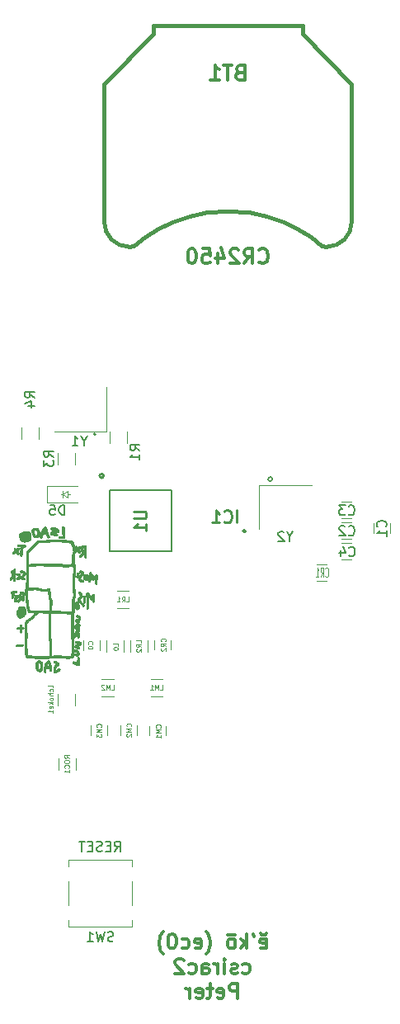
<source format=gbr>
G04 #@! TF.FileFunction,Legend,Bot*
%FSLAX46Y46*%
G04 Gerber Fmt 4.6, Leading zero omitted, Abs format (unit mm)*
G04 Created by KiCad (PCBNEW 4.0.7) date Mon Aug 27 18:32:32 2018*
%MOMM*%
%LPD*%
G01*
G04 APERTURE LIST*
%ADD10C,0.100000*%
%ADD11C,0.200000*%
%ADD12C,0.300000*%
%ADD13C,0.120000*%
%ADD14C,0.010000*%
%ADD15C,0.254000*%
%ADD16C,0.381000*%
%ADD17C,0.150000*%
%ADD18C,0.125000*%
%ADD19C,0.075000*%
%ADD20C,0.304800*%
G04 APERTURE END LIST*
D10*
D11*
X46436619Y-97030000D02*
G75*
G03X46436619Y-97030000I-116619J0D01*
G01*
X64553776Y-101620000D02*
G75*
G03X64553776Y-101620000I-213776J0D01*
G01*
D12*
X63338571Y-149707143D02*
X63481428Y-149778571D01*
X63767142Y-149778571D01*
X63909999Y-149707143D01*
X63981428Y-149564286D01*
X63981428Y-148992857D01*
X63909999Y-148850000D01*
X63767142Y-148778571D01*
X63481428Y-148778571D01*
X63338571Y-148850000D01*
X63267142Y-148992857D01*
X63267142Y-149135714D01*
X63981428Y-149278571D01*
X63909999Y-148207143D02*
X63838571Y-148350000D01*
X63695713Y-148421429D01*
X63552856Y-148421429D01*
X63409999Y-148350000D01*
X63338571Y-148207143D01*
X62552857Y-148278571D02*
X62695714Y-148564286D01*
X61909999Y-149778571D02*
X61909999Y-148278571D01*
X61767142Y-149207143D02*
X61338571Y-149778571D01*
X61338571Y-148778571D02*
X61909999Y-149350000D01*
X60481427Y-149778571D02*
X60624285Y-149707143D01*
X60695713Y-149635714D01*
X60767142Y-149492857D01*
X60767142Y-149064286D01*
X60695713Y-148921429D01*
X60624285Y-148850000D01*
X60481427Y-148778571D01*
X60267142Y-148778571D01*
X60124285Y-148850000D01*
X60052856Y-148921429D01*
X59981427Y-149064286D01*
X59981427Y-149492857D01*
X60052856Y-149635714D01*
X60124285Y-149707143D01*
X60267142Y-149778571D01*
X60481427Y-149778571D01*
X60695713Y-148350000D02*
X59981427Y-148350000D01*
X57767142Y-150350000D02*
X57838570Y-150278571D01*
X57981427Y-150064286D01*
X58052856Y-149921429D01*
X58124285Y-149707143D01*
X58195713Y-149350000D01*
X58195713Y-149064286D01*
X58124285Y-148707143D01*
X58052856Y-148492857D01*
X57981427Y-148350000D01*
X57838570Y-148135714D01*
X57767142Y-148064286D01*
X56624285Y-149707143D02*
X56767142Y-149778571D01*
X57052856Y-149778571D01*
X57195713Y-149707143D01*
X57267142Y-149564286D01*
X57267142Y-148992857D01*
X57195713Y-148850000D01*
X57052856Y-148778571D01*
X56767142Y-148778571D01*
X56624285Y-148850000D01*
X56552856Y-148992857D01*
X56552856Y-149135714D01*
X57267142Y-149278571D01*
X55267142Y-149707143D02*
X55409999Y-149778571D01*
X55695713Y-149778571D01*
X55838571Y-149707143D01*
X55909999Y-149635714D01*
X55981428Y-149492857D01*
X55981428Y-149064286D01*
X55909999Y-148921429D01*
X55838571Y-148850000D01*
X55695713Y-148778571D01*
X55409999Y-148778571D01*
X55267142Y-148850000D01*
X54338571Y-148278571D02*
X54195714Y-148278571D01*
X54052857Y-148350000D01*
X53981428Y-148421429D01*
X53909999Y-148564286D01*
X53838571Y-148850000D01*
X53838571Y-149207143D01*
X53909999Y-149492857D01*
X53981428Y-149635714D01*
X54052857Y-149707143D01*
X54195714Y-149778571D01*
X54338571Y-149778571D01*
X54481428Y-149707143D01*
X54552857Y-149635714D01*
X54624285Y-149492857D01*
X54695714Y-149207143D01*
X54695714Y-148850000D01*
X54624285Y-148564286D01*
X54552857Y-148421429D01*
X54481428Y-148350000D01*
X54338571Y-148278571D01*
X53338571Y-150350000D02*
X53267143Y-150278571D01*
X53124286Y-150064286D01*
X53052857Y-149921429D01*
X52981428Y-149707143D01*
X52910000Y-149350000D01*
X52910000Y-149064286D01*
X52981428Y-148707143D01*
X53052857Y-148492857D01*
X53124286Y-148350000D01*
X53267143Y-148135714D01*
X53338571Y-148064286D01*
X61517142Y-152257143D02*
X61659999Y-152328571D01*
X61945713Y-152328571D01*
X62088571Y-152257143D01*
X62159999Y-152185714D01*
X62231428Y-152042857D01*
X62231428Y-151614286D01*
X62159999Y-151471429D01*
X62088571Y-151400000D01*
X61945713Y-151328571D01*
X61659999Y-151328571D01*
X61517142Y-151400000D01*
X60945714Y-152257143D02*
X60802857Y-152328571D01*
X60517142Y-152328571D01*
X60374285Y-152257143D01*
X60302857Y-152114286D01*
X60302857Y-152042857D01*
X60374285Y-151900000D01*
X60517142Y-151828571D01*
X60731428Y-151828571D01*
X60874285Y-151757143D01*
X60945714Y-151614286D01*
X60945714Y-151542857D01*
X60874285Y-151400000D01*
X60731428Y-151328571D01*
X60517142Y-151328571D01*
X60374285Y-151400000D01*
X59659999Y-152328571D02*
X59659999Y-151328571D01*
X59659999Y-150828571D02*
X59731428Y-150900000D01*
X59659999Y-150971429D01*
X59588571Y-150900000D01*
X59659999Y-150828571D01*
X59659999Y-150971429D01*
X58945713Y-152328571D02*
X58945713Y-151328571D01*
X58945713Y-151614286D02*
X58874285Y-151471429D01*
X58802856Y-151400000D01*
X58659999Y-151328571D01*
X58517142Y-151328571D01*
X57374285Y-152328571D02*
X57374285Y-151542857D01*
X57445714Y-151400000D01*
X57588571Y-151328571D01*
X57874285Y-151328571D01*
X58017142Y-151400000D01*
X57374285Y-152257143D02*
X57517142Y-152328571D01*
X57874285Y-152328571D01*
X58017142Y-152257143D01*
X58088571Y-152114286D01*
X58088571Y-151971429D01*
X58017142Y-151828571D01*
X57874285Y-151757143D01*
X57517142Y-151757143D01*
X57374285Y-151685714D01*
X56017142Y-152257143D02*
X56159999Y-152328571D01*
X56445713Y-152328571D01*
X56588571Y-152257143D01*
X56659999Y-152185714D01*
X56731428Y-152042857D01*
X56731428Y-151614286D01*
X56659999Y-151471429D01*
X56588571Y-151400000D01*
X56445713Y-151328571D01*
X56159999Y-151328571D01*
X56017142Y-151400000D01*
X55445714Y-150971429D02*
X55374285Y-150900000D01*
X55231428Y-150828571D01*
X54874285Y-150828571D01*
X54731428Y-150900000D01*
X54659999Y-150971429D01*
X54588571Y-151114286D01*
X54588571Y-151257143D01*
X54659999Y-151471429D01*
X55517142Y-152328571D01*
X54588571Y-152328571D01*
X60981428Y-154878571D02*
X60981428Y-153378571D01*
X60410000Y-153378571D01*
X60267142Y-153450000D01*
X60195714Y-153521429D01*
X60124285Y-153664286D01*
X60124285Y-153878571D01*
X60195714Y-154021429D01*
X60267142Y-154092857D01*
X60410000Y-154164286D01*
X60981428Y-154164286D01*
X58910000Y-154807143D02*
X59052857Y-154878571D01*
X59338571Y-154878571D01*
X59481428Y-154807143D01*
X59552857Y-154664286D01*
X59552857Y-154092857D01*
X59481428Y-153950000D01*
X59338571Y-153878571D01*
X59052857Y-153878571D01*
X58910000Y-153950000D01*
X58838571Y-154092857D01*
X58838571Y-154235714D01*
X59552857Y-154378571D01*
X58410000Y-153878571D02*
X57838571Y-153878571D01*
X58195714Y-153378571D02*
X58195714Y-154664286D01*
X58124286Y-154807143D01*
X57981428Y-154878571D01*
X57838571Y-154878571D01*
X56767143Y-154807143D02*
X56910000Y-154878571D01*
X57195714Y-154878571D01*
X57338571Y-154807143D01*
X57410000Y-154664286D01*
X57410000Y-154092857D01*
X57338571Y-153950000D01*
X57195714Y-153878571D01*
X56910000Y-153878571D01*
X56767143Y-153950000D01*
X56695714Y-154092857D01*
X56695714Y-154235714D01*
X57410000Y-154378571D01*
X56052857Y-154878571D02*
X56052857Y-153878571D01*
X56052857Y-154164286D02*
X55981429Y-154021429D01*
X55910000Y-153950000D01*
X55767143Y-153878571D01*
X55624286Y-153878571D01*
D13*
X41440000Y-104010000D02*
X41440000Y-102310000D01*
D10*
X43540000Y-103160000D02*
X43790000Y-103160000D01*
X43540000Y-102810000D02*
X43040000Y-103160000D01*
X43540000Y-103510000D02*
X43540000Y-102810000D01*
X43040000Y-103160000D02*
X43540000Y-103510000D01*
X43040000Y-103160000D02*
X42840000Y-103160000D01*
X43040000Y-103510000D02*
X43040000Y-102810000D01*
D13*
X41440000Y-102310000D02*
X44590000Y-102310000D01*
X41440000Y-104010000D02*
X44590000Y-104010000D01*
D14*
G36*
X42137148Y-120270659D02*
X42089351Y-120296434D01*
X42069578Y-120344521D01*
X42068167Y-120368833D01*
X42083664Y-120433540D01*
X42127444Y-120469141D01*
X42162737Y-120474667D01*
X42204219Y-120485569D01*
X42258548Y-120512594D01*
X42312264Y-120547222D01*
X42351912Y-120580930D01*
X42364500Y-120602430D01*
X42346896Y-120619391D01*
X42325021Y-120622833D01*
X42269365Y-120640481D01*
X42209814Y-120686172D01*
X42159119Y-120749025D01*
X42143733Y-120777496D01*
X42123981Y-120838306D01*
X42104576Y-120928372D01*
X42087525Y-121034649D01*
X42074837Y-121144092D01*
X42068520Y-121243656D01*
X42068167Y-121268324D01*
X42084504Y-121366583D01*
X42130882Y-121439049D01*
X42203355Y-121481347D01*
X42268827Y-121490667D01*
X42329113Y-121485274D01*
X42382076Y-121464436D01*
X42443697Y-121421162D01*
X42462349Y-121406000D01*
X42519405Y-121361649D01*
X42565309Y-121330998D01*
X42587502Y-121321333D01*
X42620827Y-121305217D01*
X42664369Y-121265455D01*
X42706947Y-121214926D01*
X42737377Y-121166513D01*
X42745500Y-121139350D01*
X42728597Y-121085655D01*
X42685237Y-121053544D01*
X42626447Y-121044925D01*
X42563251Y-121061705D01*
X42512667Y-121099083D01*
X42473396Y-121134983D01*
X42444056Y-121151822D01*
X42442183Y-121152000D01*
X42413523Y-121163890D01*
X42367427Y-121193551D01*
X42351925Y-121205001D01*
X42307065Y-121234270D01*
X42277590Y-121244341D01*
X42273083Y-121242043D01*
X42269284Y-121208560D01*
X42274205Y-121147306D01*
X42285552Y-121071385D01*
X42301028Y-120993902D01*
X42318340Y-120927960D01*
X42335191Y-120886664D01*
X42335383Y-120886369D01*
X42378296Y-120844585D01*
X42434088Y-120814383D01*
X42523480Y-120767303D01*
X42586804Y-120701289D01*
X42616897Y-120624553D01*
X42618395Y-120602998D01*
X42607878Y-120538853D01*
X42573208Y-120476729D01*
X42509426Y-120409992D01*
X42421087Y-120339051D01*
X42351388Y-120292617D01*
X42292364Y-120269622D01*
X42225310Y-120263029D01*
X42218946Y-120263000D01*
X42137148Y-120270659D01*
X42137148Y-120270659D01*
G37*
X42137148Y-120270659D02*
X42089351Y-120296434D01*
X42069578Y-120344521D01*
X42068167Y-120368833D01*
X42083664Y-120433540D01*
X42127444Y-120469141D01*
X42162737Y-120474667D01*
X42204219Y-120485569D01*
X42258548Y-120512594D01*
X42312264Y-120547222D01*
X42351912Y-120580930D01*
X42364500Y-120602430D01*
X42346896Y-120619391D01*
X42325021Y-120622833D01*
X42269365Y-120640481D01*
X42209814Y-120686172D01*
X42159119Y-120749025D01*
X42143733Y-120777496D01*
X42123981Y-120838306D01*
X42104576Y-120928372D01*
X42087525Y-121034649D01*
X42074837Y-121144092D01*
X42068520Y-121243656D01*
X42068167Y-121268324D01*
X42084504Y-121366583D01*
X42130882Y-121439049D01*
X42203355Y-121481347D01*
X42268827Y-121490667D01*
X42329113Y-121485274D01*
X42382076Y-121464436D01*
X42443697Y-121421162D01*
X42462349Y-121406000D01*
X42519405Y-121361649D01*
X42565309Y-121330998D01*
X42587502Y-121321333D01*
X42620827Y-121305217D01*
X42664369Y-121265455D01*
X42706947Y-121214926D01*
X42737377Y-121166513D01*
X42745500Y-121139350D01*
X42728597Y-121085655D01*
X42685237Y-121053544D01*
X42626447Y-121044925D01*
X42563251Y-121061705D01*
X42512667Y-121099083D01*
X42473396Y-121134983D01*
X42444056Y-121151822D01*
X42442183Y-121152000D01*
X42413523Y-121163890D01*
X42367427Y-121193551D01*
X42351925Y-121205001D01*
X42307065Y-121234270D01*
X42277590Y-121244341D01*
X42273083Y-121242043D01*
X42269284Y-121208560D01*
X42274205Y-121147306D01*
X42285552Y-121071385D01*
X42301028Y-120993902D01*
X42318340Y-120927960D01*
X42335191Y-120886664D01*
X42335383Y-120886369D01*
X42378296Y-120844585D01*
X42434088Y-120814383D01*
X42523480Y-120767303D01*
X42586804Y-120701289D01*
X42616897Y-120624553D01*
X42618395Y-120602998D01*
X42607878Y-120538853D01*
X42573208Y-120476729D01*
X42509426Y-120409992D01*
X42421087Y-120339051D01*
X42351388Y-120292617D01*
X42292364Y-120269622D01*
X42225310Y-120263029D01*
X42218946Y-120263000D01*
X42137148Y-120270659D01*
G36*
X41533395Y-120227241D02*
X41507250Y-120241833D01*
X41477851Y-120258672D01*
X41446191Y-120263000D01*
X41388825Y-120283253D01*
X41330108Y-120341136D01*
X41274417Y-120432333D01*
X41240161Y-120493373D01*
X41205074Y-120544382D01*
X41201454Y-120548750D01*
X41171367Y-120595170D01*
X41147799Y-120659534D01*
X41129649Y-120747575D01*
X41115814Y-120865027D01*
X41105193Y-121017622D01*
X41102936Y-121061403D01*
X41097685Y-121189960D01*
X41096575Y-121282212D01*
X41099818Y-121344006D01*
X41107630Y-121381186D01*
X41115137Y-121394778D01*
X41161885Y-121422439D01*
X41219364Y-121423066D01*
X41259600Y-121401767D01*
X41273609Y-121367702D01*
X41282834Y-121306816D01*
X41285000Y-121256246D01*
X41287390Y-121175644D01*
X41293497Y-121101628D01*
X41298229Y-121069979D01*
X41313150Y-121023999D01*
X41342772Y-121006241D01*
X41381281Y-121003833D01*
X41444658Y-121008773D01*
X41523594Y-121021247D01*
X41556936Y-121028262D01*
X41628014Y-121050632D01*
X41667484Y-121083880D01*
X41684122Y-121139401D01*
X41686878Y-121197033D01*
X41703436Y-121259278D01*
X41749857Y-121292677D01*
X41807595Y-121296404D01*
X41837841Y-121291401D01*
X41855543Y-121278814D01*
X41864020Y-121249334D01*
X41866594Y-121193651D01*
X41866652Y-121130833D01*
X41858931Y-120988464D01*
X41838549Y-120837367D01*
X41827513Y-120785824D01*
X41623715Y-120785824D01*
X41604415Y-120793271D01*
X41553603Y-120796907D01*
X41481990Y-120796006D01*
X41476859Y-120795773D01*
X41399673Y-120790784D01*
X41356959Y-120783383D01*
X41340856Y-120771088D01*
X41342745Y-120753439D01*
X41363260Y-120715083D01*
X41399074Y-120661987D01*
X41412523Y-120644000D01*
X41456983Y-120581371D01*
X41495100Y-120519856D01*
X41501342Y-120508300D01*
X41533171Y-120446683D01*
X41548718Y-120550354D01*
X41564301Y-120625184D01*
X41585290Y-120691896D01*
X41593965Y-120711462D01*
X41615136Y-120757448D01*
X41623715Y-120785824D01*
X41827513Y-120785824D01*
X41808605Y-120697519D01*
X41789452Y-120633417D01*
X41772551Y-120576540D01*
X41752608Y-120499250D01*
X41740772Y-120448632D01*
X41709629Y-120338702D01*
X41672374Y-120266894D01*
X41626163Y-120229125D01*
X41582095Y-120220667D01*
X41533395Y-120227241D01*
X41533395Y-120227241D01*
G37*
X41533395Y-120227241D02*
X41507250Y-120241833D01*
X41477851Y-120258672D01*
X41446191Y-120263000D01*
X41388825Y-120283253D01*
X41330108Y-120341136D01*
X41274417Y-120432333D01*
X41240161Y-120493373D01*
X41205074Y-120544382D01*
X41201454Y-120548750D01*
X41171367Y-120595170D01*
X41147799Y-120659534D01*
X41129649Y-120747575D01*
X41115814Y-120865027D01*
X41105193Y-121017622D01*
X41102936Y-121061403D01*
X41097685Y-121189960D01*
X41096575Y-121282212D01*
X41099818Y-121344006D01*
X41107630Y-121381186D01*
X41115137Y-121394778D01*
X41161885Y-121422439D01*
X41219364Y-121423066D01*
X41259600Y-121401767D01*
X41273609Y-121367702D01*
X41282834Y-121306816D01*
X41285000Y-121256246D01*
X41287390Y-121175644D01*
X41293497Y-121101628D01*
X41298229Y-121069979D01*
X41313150Y-121023999D01*
X41342772Y-121006241D01*
X41381281Y-121003833D01*
X41444658Y-121008773D01*
X41523594Y-121021247D01*
X41556936Y-121028262D01*
X41628014Y-121050632D01*
X41667484Y-121083880D01*
X41684122Y-121139401D01*
X41686878Y-121197033D01*
X41703436Y-121259278D01*
X41749857Y-121292677D01*
X41807595Y-121296404D01*
X41837841Y-121291401D01*
X41855543Y-121278814D01*
X41864020Y-121249334D01*
X41866594Y-121193651D01*
X41866652Y-121130833D01*
X41858931Y-120988464D01*
X41838549Y-120837367D01*
X41827513Y-120785824D01*
X41623715Y-120785824D01*
X41604415Y-120793271D01*
X41553603Y-120796907D01*
X41481990Y-120796006D01*
X41476859Y-120795773D01*
X41399673Y-120790784D01*
X41356959Y-120783383D01*
X41340856Y-120771088D01*
X41342745Y-120753439D01*
X41363260Y-120715083D01*
X41399074Y-120661987D01*
X41412523Y-120644000D01*
X41456983Y-120581371D01*
X41495100Y-120519856D01*
X41501342Y-120508300D01*
X41533171Y-120446683D01*
X41548718Y-120550354D01*
X41564301Y-120625184D01*
X41585290Y-120691896D01*
X41593965Y-120711462D01*
X41615136Y-120757448D01*
X41623715Y-120785824D01*
X41827513Y-120785824D01*
X41808605Y-120697519D01*
X41789452Y-120633417D01*
X41772551Y-120576540D01*
X41752608Y-120499250D01*
X41740772Y-120448632D01*
X41709629Y-120338702D01*
X41672374Y-120266894D01*
X41626163Y-120229125D01*
X41582095Y-120220667D01*
X41533395Y-120227241D01*
G36*
X40524273Y-120234083D02*
X40448605Y-120281640D01*
X40378234Y-120342841D01*
X40247833Y-120465015D01*
X40247833Y-120714468D01*
X40250441Y-120861931D01*
X40259651Y-120975853D01*
X40277544Y-121064781D01*
X40306202Y-121137266D01*
X40347706Y-121201854D01*
X40374412Y-121234420D01*
X40417676Y-121282145D01*
X40453402Y-121310634D01*
X40495309Y-121325829D01*
X40557119Y-121333669D01*
X40612476Y-121337508D01*
X40769636Y-121347594D01*
X40836430Y-121246754D01*
X40873655Y-121185559D01*
X40900393Y-121126052D01*
X40918307Y-121059495D01*
X40929062Y-120977148D01*
X40934321Y-120870272D01*
X40935749Y-120730129D01*
X40935750Y-120725121D01*
X40935144Y-120652694D01*
X40733508Y-120652694D01*
X40733082Y-120714702D01*
X40728470Y-120794043D01*
X40715657Y-120914586D01*
X40695206Y-121014072D01*
X40669017Y-121086432D01*
X40638992Y-121125596D01*
X40623020Y-121130833D01*
X40588836Y-121116398D01*
X40549885Y-121083208D01*
X40500804Y-121001294D01*
X40470566Y-120883138D01*
X40459648Y-120730642D01*
X40459618Y-120722413D01*
X40461641Y-120641317D01*
X40470248Y-120588996D01*
X40489000Y-120551997D01*
X40511455Y-120526621D01*
X40563369Y-120485475D01*
X40607898Y-120480507D01*
X40654965Y-120512672D01*
X40682680Y-120543132D01*
X40710429Y-120578536D01*
X40726665Y-120611181D01*
X40733508Y-120652694D01*
X40935144Y-120652694D01*
X40934736Y-120603934D01*
X40928968Y-120515745D01*
X40914354Y-120451226D01*
X40886806Y-120401048D01*
X40842232Y-120355881D01*
X40776542Y-120306396D01*
X40741436Y-120281918D01*
X40661873Y-120235701D01*
X40592424Y-120219263D01*
X40524273Y-120234083D01*
X40524273Y-120234083D01*
G37*
X40524273Y-120234083D02*
X40448605Y-120281640D01*
X40378234Y-120342841D01*
X40247833Y-120465015D01*
X40247833Y-120714468D01*
X40250441Y-120861931D01*
X40259651Y-120975853D01*
X40277544Y-121064781D01*
X40306202Y-121137266D01*
X40347706Y-121201854D01*
X40374412Y-121234420D01*
X40417676Y-121282145D01*
X40453402Y-121310634D01*
X40495309Y-121325829D01*
X40557119Y-121333669D01*
X40612476Y-121337508D01*
X40769636Y-121347594D01*
X40836430Y-121246754D01*
X40873655Y-121185559D01*
X40900393Y-121126052D01*
X40918307Y-121059495D01*
X40929062Y-120977148D01*
X40934321Y-120870272D01*
X40935749Y-120730129D01*
X40935750Y-120725121D01*
X40935144Y-120652694D01*
X40733508Y-120652694D01*
X40733082Y-120714702D01*
X40728470Y-120794043D01*
X40715657Y-120914586D01*
X40695206Y-121014072D01*
X40669017Y-121086432D01*
X40638992Y-121125596D01*
X40623020Y-121130833D01*
X40588836Y-121116398D01*
X40549885Y-121083208D01*
X40500804Y-121001294D01*
X40470566Y-120883138D01*
X40459648Y-120730642D01*
X40459618Y-120722413D01*
X40461641Y-120641317D01*
X40470248Y-120588996D01*
X40489000Y-120551997D01*
X40511455Y-120526621D01*
X40563369Y-120485475D01*
X40607898Y-120480507D01*
X40654965Y-120512672D01*
X40682680Y-120543132D01*
X40710429Y-120578536D01*
X40726665Y-120611181D01*
X40733508Y-120652694D01*
X40935144Y-120652694D01*
X40934736Y-120603934D01*
X40928968Y-120515745D01*
X40914354Y-120451226D01*
X40886806Y-120401048D01*
X40842232Y-120355881D01*
X40776542Y-120306396D01*
X40741436Y-120281918D01*
X40661873Y-120235701D01*
X40592424Y-120219263D01*
X40524273Y-120234083D01*
G36*
X44594101Y-119871079D02*
X44559687Y-119898264D01*
X44542633Y-119930345D01*
X44529309Y-119987949D01*
X44518715Y-120076937D01*
X44510967Y-120184014D01*
X44503841Y-120280842D01*
X44495469Y-120360011D01*
X44486904Y-120413259D01*
X44479326Y-120432333D01*
X44453142Y-120423230D01*
X44401257Y-120399455D01*
X44340141Y-120368833D01*
X44230117Y-120321320D01*
X44146626Y-120306729D01*
X44089602Y-120325052D01*
X44083234Y-120330733D01*
X44060809Y-120379040D01*
X44062558Y-120439816D01*
X44087018Y-120491842D01*
X44094875Y-120499647D01*
X44130265Y-120523000D01*
X44186442Y-120553785D01*
X44249589Y-120585185D01*
X44305890Y-120610379D01*
X44341527Y-120622550D01*
X44344476Y-120622833D01*
X44367708Y-120633708D01*
X44412288Y-120661118D01*
X44434287Y-120675750D01*
X44504151Y-120710290D01*
X44578579Y-120727253D01*
X44644043Y-120725225D01*
X44687011Y-120702791D01*
X44687481Y-120702208D01*
X44695171Y-120673203D01*
X44703360Y-120609348D01*
X44711370Y-120518112D01*
X44718524Y-120406962D01*
X44723184Y-120308504D01*
X44728193Y-120173926D01*
X44730605Y-120075134D01*
X44730076Y-120005642D01*
X44726260Y-119958961D01*
X44718811Y-119928607D01*
X44707385Y-119908090D01*
X44701498Y-119901046D01*
X44648268Y-119865272D01*
X44594101Y-119871079D01*
X44594101Y-119871079D01*
G37*
X44594101Y-119871079D02*
X44559687Y-119898264D01*
X44542633Y-119930345D01*
X44529309Y-119987949D01*
X44518715Y-120076937D01*
X44510967Y-120184014D01*
X44503841Y-120280842D01*
X44495469Y-120360011D01*
X44486904Y-120413259D01*
X44479326Y-120432333D01*
X44453142Y-120423230D01*
X44401257Y-120399455D01*
X44340141Y-120368833D01*
X44230117Y-120321320D01*
X44146626Y-120306729D01*
X44089602Y-120325052D01*
X44083234Y-120330733D01*
X44060809Y-120379040D01*
X44062558Y-120439816D01*
X44087018Y-120491842D01*
X44094875Y-120499647D01*
X44130265Y-120523000D01*
X44186442Y-120553785D01*
X44249589Y-120585185D01*
X44305890Y-120610379D01*
X44341527Y-120622550D01*
X44344476Y-120622833D01*
X44367708Y-120633708D01*
X44412288Y-120661118D01*
X44434287Y-120675750D01*
X44504151Y-120710290D01*
X44578579Y-120727253D01*
X44644043Y-120725225D01*
X44687011Y-120702791D01*
X44687481Y-120702208D01*
X44695171Y-120673203D01*
X44703360Y-120609348D01*
X44711370Y-120518112D01*
X44718524Y-120406962D01*
X44723184Y-120308504D01*
X44728193Y-120173926D01*
X44730605Y-120075134D01*
X44730076Y-120005642D01*
X44726260Y-119958961D01*
X44718811Y-119928607D01*
X44707385Y-119908090D01*
X44701498Y-119901046D01*
X44648268Y-119865272D01*
X44594101Y-119871079D01*
G36*
X42159474Y-107843494D02*
X41972330Y-107844923D01*
X41799868Y-107847472D01*
X41648866Y-107851130D01*
X41526101Y-107855884D01*
X41438349Y-107861724D01*
X41433167Y-107862225D01*
X41342423Y-107869687D01*
X41221655Y-107877325D01*
X41083163Y-107884482D01*
X40939250Y-107890497D01*
X40851083Y-107893411D01*
X40715237Y-107897588D01*
X40615190Y-107901664D01*
X40544420Y-107906590D01*
X40496407Y-107913315D01*
X40464628Y-107922791D01*
X40442564Y-107935968D01*
X40423692Y-107953797D01*
X40421602Y-107956008D01*
X40381633Y-107991417D01*
X40350472Y-108007421D01*
X40349068Y-108007500D01*
X40320762Y-108022012D01*
X40271313Y-108061213D01*
X40208198Y-108118596D01*
X40138894Y-108187658D01*
X40124006Y-108203299D01*
X40093236Y-108234464D01*
X40041216Y-108285706D01*
X39977294Y-108347845D01*
X39951592Y-108372632D01*
X39880462Y-108442285D01*
X39812957Y-108510467D01*
X39760951Y-108565131D01*
X39750509Y-108576682D01*
X39711237Y-108620283D01*
X39651283Y-108685986D01*
X39578793Y-108764897D01*
X39501915Y-108848119D01*
X39501708Y-108848342D01*
X39316500Y-109048235D01*
X39316500Y-110092952D01*
X39316143Y-110299210D01*
X39315117Y-110492404D01*
X39313493Y-110668441D01*
X39311342Y-110823229D01*
X39308734Y-110952678D01*
X39305739Y-111052695D01*
X39302429Y-111119189D01*
X39298873Y-111148067D01*
X39298312Y-111148909D01*
X39293871Y-111171930D01*
X39289256Y-111232486D01*
X39284643Y-111325781D01*
X39280208Y-111447016D01*
X39276126Y-111591395D01*
X39272574Y-111754122D01*
X39269759Y-111928033D01*
X39266959Y-112129044D01*
X39264335Y-112292292D01*
X39261580Y-112422343D01*
X39258387Y-112523767D01*
X39254451Y-112601130D01*
X39249466Y-112659000D01*
X39243126Y-112701943D01*
X39235124Y-112734529D01*
X39225155Y-112761323D01*
X39212913Y-112786895D01*
X39212107Y-112788476D01*
X39196572Y-112820589D01*
X39185050Y-112851957D01*
X39177113Y-112888950D01*
X39172338Y-112937940D01*
X39170297Y-113005298D01*
X39170565Y-113097395D01*
X39172717Y-113220603D01*
X39175347Y-113338809D01*
X39179535Y-113482046D01*
X39185167Y-113618384D01*
X39191771Y-113739483D01*
X39198877Y-113837005D01*
X39206015Y-113902610D01*
X39207741Y-113913000D01*
X39222968Y-114004415D01*
X39237286Y-114106973D01*
X39243090Y-114156417D01*
X39252222Y-114230034D01*
X39261910Y-114289233D01*
X39268201Y-114315167D01*
X39274811Y-114356671D01*
X39275814Y-114416918D01*
X39275378Y-114426292D01*
X39278170Y-114481602D01*
X39292748Y-114505348D01*
X39295284Y-114505667D01*
X39310729Y-114525597D01*
X39315969Y-114582535D01*
X39315422Y-114606208D01*
X39315197Y-114673015D01*
X39319522Y-114725063D01*
X39322638Y-114738500D01*
X39331864Y-114777651D01*
X39342076Y-114840258D01*
X39346286Y-114872534D01*
X39360295Y-114950174D01*
X39380785Y-115022295D01*
X39388520Y-115041868D01*
X39416093Y-115109490D01*
X39437571Y-115170904D01*
X39460546Y-115219704D01*
X39487093Y-115246989D01*
X39529310Y-115267591D01*
X39566902Y-115286780D01*
X39615222Y-115299688D01*
X39695055Y-115307492D01*
X39795778Y-115309174D01*
X39799735Y-115309106D01*
X39887754Y-115308982D01*
X39962491Y-115311583D01*
X40011567Y-115316384D01*
X40020292Y-115318453D01*
X40071216Y-115335415D01*
X40089996Y-115341436D01*
X40111303Y-115359879D01*
X40102490Y-115389061D01*
X40076928Y-115423584D01*
X40028621Y-115478141D01*
X39963660Y-115546765D01*
X39888140Y-115623494D01*
X39808153Y-115702362D01*
X39729793Y-115777406D01*
X39659151Y-115842661D01*
X39602322Y-115892163D01*
X39565399Y-115919947D01*
X39556179Y-115923833D01*
X39519037Y-115936123D01*
X39466766Y-115967005D01*
X39446086Y-115982042D01*
X39388946Y-116023211D01*
X39338081Y-116055217D01*
X39326275Y-116061417D01*
X39288844Y-116088004D01*
X39236536Y-116135604D01*
X39190674Y-116183153D01*
X39099390Y-116283723D01*
X39115287Y-116828736D01*
X39122045Y-117068939D01*
X39127155Y-117274588D01*
X39130630Y-117453429D01*
X39132482Y-117613209D01*
X39132721Y-117761675D01*
X39131361Y-117906574D01*
X39128412Y-118055652D01*
X39123887Y-118216655D01*
X39117798Y-118397332D01*
X39117691Y-118400333D01*
X39111974Y-118578181D01*
X39108980Y-118718643D01*
X39108769Y-118826584D01*
X39111403Y-118906867D01*
X39116944Y-118964357D01*
X39125351Y-119003583D01*
X39135007Y-119052849D01*
X39145123Y-119135380D01*
X39154844Y-119242128D01*
X39163312Y-119364044D01*
X39168136Y-119455724D01*
X39174737Y-119603708D01*
X39182308Y-119715047D01*
X39195365Y-119795282D01*
X39218423Y-119849952D01*
X39255998Y-119884598D01*
X39312604Y-119904760D01*
X39392758Y-119915977D01*
X39500976Y-119923789D01*
X39552387Y-119927152D01*
X39659668Y-119935159D01*
X39753250Y-119943592D01*
X39824198Y-119951540D01*
X39863576Y-119958095D01*
X39866833Y-119959141D01*
X39904138Y-119966364D01*
X39977502Y-119973884D01*
X40080676Y-119981483D01*
X40207406Y-119988947D01*
X40351443Y-119996060D01*
X40506534Y-120002606D01*
X40666429Y-120008370D01*
X40824875Y-120013137D01*
X40975623Y-120016691D01*
X41112419Y-120018815D01*
X41229013Y-120019296D01*
X41319153Y-120017916D01*
X41376589Y-120014462D01*
X41391619Y-120011720D01*
X41455177Y-119997687D01*
X41554117Y-119984704D01*
X41681938Y-119972956D01*
X41832141Y-119962626D01*
X41998223Y-119953898D01*
X42173685Y-119946955D01*
X42352027Y-119941981D01*
X42526746Y-119939159D01*
X42691343Y-119938674D01*
X42839317Y-119940710D01*
X42964168Y-119945449D01*
X43059394Y-119953076D01*
X43115917Y-119962992D01*
X43175596Y-119973909D01*
X43263310Y-119981830D01*
X43370451Y-119986822D01*
X43488412Y-119988948D01*
X43608584Y-119988273D01*
X43722361Y-119984864D01*
X43821135Y-119978783D01*
X43896297Y-119970097D01*
X43939241Y-119958871D01*
X43942663Y-119956756D01*
X43988539Y-119931833D01*
X44017511Y-119925006D01*
X44057263Y-119914213D01*
X44086963Y-119880238D01*
X44108596Y-119817975D01*
X44124143Y-119722315D01*
X44132823Y-119628000D01*
X44139019Y-119517548D01*
X44143859Y-119376330D01*
X44147338Y-119212499D01*
X44149454Y-119034205D01*
X44149511Y-119019952D01*
X43937010Y-119019952D01*
X43934663Y-119210949D01*
X43929722Y-119373951D01*
X43922146Y-119502196D01*
X43921172Y-119513642D01*
X43911204Y-119609321D01*
X43896630Y-119678523D01*
X43871226Y-119725293D01*
X43828767Y-119753675D01*
X43763028Y-119767716D01*
X43667786Y-119771461D01*
X43536814Y-119768954D01*
X43528667Y-119768721D01*
X43391409Y-119763049D01*
X43235238Y-119753901D01*
X43083286Y-119742739D01*
X42999500Y-119735270D01*
X42804390Y-119722539D01*
X42570598Y-119718550D01*
X42301000Y-119723347D01*
X41867083Y-119737279D01*
X41867016Y-119113915D01*
X41683739Y-119113915D01*
X41682020Y-119276431D01*
X41677546Y-119424884D01*
X41676306Y-119452119D01*
X41661725Y-119752488D01*
X41542154Y-119766084D01*
X41453628Y-119777630D01*
X41364186Y-119791560D01*
X41327333Y-119798221D01*
X41286967Y-119803982D01*
X41233315Y-119807547D01*
X41162344Y-119808819D01*
X41070018Y-119807701D01*
X40952302Y-119804097D01*
X40805161Y-119797908D01*
X40624561Y-119789039D01*
X40406465Y-119777391D01*
X40364250Y-119775066D01*
X40233970Y-119767115D01*
X40108185Y-119758093D01*
X39997389Y-119748850D01*
X39912074Y-119740233D01*
X39877417Y-119735706D01*
X39785048Y-119724841D01*
X39677656Y-119716900D01*
X39602250Y-119714128D01*
X39523562Y-119710449D01*
X39459499Y-119702826D01*
X39423887Y-119692908D01*
X39423825Y-119692870D01*
X39411373Y-119674749D01*
X39401223Y-119634513D01*
X39392745Y-119567130D01*
X39385310Y-119467567D01*
X39378286Y-119330791D01*
X39378165Y-119328069D01*
X39371238Y-119203395D01*
X39362240Y-119086367D01*
X39352102Y-118986740D01*
X39341757Y-118914271D01*
X39336280Y-118889399D01*
X39328575Y-118853137D01*
X39323438Y-118804240D01*
X39320878Y-118737851D01*
X39320903Y-118649111D01*
X39323520Y-118533162D01*
X39328738Y-118385144D01*
X39336565Y-118200199D01*
X39337454Y-118180316D01*
X39344212Y-118012408D01*
X39349355Y-117848833D01*
X39352757Y-117697080D01*
X39354289Y-117564639D01*
X39353825Y-117458999D01*
X39351237Y-117387649D01*
X39350988Y-117384333D01*
X39345683Y-117303508D01*
X39339753Y-117191285D01*
X39333703Y-117058584D01*
X39328036Y-116916325D01*
X39323993Y-116799072D01*
X39311120Y-116393728D01*
X39449707Y-116258510D01*
X39517268Y-116195285D01*
X39579172Y-116142079D01*
X39625464Y-116107277D01*
X39637605Y-116100281D01*
X39697044Y-116072494D01*
X39739833Y-116052446D01*
X39854780Y-115993112D01*
X39929591Y-115941562D01*
X39965554Y-115896853D01*
X39968951Y-115884694D01*
X39986655Y-115847406D01*
X40028049Y-115790053D01*
X40086446Y-115719694D01*
X40155158Y-115643393D01*
X40227498Y-115568210D01*
X40296779Y-115501208D01*
X40356315Y-115449448D01*
X40399416Y-115419993D01*
X40412949Y-115415833D01*
X40437846Y-115398941D01*
X40445988Y-115384083D01*
X40473289Y-115355941D01*
X40488822Y-115352333D01*
X40521151Y-115338903D01*
X40527141Y-115329326D01*
X40549712Y-115320305D01*
X40603433Y-115313134D01*
X40677149Y-115308159D01*
X40759703Y-115305726D01*
X40839939Y-115306180D01*
X40906701Y-115309868D01*
X40946333Y-115316325D01*
X41015713Y-115331894D01*
X41113215Y-115347029D01*
X41224644Y-115360094D01*
X41335805Y-115369448D01*
X41432505Y-115373456D01*
X41441754Y-115373500D01*
X41597723Y-115373500D01*
X41606754Y-115526958D01*
X41608645Y-115591812D01*
X41609070Y-115690898D01*
X41608113Y-115816147D01*
X41605859Y-115959487D01*
X41602390Y-116112846D01*
X41599662Y-116209583D01*
X41590637Y-116506123D01*
X41582937Y-116764010D01*
X41576649Y-116986907D01*
X41571855Y-117178475D01*
X41568639Y-117342377D01*
X41567086Y-117482274D01*
X41567280Y-117601831D01*
X41569303Y-117704707D01*
X41573241Y-117794567D01*
X41579177Y-117875071D01*
X41587195Y-117949882D01*
X41597378Y-118022663D01*
X41609812Y-118097076D01*
X41624579Y-118176782D01*
X41641764Y-118265444D01*
X41647435Y-118294500D01*
X41658031Y-118372268D01*
X41667076Y-118484295D01*
X41674371Y-118622527D01*
X41679713Y-118778910D01*
X41682903Y-118945390D01*
X41683739Y-119113915D01*
X41867016Y-119113915D01*
X41867005Y-119021181D01*
X41866308Y-118791167D01*
X41864211Y-118600744D01*
X41860626Y-118447188D01*
X41855465Y-118327776D01*
X41848638Y-118239786D01*
X41840057Y-118180496D01*
X41839547Y-118178083D01*
X41812402Y-118045902D01*
X41791241Y-117925354D01*
X41775668Y-117809198D01*
X41765286Y-117690198D01*
X41759697Y-117561112D01*
X41758503Y-117414703D01*
X41761308Y-117243731D01*
X41767713Y-117040957D01*
X41771568Y-116939833D01*
X41778570Y-116748666D01*
X41785089Y-116544326D01*
X41790828Y-116338150D01*
X41795494Y-116141477D01*
X41798789Y-115965646D01*
X41800333Y-115835662D01*
X41803583Y-115377073D01*
X42047000Y-115361389D01*
X42165799Y-115357097D01*
X42316502Y-115356930D01*
X42488893Y-115360728D01*
X42672761Y-115368332D01*
X42745500Y-115372302D01*
X42908050Y-115381374D01*
X43082382Y-115390372D01*
X43254772Y-115398637D01*
X43411497Y-115405510D01*
X43531973Y-115410101D01*
X43863363Y-115421301D01*
X43891113Y-115519109D01*
X43900636Y-115576430D01*
X43908166Y-115670913D01*
X43913667Y-115797428D01*
X43917104Y-115950850D01*
X43918440Y-116126050D01*
X43917639Y-116317902D01*
X43914664Y-116521278D01*
X43909481Y-116731050D01*
X43902052Y-116942091D01*
X43901271Y-116961000D01*
X43895600Y-117205046D01*
X43897340Y-117479967D01*
X43906372Y-117774978D01*
X43911273Y-117881750D01*
X43921280Y-118111276D01*
X43928898Y-118346622D01*
X43934087Y-118581025D01*
X43936804Y-118807723D01*
X43937010Y-119019952D01*
X44149511Y-119019952D01*
X44150202Y-118849601D01*
X44149578Y-118666837D01*
X44147579Y-118494067D01*
X44144200Y-118339441D01*
X44139439Y-118211111D01*
X44133532Y-118119875D01*
X44114949Y-117913500D01*
X44167777Y-117913500D01*
X44231132Y-117893796D01*
X44279697Y-117838799D01*
X44301896Y-117781208D01*
X44314510Y-117746181D01*
X44337824Y-117728994D01*
X44384503Y-117723400D01*
X44419961Y-117723000D01*
X44482037Y-117724938D01*
X44512689Y-117734224D01*
X44522776Y-117756060D01*
X44523500Y-117772636D01*
X44540245Y-117827139D01*
X44580782Y-117872320D01*
X44630567Y-117892282D01*
X44633011Y-117892333D01*
X44671318Y-117877714D01*
X44700136Y-117853625D01*
X44722589Y-117804711D01*
X44734702Y-117727803D01*
X44736626Y-117635920D01*
X44728510Y-117542083D01*
X44721477Y-117509746D01*
X44477110Y-117509746D01*
X44466892Y-117529046D01*
X44449417Y-117532500D01*
X44423073Y-117521760D01*
X44421724Y-117509746D01*
X44443576Y-117487877D01*
X44449417Y-117486992D01*
X44474235Y-117503470D01*
X44477110Y-117509746D01*
X44721477Y-117509746D01*
X44710506Y-117459309D01*
X44695141Y-117420608D01*
X44656392Y-117337055D01*
X44641385Y-117281105D01*
X44649495Y-117245747D01*
X44677731Y-117224978D01*
X44699987Y-117211263D01*
X44715003Y-117187722D01*
X44725154Y-117145654D01*
X44732816Y-117076357D01*
X44738217Y-117003333D01*
X44746228Y-116897599D01*
X44755662Y-116791513D01*
X44761930Y-116731396D01*
X44563382Y-116731396D01*
X44548900Y-116753567D01*
X44528394Y-116794113D01*
X44523500Y-116827650D01*
X44514665Y-116868196D01*
X44490596Y-116870777D01*
X44454946Y-116835313D01*
X44450576Y-116829231D01*
X44431090Y-116794870D01*
X44436279Y-116767674D01*
X44469600Y-116730113D01*
X44470253Y-116729459D01*
X44510260Y-116696111D01*
X44537281Y-116693870D01*
X44548612Y-116702478D01*
X44563382Y-116731396D01*
X44761930Y-116731396D01*
X44764857Y-116703323D01*
X44767596Y-116680938D01*
X44774898Y-116601535D01*
X44768085Y-116548630D01*
X44740847Y-116516905D01*
X44686873Y-116501042D01*
X44599853Y-116495723D01*
X44547367Y-116495352D01*
X44364750Y-116495371D01*
X44285375Y-116577195D01*
X44239188Y-116628917D01*
X44215509Y-116673117D01*
X44206951Y-116728597D01*
X44206000Y-116779267D01*
X44207746Y-116844633D01*
X44217501Y-116890383D01*
X44242044Y-116931143D01*
X44288152Y-116981535D01*
X44309866Y-117003382D01*
X44366909Y-117064793D01*
X44392726Y-117104677D01*
X44389869Y-117127027D01*
X44389221Y-117127591D01*
X44370780Y-117153614D01*
X44338617Y-117209228D01*
X44297256Y-117285827D01*
X44251221Y-117374804D01*
X44205039Y-117467552D01*
X44163232Y-117555463D01*
X44156152Y-117570920D01*
X44133871Y-117619924D01*
X44114963Y-117570920D01*
X44109653Y-117533996D01*
X44106742Y-117461140D01*
X44106257Y-117358685D01*
X44108229Y-117232966D01*
X44112686Y-117090317D01*
X44112775Y-117088000D01*
X44117623Y-116940254D01*
X44122101Y-116762551D01*
X44125980Y-116567268D01*
X44129030Y-116366781D01*
X44131023Y-116173466D01*
X44131595Y-116072000D01*
X44133162Y-115876884D01*
X44136286Y-115715514D01*
X44140887Y-115589888D01*
X44146884Y-115502001D01*
X44154198Y-115453851D01*
X44156566Y-115447583D01*
X44163626Y-115413428D01*
X44170277Y-115339302D01*
X44176412Y-115227564D01*
X44181923Y-115080575D01*
X44186705Y-114900696D01*
X44190559Y-114696167D01*
X44193835Y-114500061D01*
X44197107Y-114340934D01*
X44200725Y-114213431D01*
X44205038Y-114112200D01*
X44210395Y-114031886D01*
X44217145Y-113967136D01*
X44225639Y-113912596D01*
X44236225Y-113862913D01*
X44247878Y-113817750D01*
X44267038Y-113741477D01*
X44279515Y-113672180D01*
X44286222Y-113598351D01*
X44288073Y-113508485D01*
X44285979Y-113391074D01*
X44284823Y-113352083D01*
X44279206Y-113223020D01*
X44270698Y-113089041D01*
X44260441Y-112965750D01*
X44249577Y-112868755D01*
X44249280Y-112866608D01*
X44239031Y-112759458D01*
X44232497Y-112619033D01*
X44229488Y-112454210D01*
X44229816Y-112273867D01*
X44233291Y-112086881D01*
X44239723Y-111902130D01*
X44248922Y-111728491D01*
X44260700Y-111574842D01*
X44274866Y-111450061D01*
X44280271Y-111415333D01*
X44301676Y-111256639D01*
X44315193Y-111084028D01*
X44320767Y-110908229D01*
X44320296Y-110875516D01*
X44134866Y-110875516D01*
X44131484Y-110949676D01*
X44123180Y-111044976D01*
X44109692Y-111169740D01*
X44100897Y-111246000D01*
X44085356Y-111372293D01*
X44069876Y-111485694D01*
X44055588Y-111578829D01*
X44043618Y-111644322D01*
X44035360Y-111674338D01*
X44030153Y-111704339D01*
X44025711Y-111769244D01*
X44022057Y-111862396D01*
X44019212Y-111977140D01*
X44017198Y-112106822D01*
X44016038Y-112244787D01*
X44015753Y-112384379D01*
X44016365Y-112518943D01*
X44017896Y-112641825D01*
X44020367Y-112746369D01*
X44023802Y-112825920D01*
X44028221Y-112873824D01*
X44031375Y-112884627D01*
X44042485Y-112914164D01*
X44055038Y-112976491D01*
X44067878Y-113062143D01*
X44079852Y-113161655D01*
X44089804Y-113265565D01*
X44096580Y-113364406D01*
X44098993Y-113438883D01*
X44092243Y-113576778D01*
X44067346Y-113690555D01*
X44023375Y-113791336D01*
X44014099Y-113816202D01*
X44006321Y-113856200D01*
X43999789Y-113915538D01*
X43994250Y-113998423D01*
X43989450Y-114109065D01*
X43985137Y-114251670D01*
X43981059Y-114430447D01*
X43979175Y-114526878D01*
X43966463Y-115204167D01*
X43770207Y-115204167D01*
X43690962Y-115202696D01*
X43578700Y-115198579D01*
X43442621Y-115192258D01*
X43291927Y-115184177D01*
X43135822Y-115174777D01*
X43069767Y-115170470D01*
X42879305Y-115159509D01*
X42680707Y-115151205D01*
X42487295Y-115145943D01*
X42312386Y-115144108D01*
X42198171Y-115145284D01*
X41830758Y-115153795D01*
X41843414Y-115036106D01*
X41851115Y-114956414D01*
X41859754Y-114854762D01*
X41867619Y-114751440D01*
X41868526Y-114738500D01*
X41875418Y-114652196D01*
X41882855Y-114580015D01*
X41889534Y-114534069D01*
X41891314Y-114526833D01*
X41898639Y-114483786D01*
X41903410Y-114414442D01*
X41905732Y-114328879D01*
X41905711Y-114248620D01*
X41706478Y-114248620D01*
X41703969Y-114328212D01*
X41698378Y-114428511D01*
X41689195Y-114558346D01*
X41676650Y-114700958D01*
X41662679Y-114835493D01*
X41653870Y-114907833D01*
X41641718Y-115001179D01*
X41631931Y-115079011D01*
X41625702Y-115131701D01*
X41624080Y-115148894D01*
X41604348Y-115155780D01*
X41551470Y-115157877D01*
X41474303Y-115155692D01*
X41381700Y-115149732D01*
X41282517Y-115140504D01*
X41185609Y-115128515D01*
X41136833Y-115120987D01*
X41070214Y-115113337D01*
X40973954Y-115106825D01*
X40860748Y-115102123D01*
X40743286Y-115099905D01*
X40738907Y-115099878D01*
X40612226Y-115100451D01*
X40520159Y-115104252D01*
X40455062Y-115111991D01*
X40409293Y-115124377D01*
X40392134Y-115132083D01*
X40351124Y-115150200D01*
X40313148Y-115155147D01*
X40262481Y-115146923D01*
X40206588Y-115132083D01*
X40116321Y-115114176D01*
X40002119Y-115102287D01*
X39890512Y-115098333D01*
X39766645Y-115094527D01*
X39681251Y-115082554D01*
X39631112Y-115061586D01*
X39613007Y-115030792D01*
X39612833Y-115026757D01*
X39603896Y-114989663D01*
X39582238Y-114937703D01*
X39580779Y-114934748D01*
X39567565Y-114891594D01*
X39551955Y-114813582D01*
X39535145Y-114708036D01*
X39518333Y-114582280D01*
X39506722Y-114481705D01*
X39489827Y-114332799D01*
X39470533Y-114174878D01*
X39450669Y-114022174D01*
X39432062Y-113888920D01*
X39422361Y-113824851D01*
X39387342Y-113497574D01*
X39380000Y-113245795D01*
X39380336Y-113125348D01*
X39381841Y-113041309D01*
X39385262Y-112987753D01*
X39391345Y-112958756D01*
X39400838Y-112948395D01*
X39414485Y-112950745D01*
X39417042Y-112951876D01*
X39474080Y-112966367D01*
X39563525Y-112975033D01*
X39675831Y-112977722D01*
X39801453Y-112974286D01*
X39930847Y-112964575D01*
X39968019Y-112960527D01*
X40086459Y-112948778D01*
X40178693Y-112945633D01*
X40259975Y-112951153D01*
X40327852Y-112961940D01*
X40402600Y-112978003D01*
X40461043Y-112994058D01*
X40490192Y-113006442D01*
X40523283Y-113018101D01*
X40578351Y-113023867D01*
X40588043Y-113024000D01*
X40654272Y-113032902D01*
X40733130Y-113055456D01*
X40768390Y-113069387D01*
X40814097Y-113087947D01*
X40857770Y-113100022D01*
X40908940Y-113106426D01*
X40977139Y-113107971D01*
X41071897Y-113105470D01*
X41151700Y-113102085D01*
X41259933Y-113095662D01*
X41355664Y-113087149D01*
X41429456Y-113077583D01*
X41471876Y-113068001D01*
X41475119Y-113066537D01*
X41504240Y-113055431D01*
X41516381Y-113070797D01*
X41519338Y-113113213D01*
X41522264Y-113166057D01*
X41528754Y-113246465D01*
X41537597Y-113339940D01*
X41541045Y-113373250D01*
X41553083Y-113489311D01*
X41566009Y-113617919D01*
X41577222Y-113733152D01*
X41578217Y-113743667D01*
X41599883Y-113888199D01*
X41637030Y-114008378D01*
X41654347Y-114047511D01*
X41679131Y-114101193D01*
X41695272Y-114145608D01*
X41703983Y-114191251D01*
X41706478Y-114248620D01*
X41905711Y-114248620D01*
X41905708Y-114237172D01*
X41903442Y-114149399D01*
X41899038Y-114075637D01*
X41892600Y-114025960D01*
X41885993Y-114010308D01*
X41862622Y-113982901D01*
X41836556Y-113923349D01*
X41810780Y-113841454D01*
X41788277Y-113747022D01*
X41772033Y-113649858D01*
X41769400Y-113627250D01*
X41761754Y-113549933D01*
X41751892Y-113443437D01*
X41740990Y-113320783D01*
X41730223Y-113194990D01*
X41728319Y-113172167D01*
X41717851Y-113061042D01*
X41706386Y-112964066D01*
X41695080Y-112889530D01*
X41685092Y-112845725D01*
X41681826Y-112838792D01*
X41641390Y-112817955D01*
X41575638Y-112813781D01*
X41497857Y-112825558D01*
X41421335Y-112852572D01*
X41420898Y-112852783D01*
X41356104Y-112875152D01*
X41266361Y-112894781D01*
X41169043Y-112907894D01*
X41166213Y-112908145D01*
X41073742Y-112914398D01*
X41007898Y-112912702D01*
X40953440Y-112901383D01*
X40895128Y-112878770D01*
X40894017Y-112878279D01*
X40815220Y-112851313D01*
X40734139Y-112835358D01*
X40704936Y-112833500D01*
X40636719Y-112825628D01*
X40579258Y-112806160D01*
X40570336Y-112800755D01*
X40525959Y-112777615D01*
X40496835Y-112772399D01*
X40459753Y-112767731D01*
X40407579Y-112750370D01*
X40406583Y-112749951D01*
X40362675Y-112740772D01*
X40289871Y-112735173D01*
X40198105Y-112732909D01*
X40097308Y-112733733D01*
X39997414Y-112737401D01*
X39908356Y-112743664D01*
X39840066Y-112752279D01*
X39802478Y-112762998D01*
X39799889Y-112764977D01*
X39774080Y-112769524D01*
X39719494Y-112769745D01*
X39649361Y-112766546D01*
X39576916Y-112760829D01*
X39515388Y-112753499D01*
X39478010Y-112745458D01*
X39473096Y-112742659D01*
X39472671Y-112721265D01*
X39473057Y-112661921D01*
X39474187Y-112569000D01*
X39475995Y-112446877D01*
X39478413Y-112299925D01*
X39481374Y-112132519D01*
X39484811Y-111949031D01*
X39486963Y-111838667D01*
X39490859Y-111638074D01*
X39494524Y-111442716D01*
X39497857Y-111258410D01*
X39500759Y-111090976D01*
X39503129Y-110946231D01*
X39504869Y-110829994D01*
X39505877Y-110748083D01*
X39506046Y-110727417D01*
X39507346Y-110515750D01*
X39935798Y-110511946D01*
X40077437Y-110509421D01*
X40214850Y-110504674D01*
X40338579Y-110498203D01*
X40439162Y-110490505D01*
X40507140Y-110482078D01*
X40508490Y-110481835D01*
X40569947Y-110472387D01*
X40631928Y-110467573D01*
X40703218Y-110467599D01*
X40792601Y-110472672D01*
X40908862Y-110483001D01*
X41013656Y-110493756D01*
X41123303Y-110504685D01*
X41225037Y-110513006D01*
X41326001Y-110518872D01*
X41433341Y-110522438D01*
X41554199Y-110523856D01*
X41695722Y-110523281D01*
X41865052Y-110520866D01*
X42069335Y-110516765D01*
X42075917Y-110516621D01*
X42267263Y-110512524D01*
X42421270Y-110509621D01*
X42542918Y-110508090D01*
X42637188Y-110508107D01*
X42709063Y-110509847D01*
X42763523Y-110513487D01*
X42805549Y-110519203D01*
X42840123Y-110527171D01*
X42872225Y-110537567D01*
X42893667Y-110545535D01*
X42984104Y-110568898D01*
X43105035Y-110584605D01*
X43245317Y-110592641D01*
X43393804Y-110592990D01*
X43539353Y-110585633D01*
X43670820Y-110570556D01*
X43777059Y-110547740D01*
X43779995Y-110546859D01*
X43876473Y-110522056D01*
X43950499Y-110514998D01*
X44005531Y-110521347D01*
X44089583Y-110538810D01*
X44118079Y-110696613D01*
X44127903Y-110757310D01*
X44133585Y-110814169D01*
X44134866Y-110875516D01*
X44320296Y-110875516D01*
X44318340Y-110739972D01*
X44307857Y-110589985D01*
X44289262Y-110468999D01*
X44285330Y-110452250D01*
X44256841Y-110324404D01*
X44232112Y-110186489D01*
X44211698Y-110045159D01*
X44196154Y-109907068D01*
X44186033Y-109778871D01*
X44181889Y-109667223D01*
X44184277Y-109578779D01*
X44193752Y-109520192D01*
X44206000Y-109499750D01*
X44221636Y-109470944D01*
X44227167Y-109428259D01*
X44233237Y-109373964D01*
X44248700Y-109300813D01*
X44259737Y-109260175D01*
X44284930Y-109190876D01*
X44310473Y-109156905D01*
X44331308Y-109150500D01*
X44367419Y-109134662D01*
X44411458Y-109094924D01*
X44426815Y-109076417D01*
X44466676Y-109031220D01*
X44490526Y-109012641D01*
X44090623Y-109012641D01*
X44087288Y-109086379D01*
X44079339Y-109136367D01*
X44077402Y-109141936D01*
X44053603Y-109200974D01*
X44035626Y-109245750D01*
X44017623Y-109296973D01*
X44004314Y-109352655D01*
X43995022Y-109420088D01*
X43989069Y-109506569D01*
X43985781Y-109619390D01*
X43984480Y-109765846D01*
X43984402Y-109798124D01*
X43985423Y-109946769D01*
X43988903Y-110066194D01*
X43994639Y-110152570D01*
X44002429Y-110202067D01*
X44006215Y-110210874D01*
X44029231Y-110252970D01*
X44021361Y-110282645D01*
X43979062Y-110302875D01*
X43898791Y-110316636D01*
X43877562Y-110318904D01*
X43789878Y-110331240D01*
X43708197Y-110348742D01*
X43655312Y-110365701D01*
X43577826Y-110386559D01*
X43472013Y-110398094D01*
X43350789Y-110400537D01*
X43227069Y-110394117D01*
X43113766Y-110379064D01*
X43023798Y-110355607D01*
X43020667Y-110354420D01*
X42988433Y-110342513D01*
X42956866Y-110333028D01*
X42921161Y-110325788D01*
X42876513Y-110320616D01*
X42818114Y-110317335D01*
X42741161Y-110315770D01*
X42640847Y-110315742D01*
X42512367Y-110317077D01*
X42350915Y-110319597D01*
X42163417Y-110322913D01*
X41903429Y-110326625D01*
X41681119Y-110327707D01*
X41497564Y-110326170D01*
X41353842Y-110322025D01*
X41251030Y-110315283D01*
X41232083Y-110313222D01*
X41115654Y-110300825D01*
X40989388Y-110290248D01*
X40860655Y-110281782D01*
X40736821Y-110275719D01*
X40625255Y-110272350D01*
X40533324Y-110271966D01*
X40468395Y-110274858D01*
X40437836Y-110281318D01*
X40437284Y-110281797D01*
X40411061Y-110288705D01*
X40349003Y-110296711D01*
X40257579Y-110305237D01*
X40143254Y-110313709D01*
X40012495Y-110321549D01*
X39962141Y-110324131D01*
X39506994Y-110346417D01*
X39507000Y-109153365D01*
X39649875Y-108999909D01*
X39748552Y-108895616D01*
X39858681Y-108782077D01*
X39974930Y-108664519D01*
X40091967Y-108548168D01*
X40204460Y-108438252D01*
X40307077Y-108339999D01*
X40394485Y-108258635D01*
X40461353Y-108199388D01*
X40490474Y-108175817D01*
X40597083Y-108095580D01*
X40956917Y-108085885D01*
X41100227Y-108080753D01*
X41251457Y-108073182D01*
X41395898Y-108064046D01*
X41518839Y-108054215D01*
X41560167Y-108050127D01*
X41637708Y-108044366D01*
X41746106Y-108039944D01*
X41879742Y-108036801D01*
X42032996Y-108034877D01*
X42200251Y-108034113D01*
X42375888Y-108034448D01*
X42554287Y-108035824D01*
X42729831Y-108038181D01*
X42896901Y-108041459D01*
X43049878Y-108045598D01*
X43183143Y-108050538D01*
X43291079Y-108056221D01*
X43368065Y-108062586D01*
X43408484Y-108069573D01*
X43408988Y-108069760D01*
X43454338Y-108082002D01*
X43528254Y-108096784D01*
X43617278Y-108111508D01*
X43649248Y-108116130D01*
X43754922Y-108133934D01*
X43824924Y-108155055D01*
X43865913Y-108183421D01*
X43884545Y-108222961D01*
X43887827Y-108256912D01*
X43898537Y-108304678D01*
X43925288Y-108373815D01*
X43961362Y-108450000D01*
X44000042Y-108518907D01*
X44031064Y-108562336D01*
X44051608Y-108603809D01*
X44050742Y-108630450D01*
X44049008Y-108663897D01*
X44055816Y-108673003D01*
X44067952Y-108700359D01*
X44078008Y-108759010D01*
X44085476Y-108837947D01*
X44089850Y-108926160D01*
X44090623Y-109012641D01*
X44490526Y-109012641D01*
X44500056Y-109005218D01*
X44508702Y-109002713D01*
X44533151Y-109019388D01*
X44570231Y-109062150D01*
X44601896Y-109106821D01*
X44643982Y-109166200D01*
X44675651Y-109195167D01*
X44705985Y-109200884D01*
X44718313Y-109198634D01*
X44786045Y-109166511D01*
X44817924Y-109113337D01*
X44813694Y-109040964D01*
X44773103Y-108951247D01*
X44755850Y-108924251D01*
X44691867Y-108829446D01*
X44722659Y-108792630D01*
X44364940Y-108792630D01*
X44344219Y-108852849D01*
X44338634Y-108859635D01*
X44310773Y-108887063D01*
X44297094Y-108880359D01*
X44287667Y-108850896D01*
X44279002Y-108800080D01*
X44273189Y-108728892D01*
X44272081Y-108695417D01*
X44270441Y-108589583D01*
X44310580Y-108641817D01*
X44353283Y-108718840D01*
X44364940Y-108792630D01*
X44722659Y-108792630D01*
X44782309Y-108721311D01*
X44872750Y-108613175D01*
X44878824Y-108806833D01*
X44883071Y-108903720D01*
X44892131Y-108969226D01*
X44911420Y-109014298D01*
X44946353Y-109049885D01*
X45002347Y-109086934D01*
X45023737Y-109099777D01*
X45038243Y-109112537D01*
X45038831Y-109130571D01*
X45021805Y-109159732D01*
X44983472Y-109205870D01*
X44920138Y-109274836D01*
X44899030Y-109297325D01*
X44812903Y-109394384D01*
X44758492Y-109470344D01*
X44733808Y-109529723D01*
X44736863Y-109577038D01*
X44760567Y-109611933D01*
X44797226Y-109634097D01*
X44841048Y-109629574D01*
X44896944Y-109595988D01*
X44969829Y-109530964D01*
X45008064Y-109492281D01*
X45074201Y-109426041D01*
X45134247Y-109370072D01*
X45179073Y-109332708D01*
X45192693Y-109323728D01*
X45215390Y-109314137D01*
X45229851Y-109319580D01*
X45239254Y-109347489D01*
X45246778Y-109405299D01*
X45252210Y-109462896D01*
X45262072Y-109544403D01*
X45274639Y-109610879D01*
X45287447Y-109649743D01*
X45289400Y-109652616D01*
X45331279Y-109675392D01*
X45385548Y-109676953D01*
X45424857Y-109658843D01*
X45431128Y-109631262D01*
X45436026Y-109564406D01*
X45439470Y-109461315D01*
X45441378Y-109325028D01*
X45441670Y-109158583D01*
X45441073Y-109050301D01*
X45438873Y-108769561D01*
X45243167Y-108769561D01*
X45243167Y-108938955D01*
X45174375Y-108911018D01*
X45125771Y-108883653D01*
X45104323Y-108843445D01*
X45099090Y-108806397D01*
X45103943Y-108732300D01*
X45127001Y-108665241D01*
X45162312Y-108617221D01*
X45201377Y-108600167D01*
X45222207Y-108603831D01*
X45234694Y-108620492D01*
X45240933Y-108658645D01*
X45243022Y-108726791D01*
X45243167Y-108769561D01*
X45438873Y-108769561D01*
X45436466Y-108462583D01*
X45387441Y-108436437D01*
X45341906Y-108423211D01*
X45269725Y-108413703D01*
X45186840Y-108409979D01*
X45100884Y-108412789D01*
X45040589Y-108426471D01*
X44993539Y-108458269D01*
X44947318Y-108515426D01*
X44911037Y-108570873D01*
X44891696Y-108598182D01*
X44885512Y-108588109D01*
X44884578Y-108567358D01*
X44867773Y-108508523D01*
X44826257Y-108478198D01*
X44767105Y-108476934D01*
X44697394Y-108505282D01*
X44640209Y-108548334D01*
X44593730Y-108589853D01*
X44564051Y-108605412D01*
X44540657Y-108591941D01*
X44513035Y-108546373D01*
X44491396Y-108504917D01*
X44461487Y-108474535D01*
X44406813Y-108463073D01*
X44385917Y-108462583D01*
X44326060Y-108468266D01*
X44291406Y-108490503D01*
X44275729Y-108515500D01*
X44256799Y-108549416D01*
X44249670Y-108546821D01*
X44248646Y-108525100D01*
X44238773Y-108485620D01*
X44213108Y-108422703D01*
X44177071Y-108349548D01*
X44174731Y-108345184D01*
X44137907Y-108269129D01*
X44111352Y-108199598D01*
X44100664Y-108151311D01*
X44100648Y-108150375D01*
X44094370Y-108108112D01*
X44081295Y-108092167D01*
X44062284Y-108074325D01*
X44050116Y-108043132D01*
X44021933Y-107996031D01*
X43989613Y-107971846D01*
X43927765Y-107951633D01*
X43831859Y-107930642D01*
X43710127Y-107910066D01*
X43570798Y-107891097D01*
X43422103Y-107874925D01*
X43272272Y-107862744D01*
X43211167Y-107859114D01*
X43078242Y-107853571D01*
X42919339Y-107849220D01*
X42741233Y-107846049D01*
X42550703Y-107844045D01*
X42354524Y-107843198D01*
X42159474Y-107843494D01*
X42159474Y-107843494D01*
G37*
X42159474Y-107843494D02*
X41972330Y-107844923D01*
X41799868Y-107847472D01*
X41648866Y-107851130D01*
X41526101Y-107855884D01*
X41438349Y-107861724D01*
X41433167Y-107862225D01*
X41342423Y-107869687D01*
X41221655Y-107877325D01*
X41083163Y-107884482D01*
X40939250Y-107890497D01*
X40851083Y-107893411D01*
X40715237Y-107897588D01*
X40615190Y-107901664D01*
X40544420Y-107906590D01*
X40496407Y-107913315D01*
X40464628Y-107922791D01*
X40442564Y-107935968D01*
X40423692Y-107953797D01*
X40421602Y-107956008D01*
X40381633Y-107991417D01*
X40350472Y-108007421D01*
X40349068Y-108007500D01*
X40320762Y-108022012D01*
X40271313Y-108061213D01*
X40208198Y-108118596D01*
X40138894Y-108187658D01*
X40124006Y-108203299D01*
X40093236Y-108234464D01*
X40041216Y-108285706D01*
X39977294Y-108347845D01*
X39951592Y-108372632D01*
X39880462Y-108442285D01*
X39812957Y-108510467D01*
X39760951Y-108565131D01*
X39750509Y-108576682D01*
X39711237Y-108620283D01*
X39651283Y-108685986D01*
X39578793Y-108764897D01*
X39501915Y-108848119D01*
X39501708Y-108848342D01*
X39316500Y-109048235D01*
X39316500Y-110092952D01*
X39316143Y-110299210D01*
X39315117Y-110492404D01*
X39313493Y-110668441D01*
X39311342Y-110823229D01*
X39308734Y-110952678D01*
X39305739Y-111052695D01*
X39302429Y-111119189D01*
X39298873Y-111148067D01*
X39298312Y-111148909D01*
X39293871Y-111171930D01*
X39289256Y-111232486D01*
X39284643Y-111325781D01*
X39280208Y-111447016D01*
X39276126Y-111591395D01*
X39272574Y-111754122D01*
X39269759Y-111928033D01*
X39266959Y-112129044D01*
X39264335Y-112292292D01*
X39261580Y-112422343D01*
X39258387Y-112523767D01*
X39254451Y-112601130D01*
X39249466Y-112659000D01*
X39243126Y-112701943D01*
X39235124Y-112734529D01*
X39225155Y-112761323D01*
X39212913Y-112786895D01*
X39212107Y-112788476D01*
X39196572Y-112820589D01*
X39185050Y-112851957D01*
X39177113Y-112888950D01*
X39172338Y-112937940D01*
X39170297Y-113005298D01*
X39170565Y-113097395D01*
X39172717Y-113220603D01*
X39175347Y-113338809D01*
X39179535Y-113482046D01*
X39185167Y-113618384D01*
X39191771Y-113739483D01*
X39198877Y-113837005D01*
X39206015Y-113902610D01*
X39207741Y-113913000D01*
X39222968Y-114004415D01*
X39237286Y-114106973D01*
X39243090Y-114156417D01*
X39252222Y-114230034D01*
X39261910Y-114289233D01*
X39268201Y-114315167D01*
X39274811Y-114356671D01*
X39275814Y-114416918D01*
X39275378Y-114426292D01*
X39278170Y-114481602D01*
X39292748Y-114505348D01*
X39295284Y-114505667D01*
X39310729Y-114525597D01*
X39315969Y-114582535D01*
X39315422Y-114606208D01*
X39315197Y-114673015D01*
X39319522Y-114725063D01*
X39322638Y-114738500D01*
X39331864Y-114777651D01*
X39342076Y-114840258D01*
X39346286Y-114872534D01*
X39360295Y-114950174D01*
X39380785Y-115022295D01*
X39388520Y-115041868D01*
X39416093Y-115109490D01*
X39437571Y-115170904D01*
X39460546Y-115219704D01*
X39487093Y-115246989D01*
X39529310Y-115267591D01*
X39566902Y-115286780D01*
X39615222Y-115299688D01*
X39695055Y-115307492D01*
X39795778Y-115309174D01*
X39799735Y-115309106D01*
X39887754Y-115308982D01*
X39962491Y-115311583D01*
X40011567Y-115316384D01*
X40020292Y-115318453D01*
X40071216Y-115335415D01*
X40089996Y-115341436D01*
X40111303Y-115359879D01*
X40102490Y-115389061D01*
X40076928Y-115423584D01*
X40028621Y-115478141D01*
X39963660Y-115546765D01*
X39888140Y-115623494D01*
X39808153Y-115702362D01*
X39729793Y-115777406D01*
X39659151Y-115842661D01*
X39602322Y-115892163D01*
X39565399Y-115919947D01*
X39556179Y-115923833D01*
X39519037Y-115936123D01*
X39466766Y-115967005D01*
X39446086Y-115982042D01*
X39388946Y-116023211D01*
X39338081Y-116055217D01*
X39326275Y-116061417D01*
X39288844Y-116088004D01*
X39236536Y-116135604D01*
X39190674Y-116183153D01*
X39099390Y-116283723D01*
X39115287Y-116828736D01*
X39122045Y-117068939D01*
X39127155Y-117274588D01*
X39130630Y-117453429D01*
X39132482Y-117613209D01*
X39132721Y-117761675D01*
X39131361Y-117906574D01*
X39128412Y-118055652D01*
X39123887Y-118216655D01*
X39117798Y-118397332D01*
X39117691Y-118400333D01*
X39111974Y-118578181D01*
X39108980Y-118718643D01*
X39108769Y-118826584D01*
X39111403Y-118906867D01*
X39116944Y-118964357D01*
X39125351Y-119003583D01*
X39135007Y-119052849D01*
X39145123Y-119135380D01*
X39154844Y-119242128D01*
X39163312Y-119364044D01*
X39168136Y-119455724D01*
X39174737Y-119603708D01*
X39182308Y-119715047D01*
X39195365Y-119795282D01*
X39218423Y-119849952D01*
X39255998Y-119884598D01*
X39312604Y-119904760D01*
X39392758Y-119915977D01*
X39500976Y-119923789D01*
X39552387Y-119927152D01*
X39659668Y-119935159D01*
X39753250Y-119943592D01*
X39824198Y-119951540D01*
X39863576Y-119958095D01*
X39866833Y-119959141D01*
X39904138Y-119966364D01*
X39977502Y-119973884D01*
X40080676Y-119981483D01*
X40207406Y-119988947D01*
X40351443Y-119996060D01*
X40506534Y-120002606D01*
X40666429Y-120008370D01*
X40824875Y-120013137D01*
X40975623Y-120016691D01*
X41112419Y-120018815D01*
X41229013Y-120019296D01*
X41319153Y-120017916D01*
X41376589Y-120014462D01*
X41391619Y-120011720D01*
X41455177Y-119997687D01*
X41554117Y-119984704D01*
X41681938Y-119972956D01*
X41832141Y-119962626D01*
X41998223Y-119953898D01*
X42173685Y-119946955D01*
X42352027Y-119941981D01*
X42526746Y-119939159D01*
X42691343Y-119938674D01*
X42839317Y-119940710D01*
X42964168Y-119945449D01*
X43059394Y-119953076D01*
X43115917Y-119962992D01*
X43175596Y-119973909D01*
X43263310Y-119981830D01*
X43370451Y-119986822D01*
X43488412Y-119988948D01*
X43608584Y-119988273D01*
X43722361Y-119984864D01*
X43821135Y-119978783D01*
X43896297Y-119970097D01*
X43939241Y-119958871D01*
X43942663Y-119956756D01*
X43988539Y-119931833D01*
X44017511Y-119925006D01*
X44057263Y-119914213D01*
X44086963Y-119880238D01*
X44108596Y-119817975D01*
X44124143Y-119722315D01*
X44132823Y-119628000D01*
X44139019Y-119517548D01*
X44143859Y-119376330D01*
X44147338Y-119212499D01*
X44149454Y-119034205D01*
X44149511Y-119019952D01*
X43937010Y-119019952D01*
X43934663Y-119210949D01*
X43929722Y-119373951D01*
X43922146Y-119502196D01*
X43921172Y-119513642D01*
X43911204Y-119609321D01*
X43896630Y-119678523D01*
X43871226Y-119725293D01*
X43828767Y-119753675D01*
X43763028Y-119767716D01*
X43667786Y-119771461D01*
X43536814Y-119768954D01*
X43528667Y-119768721D01*
X43391409Y-119763049D01*
X43235238Y-119753901D01*
X43083286Y-119742739D01*
X42999500Y-119735270D01*
X42804390Y-119722539D01*
X42570598Y-119718550D01*
X42301000Y-119723347D01*
X41867083Y-119737279D01*
X41867016Y-119113915D01*
X41683739Y-119113915D01*
X41682020Y-119276431D01*
X41677546Y-119424884D01*
X41676306Y-119452119D01*
X41661725Y-119752488D01*
X41542154Y-119766084D01*
X41453628Y-119777630D01*
X41364186Y-119791560D01*
X41327333Y-119798221D01*
X41286967Y-119803982D01*
X41233315Y-119807547D01*
X41162344Y-119808819D01*
X41070018Y-119807701D01*
X40952302Y-119804097D01*
X40805161Y-119797908D01*
X40624561Y-119789039D01*
X40406465Y-119777391D01*
X40364250Y-119775066D01*
X40233970Y-119767115D01*
X40108185Y-119758093D01*
X39997389Y-119748850D01*
X39912074Y-119740233D01*
X39877417Y-119735706D01*
X39785048Y-119724841D01*
X39677656Y-119716900D01*
X39602250Y-119714128D01*
X39523562Y-119710449D01*
X39459499Y-119702826D01*
X39423887Y-119692908D01*
X39423825Y-119692870D01*
X39411373Y-119674749D01*
X39401223Y-119634513D01*
X39392745Y-119567130D01*
X39385310Y-119467567D01*
X39378286Y-119330791D01*
X39378165Y-119328069D01*
X39371238Y-119203395D01*
X39362240Y-119086367D01*
X39352102Y-118986740D01*
X39341757Y-118914271D01*
X39336280Y-118889399D01*
X39328575Y-118853137D01*
X39323438Y-118804240D01*
X39320878Y-118737851D01*
X39320903Y-118649111D01*
X39323520Y-118533162D01*
X39328738Y-118385144D01*
X39336565Y-118200199D01*
X39337454Y-118180316D01*
X39344212Y-118012408D01*
X39349355Y-117848833D01*
X39352757Y-117697080D01*
X39354289Y-117564639D01*
X39353825Y-117458999D01*
X39351237Y-117387649D01*
X39350988Y-117384333D01*
X39345683Y-117303508D01*
X39339753Y-117191285D01*
X39333703Y-117058584D01*
X39328036Y-116916325D01*
X39323993Y-116799072D01*
X39311120Y-116393728D01*
X39449707Y-116258510D01*
X39517268Y-116195285D01*
X39579172Y-116142079D01*
X39625464Y-116107277D01*
X39637605Y-116100281D01*
X39697044Y-116072494D01*
X39739833Y-116052446D01*
X39854780Y-115993112D01*
X39929591Y-115941562D01*
X39965554Y-115896853D01*
X39968951Y-115884694D01*
X39986655Y-115847406D01*
X40028049Y-115790053D01*
X40086446Y-115719694D01*
X40155158Y-115643393D01*
X40227498Y-115568210D01*
X40296779Y-115501208D01*
X40356315Y-115449448D01*
X40399416Y-115419993D01*
X40412949Y-115415833D01*
X40437846Y-115398941D01*
X40445988Y-115384083D01*
X40473289Y-115355941D01*
X40488822Y-115352333D01*
X40521151Y-115338903D01*
X40527141Y-115329326D01*
X40549712Y-115320305D01*
X40603433Y-115313134D01*
X40677149Y-115308159D01*
X40759703Y-115305726D01*
X40839939Y-115306180D01*
X40906701Y-115309868D01*
X40946333Y-115316325D01*
X41015713Y-115331894D01*
X41113215Y-115347029D01*
X41224644Y-115360094D01*
X41335805Y-115369448D01*
X41432505Y-115373456D01*
X41441754Y-115373500D01*
X41597723Y-115373500D01*
X41606754Y-115526958D01*
X41608645Y-115591812D01*
X41609070Y-115690898D01*
X41608113Y-115816147D01*
X41605859Y-115959487D01*
X41602390Y-116112846D01*
X41599662Y-116209583D01*
X41590637Y-116506123D01*
X41582937Y-116764010D01*
X41576649Y-116986907D01*
X41571855Y-117178475D01*
X41568639Y-117342377D01*
X41567086Y-117482274D01*
X41567280Y-117601831D01*
X41569303Y-117704707D01*
X41573241Y-117794567D01*
X41579177Y-117875071D01*
X41587195Y-117949882D01*
X41597378Y-118022663D01*
X41609812Y-118097076D01*
X41624579Y-118176782D01*
X41641764Y-118265444D01*
X41647435Y-118294500D01*
X41658031Y-118372268D01*
X41667076Y-118484295D01*
X41674371Y-118622527D01*
X41679713Y-118778910D01*
X41682903Y-118945390D01*
X41683739Y-119113915D01*
X41867016Y-119113915D01*
X41867005Y-119021181D01*
X41866308Y-118791167D01*
X41864211Y-118600744D01*
X41860626Y-118447188D01*
X41855465Y-118327776D01*
X41848638Y-118239786D01*
X41840057Y-118180496D01*
X41839547Y-118178083D01*
X41812402Y-118045902D01*
X41791241Y-117925354D01*
X41775668Y-117809198D01*
X41765286Y-117690198D01*
X41759697Y-117561112D01*
X41758503Y-117414703D01*
X41761308Y-117243731D01*
X41767713Y-117040957D01*
X41771568Y-116939833D01*
X41778570Y-116748666D01*
X41785089Y-116544326D01*
X41790828Y-116338150D01*
X41795494Y-116141477D01*
X41798789Y-115965646D01*
X41800333Y-115835662D01*
X41803583Y-115377073D01*
X42047000Y-115361389D01*
X42165799Y-115357097D01*
X42316502Y-115356930D01*
X42488893Y-115360728D01*
X42672761Y-115368332D01*
X42745500Y-115372302D01*
X42908050Y-115381374D01*
X43082382Y-115390372D01*
X43254772Y-115398637D01*
X43411497Y-115405510D01*
X43531973Y-115410101D01*
X43863363Y-115421301D01*
X43891113Y-115519109D01*
X43900636Y-115576430D01*
X43908166Y-115670913D01*
X43913667Y-115797428D01*
X43917104Y-115950850D01*
X43918440Y-116126050D01*
X43917639Y-116317902D01*
X43914664Y-116521278D01*
X43909481Y-116731050D01*
X43902052Y-116942091D01*
X43901271Y-116961000D01*
X43895600Y-117205046D01*
X43897340Y-117479967D01*
X43906372Y-117774978D01*
X43911273Y-117881750D01*
X43921280Y-118111276D01*
X43928898Y-118346622D01*
X43934087Y-118581025D01*
X43936804Y-118807723D01*
X43937010Y-119019952D01*
X44149511Y-119019952D01*
X44150202Y-118849601D01*
X44149578Y-118666837D01*
X44147579Y-118494067D01*
X44144200Y-118339441D01*
X44139439Y-118211111D01*
X44133532Y-118119875D01*
X44114949Y-117913500D01*
X44167777Y-117913500D01*
X44231132Y-117893796D01*
X44279697Y-117838799D01*
X44301896Y-117781208D01*
X44314510Y-117746181D01*
X44337824Y-117728994D01*
X44384503Y-117723400D01*
X44419961Y-117723000D01*
X44482037Y-117724938D01*
X44512689Y-117734224D01*
X44522776Y-117756060D01*
X44523500Y-117772636D01*
X44540245Y-117827139D01*
X44580782Y-117872320D01*
X44630567Y-117892282D01*
X44633011Y-117892333D01*
X44671318Y-117877714D01*
X44700136Y-117853625D01*
X44722589Y-117804711D01*
X44734702Y-117727803D01*
X44736626Y-117635920D01*
X44728510Y-117542083D01*
X44721477Y-117509746D01*
X44477110Y-117509746D01*
X44466892Y-117529046D01*
X44449417Y-117532500D01*
X44423073Y-117521760D01*
X44421724Y-117509746D01*
X44443576Y-117487877D01*
X44449417Y-117486992D01*
X44474235Y-117503470D01*
X44477110Y-117509746D01*
X44721477Y-117509746D01*
X44710506Y-117459309D01*
X44695141Y-117420608D01*
X44656392Y-117337055D01*
X44641385Y-117281105D01*
X44649495Y-117245747D01*
X44677731Y-117224978D01*
X44699987Y-117211263D01*
X44715003Y-117187722D01*
X44725154Y-117145654D01*
X44732816Y-117076357D01*
X44738217Y-117003333D01*
X44746228Y-116897599D01*
X44755662Y-116791513D01*
X44761930Y-116731396D01*
X44563382Y-116731396D01*
X44548900Y-116753567D01*
X44528394Y-116794113D01*
X44523500Y-116827650D01*
X44514665Y-116868196D01*
X44490596Y-116870777D01*
X44454946Y-116835313D01*
X44450576Y-116829231D01*
X44431090Y-116794870D01*
X44436279Y-116767674D01*
X44469600Y-116730113D01*
X44470253Y-116729459D01*
X44510260Y-116696111D01*
X44537281Y-116693870D01*
X44548612Y-116702478D01*
X44563382Y-116731396D01*
X44761930Y-116731396D01*
X44764857Y-116703323D01*
X44767596Y-116680938D01*
X44774898Y-116601535D01*
X44768085Y-116548630D01*
X44740847Y-116516905D01*
X44686873Y-116501042D01*
X44599853Y-116495723D01*
X44547367Y-116495352D01*
X44364750Y-116495371D01*
X44285375Y-116577195D01*
X44239188Y-116628917D01*
X44215509Y-116673117D01*
X44206951Y-116728597D01*
X44206000Y-116779267D01*
X44207746Y-116844633D01*
X44217501Y-116890383D01*
X44242044Y-116931143D01*
X44288152Y-116981535D01*
X44309866Y-117003382D01*
X44366909Y-117064793D01*
X44392726Y-117104677D01*
X44389869Y-117127027D01*
X44389221Y-117127591D01*
X44370780Y-117153614D01*
X44338617Y-117209228D01*
X44297256Y-117285827D01*
X44251221Y-117374804D01*
X44205039Y-117467552D01*
X44163232Y-117555463D01*
X44156152Y-117570920D01*
X44133871Y-117619924D01*
X44114963Y-117570920D01*
X44109653Y-117533996D01*
X44106742Y-117461140D01*
X44106257Y-117358685D01*
X44108229Y-117232966D01*
X44112686Y-117090317D01*
X44112775Y-117088000D01*
X44117623Y-116940254D01*
X44122101Y-116762551D01*
X44125980Y-116567268D01*
X44129030Y-116366781D01*
X44131023Y-116173466D01*
X44131595Y-116072000D01*
X44133162Y-115876884D01*
X44136286Y-115715514D01*
X44140887Y-115589888D01*
X44146884Y-115502001D01*
X44154198Y-115453851D01*
X44156566Y-115447583D01*
X44163626Y-115413428D01*
X44170277Y-115339302D01*
X44176412Y-115227564D01*
X44181923Y-115080575D01*
X44186705Y-114900696D01*
X44190559Y-114696167D01*
X44193835Y-114500061D01*
X44197107Y-114340934D01*
X44200725Y-114213431D01*
X44205038Y-114112200D01*
X44210395Y-114031886D01*
X44217145Y-113967136D01*
X44225639Y-113912596D01*
X44236225Y-113862913D01*
X44247878Y-113817750D01*
X44267038Y-113741477D01*
X44279515Y-113672180D01*
X44286222Y-113598351D01*
X44288073Y-113508485D01*
X44285979Y-113391074D01*
X44284823Y-113352083D01*
X44279206Y-113223020D01*
X44270698Y-113089041D01*
X44260441Y-112965750D01*
X44249577Y-112868755D01*
X44249280Y-112866608D01*
X44239031Y-112759458D01*
X44232497Y-112619033D01*
X44229488Y-112454210D01*
X44229816Y-112273867D01*
X44233291Y-112086881D01*
X44239723Y-111902130D01*
X44248922Y-111728491D01*
X44260700Y-111574842D01*
X44274866Y-111450061D01*
X44280271Y-111415333D01*
X44301676Y-111256639D01*
X44315193Y-111084028D01*
X44320767Y-110908229D01*
X44320296Y-110875516D01*
X44134866Y-110875516D01*
X44131484Y-110949676D01*
X44123180Y-111044976D01*
X44109692Y-111169740D01*
X44100897Y-111246000D01*
X44085356Y-111372293D01*
X44069876Y-111485694D01*
X44055588Y-111578829D01*
X44043618Y-111644322D01*
X44035360Y-111674338D01*
X44030153Y-111704339D01*
X44025711Y-111769244D01*
X44022057Y-111862396D01*
X44019212Y-111977140D01*
X44017198Y-112106822D01*
X44016038Y-112244787D01*
X44015753Y-112384379D01*
X44016365Y-112518943D01*
X44017896Y-112641825D01*
X44020367Y-112746369D01*
X44023802Y-112825920D01*
X44028221Y-112873824D01*
X44031375Y-112884627D01*
X44042485Y-112914164D01*
X44055038Y-112976491D01*
X44067878Y-113062143D01*
X44079852Y-113161655D01*
X44089804Y-113265565D01*
X44096580Y-113364406D01*
X44098993Y-113438883D01*
X44092243Y-113576778D01*
X44067346Y-113690555D01*
X44023375Y-113791336D01*
X44014099Y-113816202D01*
X44006321Y-113856200D01*
X43999789Y-113915538D01*
X43994250Y-113998423D01*
X43989450Y-114109065D01*
X43985137Y-114251670D01*
X43981059Y-114430447D01*
X43979175Y-114526878D01*
X43966463Y-115204167D01*
X43770207Y-115204167D01*
X43690962Y-115202696D01*
X43578700Y-115198579D01*
X43442621Y-115192258D01*
X43291927Y-115184177D01*
X43135822Y-115174777D01*
X43069767Y-115170470D01*
X42879305Y-115159509D01*
X42680707Y-115151205D01*
X42487295Y-115145943D01*
X42312386Y-115144108D01*
X42198171Y-115145284D01*
X41830758Y-115153795D01*
X41843414Y-115036106D01*
X41851115Y-114956414D01*
X41859754Y-114854762D01*
X41867619Y-114751440D01*
X41868526Y-114738500D01*
X41875418Y-114652196D01*
X41882855Y-114580015D01*
X41889534Y-114534069D01*
X41891314Y-114526833D01*
X41898639Y-114483786D01*
X41903410Y-114414442D01*
X41905732Y-114328879D01*
X41905711Y-114248620D01*
X41706478Y-114248620D01*
X41703969Y-114328212D01*
X41698378Y-114428511D01*
X41689195Y-114558346D01*
X41676650Y-114700958D01*
X41662679Y-114835493D01*
X41653870Y-114907833D01*
X41641718Y-115001179D01*
X41631931Y-115079011D01*
X41625702Y-115131701D01*
X41624080Y-115148894D01*
X41604348Y-115155780D01*
X41551470Y-115157877D01*
X41474303Y-115155692D01*
X41381700Y-115149732D01*
X41282517Y-115140504D01*
X41185609Y-115128515D01*
X41136833Y-115120987D01*
X41070214Y-115113337D01*
X40973954Y-115106825D01*
X40860748Y-115102123D01*
X40743286Y-115099905D01*
X40738907Y-115099878D01*
X40612226Y-115100451D01*
X40520159Y-115104252D01*
X40455062Y-115111991D01*
X40409293Y-115124377D01*
X40392134Y-115132083D01*
X40351124Y-115150200D01*
X40313148Y-115155147D01*
X40262481Y-115146923D01*
X40206588Y-115132083D01*
X40116321Y-115114176D01*
X40002119Y-115102287D01*
X39890512Y-115098333D01*
X39766645Y-115094527D01*
X39681251Y-115082554D01*
X39631112Y-115061586D01*
X39613007Y-115030792D01*
X39612833Y-115026757D01*
X39603896Y-114989663D01*
X39582238Y-114937703D01*
X39580779Y-114934748D01*
X39567565Y-114891594D01*
X39551955Y-114813582D01*
X39535145Y-114708036D01*
X39518333Y-114582280D01*
X39506722Y-114481705D01*
X39489827Y-114332799D01*
X39470533Y-114174878D01*
X39450669Y-114022174D01*
X39432062Y-113888920D01*
X39422361Y-113824851D01*
X39387342Y-113497574D01*
X39380000Y-113245795D01*
X39380336Y-113125348D01*
X39381841Y-113041309D01*
X39385262Y-112987753D01*
X39391345Y-112958756D01*
X39400838Y-112948395D01*
X39414485Y-112950745D01*
X39417042Y-112951876D01*
X39474080Y-112966367D01*
X39563525Y-112975033D01*
X39675831Y-112977722D01*
X39801453Y-112974286D01*
X39930847Y-112964575D01*
X39968019Y-112960527D01*
X40086459Y-112948778D01*
X40178693Y-112945633D01*
X40259975Y-112951153D01*
X40327852Y-112961940D01*
X40402600Y-112978003D01*
X40461043Y-112994058D01*
X40490192Y-113006442D01*
X40523283Y-113018101D01*
X40578351Y-113023867D01*
X40588043Y-113024000D01*
X40654272Y-113032902D01*
X40733130Y-113055456D01*
X40768390Y-113069387D01*
X40814097Y-113087947D01*
X40857770Y-113100022D01*
X40908940Y-113106426D01*
X40977139Y-113107971D01*
X41071897Y-113105470D01*
X41151700Y-113102085D01*
X41259933Y-113095662D01*
X41355664Y-113087149D01*
X41429456Y-113077583D01*
X41471876Y-113068001D01*
X41475119Y-113066537D01*
X41504240Y-113055431D01*
X41516381Y-113070797D01*
X41519338Y-113113213D01*
X41522264Y-113166057D01*
X41528754Y-113246465D01*
X41537597Y-113339940D01*
X41541045Y-113373250D01*
X41553083Y-113489311D01*
X41566009Y-113617919D01*
X41577222Y-113733152D01*
X41578217Y-113743667D01*
X41599883Y-113888199D01*
X41637030Y-114008378D01*
X41654347Y-114047511D01*
X41679131Y-114101193D01*
X41695272Y-114145608D01*
X41703983Y-114191251D01*
X41706478Y-114248620D01*
X41905711Y-114248620D01*
X41905708Y-114237172D01*
X41903442Y-114149399D01*
X41899038Y-114075637D01*
X41892600Y-114025960D01*
X41885993Y-114010308D01*
X41862622Y-113982901D01*
X41836556Y-113923349D01*
X41810780Y-113841454D01*
X41788277Y-113747022D01*
X41772033Y-113649858D01*
X41769400Y-113627250D01*
X41761754Y-113549933D01*
X41751892Y-113443437D01*
X41740990Y-113320783D01*
X41730223Y-113194990D01*
X41728319Y-113172167D01*
X41717851Y-113061042D01*
X41706386Y-112964066D01*
X41695080Y-112889530D01*
X41685092Y-112845725D01*
X41681826Y-112838792D01*
X41641390Y-112817955D01*
X41575638Y-112813781D01*
X41497857Y-112825558D01*
X41421335Y-112852572D01*
X41420898Y-112852783D01*
X41356104Y-112875152D01*
X41266361Y-112894781D01*
X41169043Y-112907894D01*
X41166213Y-112908145D01*
X41073742Y-112914398D01*
X41007898Y-112912702D01*
X40953440Y-112901383D01*
X40895128Y-112878770D01*
X40894017Y-112878279D01*
X40815220Y-112851313D01*
X40734139Y-112835358D01*
X40704936Y-112833500D01*
X40636719Y-112825628D01*
X40579258Y-112806160D01*
X40570336Y-112800755D01*
X40525959Y-112777615D01*
X40496835Y-112772399D01*
X40459753Y-112767731D01*
X40407579Y-112750370D01*
X40406583Y-112749951D01*
X40362675Y-112740772D01*
X40289871Y-112735173D01*
X40198105Y-112732909D01*
X40097308Y-112733733D01*
X39997414Y-112737401D01*
X39908356Y-112743664D01*
X39840066Y-112752279D01*
X39802478Y-112762998D01*
X39799889Y-112764977D01*
X39774080Y-112769524D01*
X39719494Y-112769745D01*
X39649361Y-112766546D01*
X39576916Y-112760829D01*
X39515388Y-112753499D01*
X39478010Y-112745458D01*
X39473096Y-112742659D01*
X39472671Y-112721265D01*
X39473057Y-112661921D01*
X39474187Y-112569000D01*
X39475995Y-112446877D01*
X39478413Y-112299925D01*
X39481374Y-112132519D01*
X39484811Y-111949031D01*
X39486963Y-111838667D01*
X39490859Y-111638074D01*
X39494524Y-111442716D01*
X39497857Y-111258410D01*
X39500759Y-111090976D01*
X39503129Y-110946231D01*
X39504869Y-110829994D01*
X39505877Y-110748083D01*
X39506046Y-110727417D01*
X39507346Y-110515750D01*
X39935798Y-110511946D01*
X40077437Y-110509421D01*
X40214850Y-110504674D01*
X40338579Y-110498203D01*
X40439162Y-110490505D01*
X40507140Y-110482078D01*
X40508490Y-110481835D01*
X40569947Y-110472387D01*
X40631928Y-110467573D01*
X40703218Y-110467599D01*
X40792601Y-110472672D01*
X40908862Y-110483001D01*
X41013656Y-110493756D01*
X41123303Y-110504685D01*
X41225037Y-110513006D01*
X41326001Y-110518872D01*
X41433341Y-110522438D01*
X41554199Y-110523856D01*
X41695722Y-110523281D01*
X41865052Y-110520866D01*
X42069335Y-110516765D01*
X42075917Y-110516621D01*
X42267263Y-110512524D01*
X42421270Y-110509621D01*
X42542918Y-110508090D01*
X42637188Y-110508107D01*
X42709063Y-110509847D01*
X42763523Y-110513487D01*
X42805549Y-110519203D01*
X42840123Y-110527171D01*
X42872225Y-110537567D01*
X42893667Y-110545535D01*
X42984104Y-110568898D01*
X43105035Y-110584605D01*
X43245317Y-110592641D01*
X43393804Y-110592990D01*
X43539353Y-110585633D01*
X43670820Y-110570556D01*
X43777059Y-110547740D01*
X43779995Y-110546859D01*
X43876473Y-110522056D01*
X43950499Y-110514998D01*
X44005531Y-110521347D01*
X44089583Y-110538810D01*
X44118079Y-110696613D01*
X44127903Y-110757310D01*
X44133585Y-110814169D01*
X44134866Y-110875516D01*
X44320296Y-110875516D01*
X44318340Y-110739972D01*
X44307857Y-110589985D01*
X44289262Y-110468999D01*
X44285330Y-110452250D01*
X44256841Y-110324404D01*
X44232112Y-110186489D01*
X44211698Y-110045159D01*
X44196154Y-109907068D01*
X44186033Y-109778871D01*
X44181889Y-109667223D01*
X44184277Y-109578779D01*
X44193752Y-109520192D01*
X44206000Y-109499750D01*
X44221636Y-109470944D01*
X44227167Y-109428259D01*
X44233237Y-109373964D01*
X44248700Y-109300813D01*
X44259737Y-109260175D01*
X44284930Y-109190876D01*
X44310473Y-109156905D01*
X44331308Y-109150500D01*
X44367419Y-109134662D01*
X44411458Y-109094924D01*
X44426815Y-109076417D01*
X44466676Y-109031220D01*
X44490526Y-109012641D01*
X44090623Y-109012641D01*
X44087288Y-109086379D01*
X44079339Y-109136367D01*
X44077402Y-109141936D01*
X44053603Y-109200974D01*
X44035626Y-109245750D01*
X44017623Y-109296973D01*
X44004314Y-109352655D01*
X43995022Y-109420088D01*
X43989069Y-109506569D01*
X43985781Y-109619390D01*
X43984480Y-109765846D01*
X43984402Y-109798124D01*
X43985423Y-109946769D01*
X43988903Y-110066194D01*
X43994639Y-110152570D01*
X44002429Y-110202067D01*
X44006215Y-110210874D01*
X44029231Y-110252970D01*
X44021361Y-110282645D01*
X43979062Y-110302875D01*
X43898791Y-110316636D01*
X43877562Y-110318904D01*
X43789878Y-110331240D01*
X43708197Y-110348742D01*
X43655312Y-110365701D01*
X43577826Y-110386559D01*
X43472013Y-110398094D01*
X43350789Y-110400537D01*
X43227069Y-110394117D01*
X43113766Y-110379064D01*
X43023798Y-110355607D01*
X43020667Y-110354420D01*
X42988433Y-110342513D01*
X42956866Y-110333028D01*
X42921161Y-110325788D01*
X42876513Y-110320616D01*
X42818114Y-110317335D01*
X42741161Y-110315770D01*
X42640847Y-110315742D01*
X42512367Y-110317077D01*
X42350915Y-110319597D01*
X42163417Y-110322913D01*
X41903429Y-110326625D01*
X41681119Y-110327707D01*
X41497564Y-110326170D01*
X41353842Y-110322025D01*
X41251030Y-110315283D01*
X41232083Y-110313222D01*
X41115654Y-110300825D01*
X40989388Y-110290248D01*
X40860655Y-110281782D01*
X40736821Y-110275719D01*
X40625255Y-110272350D01*
X40533324Y-110271966D01*
X40468395Y-110274858D01*
X40437836Y-110281318D01*
X40437284Y-110281797D01*
X40411061Y-110288705D01*
X40349003Y-110296711D01*
X40257579Y-110305237D01*
X40143254Y-110313709D01*
X40012495Y-110321549D01*
X39962141Y-110324131D01*
X39506994Y-110346417D01*
X39507000Y-109153365D01*
X39649875Y-108999909D01*
X39748552Y-108895616D01*
X39858681Y-108782077D01*
X39974930Y-108664519D01*
X40091967Y-108548168D01*
X40204460Y-108438252D01*
X40307077Y-108339999D01*
X40394485Y-108258635D01*
X40461353Y-108199388D01*
X40490474Y-108175817D01*
X40597083Y-108095580D01*
X40956917Y-108085885D01*
X41100227Y-108080753D01*
X41251457Y-108073182D01*
X41395898Y-108064046D01*
X41518839Y-108054215D01*
X41560167Y-108050127D01*
X41637708Y-108044366D01*
X41746106Y-108039944D01*
X41879742Y-108036801D01*
X42032996Y-108034877D01*
X42200251Y-108034113D01*
X42375888Y-108034448D01*
X42554287Y-108035824D01*
X42729831Y-108038181D01*
X42896901Y-108041459D01*
X43049878Y-108045598D01*
X43183143Y-108050538D01*
X43291079Y-108056221D01*
X43368065Y-108062586D01*
X43408484Y-108069573D01*
X43408988Y-108069760D01*
X43454338Y-108082002D01*
X43528254Y-108096784D01*
X43617278Y-108111508D01*
X43649248Y-108116130D01*
X43754922Y-108133934D01*
X43824924Y-108155055D01*
X43865913Y-108183421D01*
X43884545Y-108222961D01*
X43887827Y-108256912D01*
X43898537Y-108304678D01*
X43925288Y-108373815D01*
X43961362Y-108450000D01*
X44000042Y-108518907D01*
X44031064Y-108562336D01*
X44051608Y-108603809D01*
X44050742Y-108630450D01*
X44049008Y-108663897D01*
X44055816Y-108673003D01*
X44067952Y-108700359D01*
X44078008Y-108759010D01*
X44085476Y-108837947D01*
X44089850Y-108926160D01*
X44090623Y-109012641D01*
X44490526Y-109012641D01*
X44500056Y-109005218D01*
X44508702Y-109002713D01*
X44533151Y-109019388D01*
X44570231Y-109062150D01*
X44601896Y-109106821D01*
X44643982Y-109166200D01*
X44675651Y-109195167D01*
X44705985Y-109200884D01*
X44718313Y-109198634D01*
X44786045Y-109166511D01*
X44817924Y-109113337D01*
X44813694Y-109040964D01*
X44773103Y-108951247D01*
X44755850Y-108924251D01*
X44691867Y-108829446D01*
X44722659Y-108792630D01*
X44364940Y-108792630D01*
X44344219Y-108852849D01*
X44338634Y-108859635D01*
X44310773Y-108887063D01*
X44297094Y-108880359D01*
X44287667Y-108850896D01*
X44279002Y-108800080D01*
X44273189Y-108728892D01*
X44272081Y-108695417D01*
X44270441Y-108589583D01*
X44310580Y-108641817D01*
X44353283Y-108718840D01*
X44364940Y-108792630D01*
X44722659Y-108792630D01*
X44782309Y-108721311D01*
X44872750Y-108613175D01*
X44878824Y-108806833D01*
X44883071Y-108903720D01*
X44892131Y-108969226D01*
X44911420Y-109014298D01*
X44946353Y-109049885D01*
X45002347Y-109086934D01*
X45023737Y-109099777D01*
X45038243Y-109112537D01*
X45038831Y-109130571D01*
X45021805Y-109159732D01*
X44983472Y-109205870D01*
X44920138Y-109274836D01*
X44899030Y-109297325D01*
X44812903Y-109394384D01*
X44758492Y-109470344D01*
X44733808Y-109529723D01*
X44736863Y-109577038D01*
X44760567Y-109611933D01*
X44797226Y-109634097D01*
X44841048Y-109629574D01*
X44896944Y-109595988D01*
X44969829Y-109530964D01*
X45008064Y-109492281D01*
X45074201Y-109426041D01*
X45134247Y-109370072D01*
X45179073Y-109332708D01*
X45192693Y-109323728D01*
X45215390Y-109314137D01*
X45229851Y-109319580D01*
X45239254Y-109347489D01*
X45246778Y-109405299D01*
X45252210Y-109462896D01*
X45262072Y-109544403D01*
X45274639Y-109610879D01*
X45287447Y-109649743D01*
X45289400Y-109652616D01*
X45331279Y-109675392D01*
X45385548Y-109676953D01*
X45424857Y-109658843D01*
X45431128Y-109631262D01*
X45436026Y-109564406D01*
X45439470Y-109461315D01*
X45441378Y-109325028D01*
X45441670Y-109158583D01*
X45441073Y-109050301D01*
X45438873Y-108769561D01*
X45243167Y-108769561D01*
X45243167Y-108938955D01*
X45174375Y-108911018D01*
X45125771Y-108883653D01*
X45104323Y-108843445D01*
X45099090Y-108806397D01*
X45103943Y-108732300D01*
X45127001Y-108665241D01*
X45162312Y-108617221D01*
X45201377Y-108600167D01*
X45222207Y-108603831D01*
X45234694Y-108620492D01*
X45240933Y-108658645D01*
X45243022Y-108726791D01*
X45243167Y-108769561D01*
X45438873Y-108769561D01*
X45436466Y-108462583D01*
X45387441Y-108436437D01*
X45341906Y-108423211D01*
X45269725Y-108413703D01*
X45186840Y-108409979D01*
X45100884Y-108412789D01*
X45040589Y-108426471D01*
X44993539Y-108458269D01*
X44947318Y-108515426D01*
X44911037Y-108570873D01*
X44891696Y-108598182D01*
X44885512Y-108588109D01*
X44884578Y-108567358D01*
X44867773Y-108508523D01*
X44826257Y-108478198D01*
X44767105Y-108476934D01*
X44697394Y-108505282D01*
X44640209Y-108548334D01*
X44593730Y-108589853D01*
X44564051Y-108605412D01*
X44540657Y-108591941D01*
X44513035Y-108546373D01*
X44491396Y-108504917D01*
X44461487Y-108474535D01*
X44406813Y-108463073D01*
X44385917Y-108462583D01*
X44326060Y-108468266D01*
X44291406Y-108490503D01*
X44275729Y-108515500D01*
X44256799Y-108549416D01*
X44249670Y-108546821D01*
X44248646Y-108525100D01*
X44238773Y-108485620D01*
X44213108Y-108422703D01*
X44177071Y-108349548D01*
X44174731Y-108345184D01*
X44137907Y-108269129D01*
X44111352Y-108199598D01*
X44100664Y-108151311D01*
X44100648Y-108150375D01*
X44094370Y-108108112D01*
X44081295Y-108092167D01*
X44062284Y-108074325D01*
X44050116Y-108043132D01*
X44021933Y-107996031D01*
X43989613Y-107971846D01*
X43927765Y-107951633D01*
X43831859Y-107930642D01*
X43710127Y-107910066D01*
X43570798Y-107891097D01*
X43422103Y-107874925D01*
X43272272Y-107862744D01*
X43211167Y-107859114D01*
X43078242Y-107853571D01*
X42919339Y-107849220D01*
X42741233Y-107846049D01*
X42550703Y-107844045D01*
X42354524Y-107843198D01*
X42159474Y-107843494D01*
G36*
X44257941Y-119127357D02*
X44207188Y-119151500D01*
X44186142Y-119195536D01*
X44184833Y-119215250D01*
X44202003Y-119273453D01*
X44250960Y-119305371D01*
X44292046Y-119310500D01*
X44367576Y-119329851D01*
X44427785Y-119381052D01*
X44461520Y-119453827D01*
X44463981Y-119468936D01*
X44465817Y-119519877D01*
X44452372Y-119540757D01*
X44435832Y-119543333D01*
X44397097Y-119532547D01*
X44385917Y-119522167D01*
X44354429Y-119505121D01*
X44303517Y-119502207D01*
X44253460Y-119512869D01*
X44231400Y-119526400D01*
X44207591Y-119576872D01*
X44217984Y-119636666D01*
X44254989Y-119687810D01*
X44290724Y-119713817D01*
X44336456Y-119727954D01*
X44405353Y-119733386D01*
X44446452Y-119733833D01*
X44526701Y-119731794D01*
X44578521Y-119723118D01*
X44615722Y-119703965D01*
X44643786Y-119678972D01*
X44673045Y-119646140D01*
X44688082Y-119613338D01*
X44691830Y-119567056D01*
X44687223Y-119493786D01*
X44686304Y-119483180D01*
X44671171Y-119370795D01*
X44645300Y-119289593D01*
X44603412Y-119228776D01*
X44540228Y-119177548D01*
X44535292Y-119174315D01*
X44453535Y-119134265D01*
X44362670Y-119120290D01*
X44343580Y-119120000D01*
X44257941Y-119127357D01*
X44257941Y-119127357D01*
G37*
X44257941Y-119127357D02*
X44207188Y-119151500D01*
X44186142Y-119195536D01*
X44184833Y-119215250D01*
X44202003Y-119273453D01*
X44250960Y-119305371D01*
X44292046Y-119310500D01*
X44367576Y-119329851D01*
X44427785Y-119381052D01*
X44461520Y-119453827D01*
X44463981Y-119468936D01*
X44465817Y-119519877D01*
X44452372Y-119540757D01*
X44435832Y-119543333D01*
X44397097Y-119532547D01*
X44385917Y-119522167D01*
X44354429Y-119505121D01*
X44303517Y-119502207D01*
X44253460Y-119512869D01*
X44231400Y-119526400D01*
X44207591Y-119576872D01*
X44217984Y-119636666D01*
X44254989Y-119687810D01*
X44290724Y-119713817D01*
X44336456Y-119727954D01*
X44405353Y-119733386D01*
X44446452Y-119733833D01*
X44526701Y-119731794D01*
X44578521Y-119723118D01*
X44615722Y-119703965D01*
X44643786Y-119678972D01*
X44673045Y-119646140D01*
X44688082Y-119613338D01*
X44691830Y-119567056D01*
X44687223Y-119493786D01*
X44686304Y-119483180D01*
X44671171Y-119370795D01*
X44645300Y-119289593D01*
X44603412Y-119228776D01*
X44540228Y-119177548D01*
X44535292Y-119174315D01*
X44453535Y-119134265D01*
X44362670Y-119120290D01*
X44343580Y-119120000D01*
X44257941Y-119127357D01*
G36*
X44353536Y-118240956D02*
X44312362Y-118262282D01*
X44293717Y-118299561D01*
X44290667Y-118335192D01*
X44301531Y-118393730D01*
X44338224Y-118428235D01*
X44406900Y-118443291D01*
X44437775Y-118444776D01*
X44509918Y-118449867D01*
X44572819Y-118460012D01*
X44587000Y-118463833D01*
X44616466Y-118474813D01*
X44611156Y-118480238D01*
X44567480Y-118482700D01*
X44560591Y-118482890D01*
X44482205Y-118499764D01*
X44392883Y-118548831D01*
X44375267Y-118561152D01*
X44302589Y-118621320D01*
X44262885Y-118679154D01*
X44249617Y-118747521D01*
X44252066Y-118803638D01*
X44260636Y-118844726D01*
X44282792Y-118877837D01*
X44327267Y-118912428D01*
X44385059Y-118947683D01*
X44480411Y-118994153D01*
X44573247Y-119023432D01*
X44654020Y-119033747D01*
X44713181Y-119023323D01*
X44729875Y-119011740D01*
X44754179Y-118960070D01*
X44747015Y-118901637D01*
X44719292Y-118863152D01*
X44676230Y-118834789D01*
X44615832Y-118802747D01*
X44600367Y-118795518D01*
X44550189Y-118771116D01*
X44533094Y-118753213D01*
X44543292Y-118731550D01*
X44556023Y-118716980D01*
X44603461Y-118686347D01*
X44677638Y-118675615D01*
X44688824Y-118675500D01*
X44777401Y-118663633D01*
X44853131Y-118622819D01*
X44855959Y-118620681D01*
X44900496Y-118582212D01*
X44920045Y-118545351D01*
X44922736Y-118491219D01*
X44921457Y-118468572D01*
X44915181Y-118411846D01*
X44899270Y-118374450D01*
X44864157Y-118342722D01*
X44809250Y-118308328D01*
X44744636Y-118274181D01*
X44681640Y-118253163D01*
X44604197Y-118241104D01*
X44528863Y-118235536D01*
X44423587Y-118232926D01*
X44353536Y-118240956D01*
X44353536Y-118240956D01*
G37*
X44353536Y-118240956D02*
X44312362Y-118262282D01*
X44293717Y-118299561D01*
X44290667Y-118335192D01*
X44301531Y-118393730D01*
X44338224Y-118428235D01*
X44406900Y-118443291D01*
X44437775Y-118444776D01*
X44509918Y-118449867D01*
X44572819Y-118460012D01*
X44587000Y-118463833D01*
X44616466Y-118474813D01*
X44611156Y-118480238D01*
X44567480Y-118482700D01*
X44560591Y-118482890D01*
X44482205Y-118499764D01*
X44392883Y-118548831D01*
X44375267Y-118561152D01*
X44302589Y-118621320D01*
X44262885Y-118679154D01*
X44249617Y-118747521D01*
X44252066Y-118803638D01*
X44260636Y-118844726D01*
X44282792Y-118877837D01*
X44327267Y-118912428D01*
X44385059Y-118947683D01*
X44480411Y-118994153D01*
X44573247Y-119023432D01*
X44654020Y-119033747D01*
X44713181Y-119023323D01*
X44729875Y-119011740D01*
X44754179Y-118960070D01*
X44747015Y-118901637D01*
X44719292Y-118863152D01*
X44676230Y-118834789D01*
X44615832Y-118802747D01*
X44600367Y-118795518D01*
X44550189Y-118771116D01*
X44533094Y-118753213D01*
X44543292Y-118731550D01*
X44556023Y-118716980D01*
X44603461Y-118686347D01*
X44677638Y-118675615D01*
X44688824Y-118675500D01*
X44777401Y-118663633D01*
X44853131Y-118622819D01*
X44855959Y-118620681D01*
X44900496Y-118582212D01*
X44920045Y-118545351D01*
X44922736Y-118491219D01*
X44921457Y-118468572D01*
X44915181Y-118411846D01*
X44899270Y-118374450D01*
X44864157Y-118342722D01*
X44809250Y-118308328D01*
X44744636Y-118274181D01*
X44681640Y-118253163D01*
X44604197Y-118241104D01*
X44528863Y-118235536D01*
X44423587Y-118232926D01*
X44353536Y-118240956D01*
G36*
X38641108Y-118576623D02*
X38593497Y-118578936D01*
X38482352Y-118586129D01*
X38384061Y-118595372D01*
X38307545Y-118605616D01*
X38261723Y-118615813D01*
X38255261Y-118618727D01*
X38222372Y-118660826D01*
X38219139Y-118715097D01*
X38241233Y-118755933D01*
X38276297Y-118768110D01*
X38349755Y-118775300D01*
X38457957Y-118777436D01*
X38597251Y-118774454D01*
X38763986Y-118766287D01*
X38776018Y-118765555D01*
X38867229Y-118755350D01*
X38923203Y-118735909D01*
X38950677Y-118703476D01*
X38956667Y-118664917D01*
X38952644Y-118626983D01*
X38936782Y-118600132D01*
X38903389Y-118583019D01*
X38846773Y-118574294D01*
X38761243Y-118572612D01*
X38641108Y-118576623D01*
X38641108Y-118576623D01*
G37*
X38641108Y-118576623D02*
X38593497Y-118578936D01*
X38482352Y-118586129D01*
X38384061Y-118595372D01*
X38307545Y-118605616D01*
X38261723Y-118615813D01*
X38255261Y-118618727D01*
X38222372Y-118660826D01*
X38219139Y-118715097D01*
X38241233Y-118755933D01*
X38276297Y-118768110D01*
X38349755Y-118775300D01*
X38457957Y-118777436D01*
X38597251Y-118774454D01*
X38763986Y-118766287D01*
X38776018Y-118765555D01*
X38867229Y-118755350D01*
X38923203Y-118735909D01*
X38950677Y-118703476D01*
X38956667Y-118664917D01*
X38952644Y-118626983D01*
X38936782Y-118600132D01*
X38903389Y-118583019D01*
X38846773Y-118574294D01*
X38761243Y-118572612D01*
X38641108Y-118576623D01*
G36*
X38647199Y-116526421D02*
X38614012Y-116560470D01*
X38598930Y-116625079D01*
X38596833Y-116679483D01*
X38596833Y-116791667D01*
X38484650Y-116791667D01*
X38399229Y-116798109D01*
X38348121Y-116820219D01*
X38324896Y-116862173D01*
X38321667Y-116897500D01*
X38331588Y-116952968D01*
X38365637Y-116986155D01*
X38430246Y-117001236D01*
X38484650Y-117003333D01*
X38596833Y-117003333D01*
X38596833Y-117158803D01*
X38599154Y-117246297D01*
X38607543Y-117302197D01*
X38624148Y-117337056D01*
X38635542Y-117349303D01*
X38691500Y-117381169D01*
X38743828Y-117371014D01*
X38773470Y-117345625D01*
X38794213Y-117307701D01*
X38805335Y-117245609D01*
X38808500Y-117155125D01*
X38808500Y-117003333D01*
X38888933Y-117003333D01*
X38966165Y-116992088D01*
X39008954Y-116957548D01*
X39019494Y-116909142D01*
X39001031Y-116843031D01*
X38950590Y-116802888D01*
X38885542Y-116791667D01*
X38808500Y-116791667D01*
X38808500Y-116679483D01*
X38802058Y-116594062D01*
X38779948Y-116542954D01*
X38737994Y-116519729D01*
X38702667Y-116516500D01*
X38647199Y-116526421D01*
X38647199Y-116526421D01*
G37*
X38647199Y-116526421D02*
X38614012Y-116560470D01*
X38598930Y-116625079D01*
X38596833Y-116679483D01*
X38596833Y-116791667D01*
X38484650Y-116791667D01*
X38399229Y-116798109D01*
X38348121Y-116820219D01*
X38324896Y-116862173D01*
X38321667Y-116897500D01*
X38331588Y-116952968D01*
X38365637Y-116986155D01*
X38430246Y-117001236D01*
X38484650Y-117003333D01*
X38596833Y-117003333D01*
X38596833Y-117158803D01*
X38599154Y-117246297D01*
X38607543Y-117302197D01*
X38624148Y-117337056D01*
X38635542Y-117349303D01*
X38691500Y-117381169D01*
X38743828Y-117371014D01*
X38773470Y-117345625D01*
X38794213Y-117307701D01*
X38805335Y-117245609D01*
X38808500Y-117155125D01*
X38808500Y-117003333D01*
X38888933Y-117003333D01*
X38966165Y-116992088D01*
X39008954Y-116957548D01*
X39019494Y-116909142D01*
X39001031Y-116843031D01*
X38950590Y-116802888D01*
X38885542Y-116791667D01*
X38808500Y-116791667D01*
X38808500Y-116679483D01*
X38802058Y-116594062D01*
X38779948Y-116542954D01*
X38737994Y-116519729D01*
X38702667Y-116516500D01*
X38647199Y-116526421D01*
G36*
X44405576Y-115586563D02*
X44377714Y-115634570D01*
X44375333Y-115660203D01*
X44384616Y-115700093D01*
X44416613Y-115738103D01*
X44477545Y-115779917D01*
X44548730Y-115818607D01*
X44609601Y-115857830D01*
X44629000Y-115889970D01*
X44607530Y-115912603D01*
X44545795Y-115923304D01*
X44522532Y-115923833D01*
X44434569Y-115941622D01*
X44376958Y-115978631D01*
X44335491Y-116020284D01*
X44316478Y-116064860D01*
X44311835Y-116131607D01*
X44311833Y-116133692D01*
X44326407Y-116224031D01*
X44372732Y-116292728D01*
X44454718Y-116344580D01*
X44497205Y-116361275D01*
X44573760Y-116383660D01*
X44625209Y-116385346D01*
X44663826Y-116365505D01*
X44680670Y-116348912D01*
X44709299Y-116291477D01*
X44697796Y-116231471D01*
X44647600Y-116174337D01*
X44631495Y-116162685D01*
X44559573Y-116114333D01*
X44638811Y-116114333D01*
X44719331Y-116099982D01*
X44779524Y-116070559D01*
X44812306Y-116044042D01*
X44830751Y-116014989D01*
X44838945Y-115970894D01*
X44840974Y-115899251D01*
X44841000Y-115882403D01*
X44836123Y-115785427D01*
X44816384Y-115718388D01*
X44774122Y-115669907D01*
X44701677Y-115628604D01*
X44657160Y-115609316D01*
X44547563Y-115573527D01*
X44462947Y-115566079D01*
X44405576Y-115586563D01*
X44405576Y-115586563D01*
G37*
X44405576Y-115586563D02*
X44377714Y-115634570D01*
X44375333Y-115660203D01*
X44384616Y-115700093D01*
X44416613Y-115738103D01*
X44477545Y-115779917D01*
X44548730Y-115818607D01*
X44609601Y-115857830D01*
X44629000Y-115889970D01*
X44607530Y-115912603D01*
X44545795Y-115923304D01*
X44522532Y-115923833D01*
X44434569Y-115941622D01*
X44376958Y-115978631D01*
X44335491Y-116020284D01*
X44316478Y-116064860D01*
X44311835Y-116131607D01*
X44311833Y-116133692D01*
X44326407Y-116224031D01*
X44372732Y-116292728D01*
X44454718Y-116344580D01*
X44497205Y-116361275D01*
X44573760Y-116383660D01*
X44625209Y-116385346D01*
X44663826Y-116365505D01*
X44680670Y-116348912D01*
X44709299Y-116291477D01*
X44697796Y-116231471D01*
X44647600Y-116174337D01*
X44631495Y-116162685D01*
X44559573Y-116114333D01*
X44638811Y-116114333D01*
X44719331Y-116099982D01*
X44779524Y-116070559D01*
X44812306Y-116044042D01*
X44830751Y-116014989D01*
X44838945Y-115970894D01*
X44840974Y-115899251D01*
X44841000Y-115882403D01*
X44836123Y-115785427D01*
X44816384Y-115718388D01*
X44774122Y-115669907D01*
X44701677Y-115628604D01*
X44657160Y-115609316D01*
X44547563Y-115573527D01*
X44462947Y-115566079D01*
X44405576Y-115586563D01*
G36*
X38751538Y-114655968D02*
X38686960Y-114663111D01*
X38649762Y-114676369D01*
X38639167Y-114685583D01*
X38599187Y-114712671D01*
X38576356Y-114717333D01*
X38531061Y-114734636D01*
X38489950Y-114775053D01*
X38470010Y-114821348D01*
X38469833Y-114825415D01*
X38458337Y-114864456D01*
X38434662Y-114906295D01*
X38360095Y-115029647D01*
X38317275Y-115146444D01*
X38301247Y-115271235D01*
X38300822Y-115299417D01*
X38303865Y-115426240D01*
X38314232Y-115520104D01*
X38334204Y-115590085D01*
X38366066Y-115645255D01*
X38396505Y-115679760D01*
X38444483Y-115732364D01*
X38481762Y-115781217D01*
X38489330Y-115793713D01*
X38506730Y-115817526D01*
X38534022Y-115830972D01*
X38581793Y-115836642D01*
X38660628Y-115837126D01*
X38666370Y-115837049D01*
X38761958Y-115832075D01*
X38832598Y-115817765D01*
X38895309Y-115790309D01*
X38908509Y-115782841D01*
X38960122Y-115745707D01*
X39020968Y-115691719D01*
X39082687Y-115629740D01*
X39136921Y-115568633D01*
X39175309Y-115517259D01*
X39189500Y-115484935D01*
X39204111Y-115454663D01*
X39221250Y-115437000D01*
X39239852Y-115405865D01*
X39250029Y-115346392D01*
X39253000Y-115256106D01*
X39244279Y-115090510D01*
X39216367Y-114954235D01*
X39166638Y-114837646D01*
X39119222Y-114764958D01*
X39036247Y-114653833D01*
X38850882Y-114653833D01*
X38751538Y-114655968D01*
X38751538Y-114655968D01*
G37*
X38751538Y-114655968D02*
X38686960Y-114663111D01*
X38649762Y-114676369D01*
X38639167Y-114685583D01*
X38599187Y-114712671D01*
X38576356Y-114717333D01*
X38531061Y-114734636D01*
X38489950Y-114775053D01*
X38470010Y-114821348D01*
X38469833Y-114825415D01*
X38458337Y-114864456D01*
X38434662Y-114906295D01*
X38360095Y-115029647D01*
X38317275Y-115146444D01*
X38301247Y-115271235D01*
X38300822Y-115299417D01*
X38303865Y-115426240D01*
X38314232Y-115520104D01*
X38334204Y-115590085D01*
X38366066Y-115645255D01*
X38396505Y-115679760D01*
X38444483Y-115732364D01*
X38481762Y-115781217D01*
X38489330Y-115793713D01*
X38506730Y-115817526D01*
X38534022Y-115830972D01*
X38581793Y-115836642D01*
X38660628Y-115837126D01*
X38666370Y-115837049D01*
X38761958Y-115832075D01*
X38832598Y-115817765D01*
X38895309Y-115790309D01*
X38908509Y-115782841D01*
X38960122Y-115745707D01*
X39020968Y-115691719D01*
X39082687Y-115629740D01*
X39136921Y-115568633D01*
X39175309Y-115517259D01*
X39189500Y-115484935D01*
X39204111Y-115454663D01*
X39221250Y-115437000D01*
X39239852Y-115405865D01*
X39250029Y-115346392D01*
X39253000Y-115256106D01*
X39244279Y-115090510D01*
X39216367Y-114954235D01*
X39166638Y-114837646D01*
X39119222Y-114764958D01*
X39036247Y-114653833D01*
X38850882Y-114653833D01*
X38751538Y-114655968D01*
G36*
X44441514Y-114198719D02*
X44377597Y-114211548D01*
X44330288Y-114226958D01*
X44319354Y-114233222D01*
X44297956Y-114268300D01*
X44280633Y-114336652D01*
X44266871Y-114441208D01*
X44256154Y-114584895D01*
X44255522Y-114596168D01*
X44245301Y-114781920D01*
X44333455Y-114887210D01*
X44384467Y-114945020D01*
X44423283Y-114976683D01*
X44463089Y-114989930D01*
X44513006Y-114992500D01*
X44579358Y-114986530D01*
X44625648Y-114962279D01*
X44659202Y-114927376D01*
X44689405Y-114885479D01*
X44706054Y-114840963D01*
X44712947Y-114779231D01*
X44714000Y-114716742D01*
X44711585Y-114681759D01*
X44500013Y-114681759D01*
X44483224Y-114684054D01*
X44470583Y-114675000D01*
X44448588Y-114635219D01*
X44440409Y-114574060D01*
X44440444Y-114571866D01*
X44442054Y-114495083D01*
X44470583Y-114569167D01*
X44495800Y-114643614D01*
X44500013Y-114681759D01*
X44711585Y-114681759D01*
X44703493Y-114564583D01*
X44673848Y-114425039D01*
X44627877Y-114309009D01*
X44595428Y-114257543D01*
X44558330Y-114213118D01*
X44525660Y-114194102D01*
X44479370Y-114193597D01*
X44441514Y-114198719D01*
X44441514Y-114198719D01*
G37*
X44441514Y-114198719D02*
X44377597Y-114211548D01*
X44330288Y-114226958D01*
X44319354Y-114233222D01*
X44297956Y-114268300D01*
X44280633Y-114336652D01*
X44266871Y-114441208D01*
X44256154Y-114584895D01*
X44255522Y-114596168D01*
X44245301Y-114781920D01*
X44333455Y-114887210D01*
X44384467Y-114945020D01*
X44423283Y-114976683D01*
X44463089Y-114989930D01*
X44513006Y-114992500D01*
X44579358Y-114986530D01*
X44625648Y-114962279D01*
X44659202Y-114927376D01*
X44689405Y-114885479D01*
X44706054Y-114840963D01*
X44712947Y-114779231D01*
X44714000Y-114716742D01*
X44711585Y-114681759D01*
X44500013Y-114681759D01*
X44483224Y-114684054D01*
X44470583Y-114675000D01*
X44448588Y-114635219D01*
X44440409Y-114574060D01*
X44440444Y-114571866D01*
X44442054Y-114495083D01*
X44470583Y-114569167D01*
X44495800Y-114643614D01*
X44500013Y-114681759D01*
X44711585Y-114681759D01*
X44703493Y-114564583D01*
X44673848Y-114425039D01*
X44627877Y-114309009D01*
X44595428Y-114257543D01*
X44558330Y-114213118D01*
X44525660Y-114194102D01*
X44479370Y-114193597D01*
X44441514Y-114198719D01*
G36*
X45474782Y-113247068D02*
X45466810Y-113255294D01*
X45453089Y-113274412D01*
X45443734Y-113300804D01*
X45438321Y-113341215D01*
X45436425Y-113402392D01*
X45437622Y-113491082D01*
X45441485Y-113614032D01*
X45442477Y-113641585D01*
X45447236Y-113778006D01*
X45452634Y-113942147D01*
X45458209Y-114119408D01*
X45463501Y-114295192D01*
X45467406Y-114431583D01*
X45472348Y-114574021D01*
X45478573Y-114697990D01*
X45485662Y-114797698D01*
X45493193Y-114867354D01*
X45500745Y-114901166D01*
X45501635Y-114902542D01*
X45545641Y-114926503D01*
X45601820Y-114921771D01*
X45652842Y-114890006D01*
X45654854Y-114887840D01*
X45666595Y-114871814D01*
X45675320Y-114849590D01*
X45681274Y-114815764D01*
X45684703Y-114764934D01*
X45685850Y-114691695D01*
X45684962Y-114590643D01*
X45682283Y-114456375D01*
X45679549Y-114342799D01*
X45675395Y-114193445D01*
X45670646Y-114051538D01*
X45665622Y-113924787D01*
X45660643Y-113820903D01*
X45656029Y-113747595D01*
X45653864Y-113723980D01*
X45647459Y-113659639D01*
X45648659Y-113630347D01*
X45659245Y-113629222D01*
X45674784Y-113643093D01*
X45702053Y-113680316D01*
X45708833Y-113701845D01*
X45720302Y-113733979D01*
X45748656Y-113782097D01*
X45756415Y-113793316D01*
X45798129Y-113857109D01*
X45834255Y-113920548D01*
X45835790Y-113923583D01*
X45867047Y-113968777D01*
X45910427Y-113985620D01*
X45941042Y-113987083D01*
X45998878Y-113978815D01*
X46033431Y-113948094D01*
X46041271Y-113934167D01*
X46055090Y-113910828D01*
X46063180Y-113912406D01*
X46067073Y-113944337D01*
X46068296Y-114012061D01*
X46068355Y-114030475D01*
X46072126Y-114114919D01*
X46081988Y-114177356D01*
X46094067Y-114205100D01*
X46134247Y-114224029D01*
X46190684Y-114229720D01*
X46243982Y-114222288D01*
X46273516Y-114204042D01*
X46278825Y-114174718D01*
X46282550Y-114110919D01*
X46284480Y-114020480D01*
X46284406Y-113911234D01*
X46283291Y-113838917D01*
X46279492Y-113696981D01*
X46273440Y-113591877D01*
X46262992Y-113518101D01*
X46246004Y-113470150D01*
X46220334Y-113442523D01*
X46183838Y-113429717D01*
X46134375Y-113426230D01*
X46122536Y-113426167D01*
X46042908Y-113436169D01*
X45997620Y-113467695D01*
X45983327Y-113520358D01*
X45970156Y-113572148D01*
X45952159Y-113604041D01*
X45928324Y-113631997D01*
X45915541Y-113625883D01*
X45906643Y-113604041D01*
X45883630Y-113563573D01*
X45838769Y-113500703D01*
X45778862Y-113424196D01*
X45710711Y-113342816D01*
X45657759Y-113283292D01*
X45591719Y-113229730D01*
X45530382Y-113217605D01*
X45474782Y-113247068D01*
X45474782Y-113247068D01*
G37*
X45474782Y-113247068D02*
X45466810Y-113255294D01*
X45453089Y-113274412D01*
X45443734Y-113300804D01*
X45438321Y-113341215D01*
X45436425Y-113402392D01*
X45437622Y-113491082D01*
X45441485Y-113614032D01*
X45442477Y-113641585D01*
X45447236Y-113778006D01*
X45452634Y-113942147D01*
X45458209Y-114119408D01*
X45463501Y-114295192D01*
X45467406Y-114431583D01*
X45472348Y-114574021D01*
X45478573Y-114697990D01*
X45485662Y-114797698D01*
X45493193Y-114867354D01*
X45500745Y-114901166D01*
X45501635Y-114902542D01*
X45545641Y-114926503D01*
X45601820Y-114921771D01*
X45652842Y-114890006D01*
X45654854Y-114887840D01*
X45666595Y-114871814D01*
X45675320Y-114849590D01*
X45681274Y-114815764D01*
X45684703Y-114764934D01*
X45685850Y-114691695D01*
X45684962Y-114590643D01*
X45682283Y-114456375D01*
X45679549Y-114342799D01*
X45675395Y-114193445D01*
X45670646Y-114051538D01*
X45665622Y-113924787D01*
X45660643Y-113820903D01*
X45656029Y-113747595D01*
X45653864Y-113723980D01*
X45647459Y-113659639D01*
X45648659Y-113630347D01*
X45659245Y-113629222D01*
X45674784Y-113643093D01*
X45702053Y-113680316D01*
X45708833Y-113701845D01*
X45720302Y-113733979D01*
X45748656Y-113782097D01*
X45756415Y-113793316D01*
X45798129Y-113857109D01*
X45834255Y-113920548D01*
X45835790Y-113923583D01*
X45867047Y-113968777D01*
X45910427Y-113985620D01*
X45941042Y-113987083D01*
X45998878Y-113978815D01*
X46033431Y-113948094D01*
X46041271Y-113934167D01*
X46055090Y-113910828D01*
X46063180Y-113912406D01*
X46067073Y-113944337D01*
X46068296Y-114012061D01*
X46068355Y-114030475D01*
X46072126Y-114114919D01*
X46081988Y-114177356D01*
X46094067Y-114205100D01*
X46134247Y-114224029D01*
X46190684Y-114229720D01*
X46243982Y-114222288D01*
X46273516Y-114204042D01*
X46278825Y-114174718D01*
X46282550Y-114110919D01*
X46284480Y-114020480D01*
X46284406Y-113911234D01*
X46283291Y-113838917D01*
X46279492Y-113696981D01*
X46273440Y-113591877D01*
X46262992Y-113518101D01*
X46246004Y-113470150D01*
X46220334Y-113442523D01*
X46183838Y-113429717D01*
X46134375Y-113426230D01*
X46122536Y-113426167D01*
X46042908Y-113436169D01*
X45997620Y-113467695D01*
X45983327Y-113520358D01*
X45970156Y-113572148D01*
X45952159Y-113604041D01*
X45928324Y-113631997D01*
X45915541Y-113625883D01*
X45906643Y-113604041D01*
X45883630Y-113563573D01*
X45838769Y-113500703D01*
X45778862Y-113424196D01*
X45710711Y-113342816D01*
X45657759Y-113283292D01*
X45591719Y-113229730D01*
X45530382Y-113217605D01*
X45474782Y-113247068D01*
G36*
X44650404Y-113163377D02*
X44614236Y-113198826D01*
X44611906Y-113254824D01*
X44643471Y-113328850D01*
X44708990Y-113418381D01*
X44714000Y-113424188D01*
X44764724Y-113485042D01*
X44802181Y-113534812D01*
X44819415Y-113564145D01*
X44819833Y-113566457D01*
X44806019Y-113590419D01*
X44769389Y-113635478D01*
X44717165Y-113692902D01*
X44703417Y-113707240D01*
X44587000Y-113827434D01*
X44587000Y-113976050D01*
X44589789Y-114052228D01*
X44597268Y-114104886D01*
X44608104Y-114124666D01*
X44608167Y-114124667D01*
X44626945Y-114141811D01*
X44629333Y-114156417D01*
X44640763Y-114184584D01*
X44650500Y-114188167D01*
X44668823Y-114205497D01*
X44671667Y-114222768D01*
X44685843Y-114250160D01*
X44724607Y-114300425D01*
X44782318Y-114366805D01*
X44853331Y-114442541D01*
X44866066Y-114455601D01*
X44962428Y-114550070D01*
X45037376Y-114613587D01*
X45095542Y-114648572D01*
X45141556Y-114657446D01*
X45180048Y-114642632D01*
X45196600Y-114628433D01*
X45215448Y-114589573D01*
X45222000Y-114542655D01*
X45214670Y-114506452D01*
X45189567Y-114462549D01*
X45142021Y-114404464D01*
X45067361Y-114325716D01*
X45061082Y-114319346D01*
X44986600Y-114241370D01*
X44916563Y-114163559D01*
X44860871Y-114097124D01*
X44837968Y-114066681D01*
X44804105Y-114011911D01*
X44792028Y-113968059D01*
X44804730Y-113926415D01*
X44845207Y-113878269D01*
X44916454Y-113814910D01*
X44927819Y-113805365D01*
X45036929Y-113714013D01*
X45024820Y-113569581D01*
X45014618Y-113487128D01*
X44995844Y-113420856D01*
X44962482Y-113358941D01*
X44908515Y-113289555D01*
X44848409Y-113222815D01*
X44783487Y-113168503D01*
X44721335Y-113151004D01*
X44720350Y-113151000D01*
X44650404Y-113163377D01*
X44650404Y-113163377D01*
G37*
X44650404Y-113163377D02*
X44614236Y-113198826D01*
X44611906Y-113254824D01*
X44643471Y-113328850D01*
X44708990Y-113418381D01*
X44714000Y-113424188D01*
X44764724Y-113485042D01*
X44802181Y-113534812D01*
X44819415Y-113564145D01*
X44819833Y-113566457D01*
X44806019Y-113590419D01*
X44769389Y-113635478D01*
X44717165Y-113692902D01*
X44703417Y-113707240D01*
X44587000Y-113827434D01*
X44587000Y-113976050D01*
X44589789Y-114052228D01*
X44597268Y-114104886D01*
X44608104Y-114124666D01*
X44608167Y-114124667D01*
X44626945Y-114141811D01*
X44629333Y-114156417D01*
X44640763Y-114184584D01*
X44650500Y-114188167D01*
X44668823Y-114205497D01*
X44671667Y-114222768D01*
X44685843Y-114250160D01*
X44724607Y-114300425D01*
X44782318Y-114366805D01*
X44853331Y-114442541D01*
X44866066Y-114455601D01*
X44962428Y-114550070D01*
X45037376Y-114613587D01*
X45095542Y-114648572D01*
X45141556Y-114657446D01*
X45180048Y-114642632D01*
X45196600Y-114628433D01*
X45215448Y-114589573D01*
X45222000Y-114542655D01*
X45214670Y-114506452D01*
X45189567Y-114462549D01*
X45142021Y-114404464D01*
X45067361Y-114325716D01*
X45061082Y-114319346D01*
X44986600Y-114241370D01*
X44916563Y-114163559D01*
X44860871Y-114097124D01*
X44837968Y-114066681D01*
X44804105Y-114011911D01*
X44792028Y-113968059D01*
X44804730Y-113926415D01*
X44845207Y-113878269D01*
X44916454Y-113814910D01*
X44927819Y-113805365D01*
X45036929Y-113714013D01*
X45024820Y-113569581D01*
X45014618Y-113487128D01*
X44995844Y-113420856D01*
X44962482Y-113358941D01*
X44908515Y-113289555D01*
X44848409Y-113222815D01*
X44783487Y-113168503D01*
X44721335Y-113151004D01*
X44720350Y-113151000D01*
X44650404Y-113163377D01*
G36*
X45177398Y-113556452D02*
X45152544Y-113570082D01*
X45135439Y-113599715D01*
X45124670Y-113651009D01*
X45118822Y-113729622D01*
X45116479Y-113841214D01*
X45116167Y-113934167D01*
X45117066Y-114070707D01*
X45120601Y-114170527D01*
X45128027Y-114239215D01*
X45140602Y-114282362D01*
X45159580Y-114305556D01*
X45186219Y-114314387D01*
X45201786Y-114315167D01*
X45242383Y-114300448D01*
X45271636Y-114276458D01*
X45285566Y-114254767D01*
X45295348Y-114220992D01*
X45301658Y-114168294D01*
X45305169Y-114089829D01*
X45306556Y-113978757D01*
X45306667Y-113920858D01*
X45305770Y-113787429D01*
X45302088Y-113690567D01*
X45294132Y-113624528D01*
X45280414Y-113583566D01*
X45259446Y-113561935D01*
X45229738Y-113553890D01*
X45211417Y-113553167D01*
X45177398Y-113556452D01*
X45177398Y-113556452D01*
G37*
X45177398Y-113556452D02*
X45152544Y-113570082D01*
X45135439Y-113599715D01*
X45124670Y-113651009D01*
X45118822Y-113729622D01*
X45116479Y-113841214D01*
X45116167Y-113934167D01*
X45117066Y-114070707D01*
X45120601Y-114170527D01*
X45128027Y-114239215D01*
X45140602Y-114282362D01*
X45159580Y-114305556D01*
X45186219Y-114314387D01*
X45201786Y-114315167D01*
X45242383Y-114300448D01*
X45271636Y-114276458D01*
X45285566Y-114254767D01*
X45295348Y-114220992D01*
X45301658Y-114168294D01*
X45305169Y-114089829D01*
X45306556Y-113978757D01*
X45306667Y-113920858D01*
X45305770Y-113787429D01*
X45302088Y-113690567D01*
X45294132Y-113624528D01*
X45280414Y-113583566D01*
X45259446Y-113561935D01*
X45229738Y-113553890D01*
X45211417Y-113553167D01*
X45177398Y-113556452D01*
G36*
X38653051Y-113182750D02*
X38593192Y-113298748D01*
X38558778Y-113385321D01*
X38537497Y-113479707D01*
X38530137Y-113570613D01*
X38537486Y-113646747D01*
X38560333Y-113696819D01*
X38565083Y-113701333D01*
X38591755Y-113733033D01*
X38596833Y-113748515D01*
X38584701Y-113773239D01*
X38552023Y-113823051D01*
X38504380Y-113889728D01*
X38468537Y-113937554D01*
X38404332Y-114025607D01*
X38365400Y-114089601D01*
X38348056Y-114136357D01*
X38346828Y-114162839D01*
X38357825Y-114202163D01*
X38387513Y-114220342D01*
X38429435Y-114226286D01*
X38471085Y-114226947D01*
X38503504Y-114215891D01*
X38536854Y-114186040D01*
X38581299Y-114130312D01*
X38596550Y-114109869D01*
X38673749Y-114009530D01*
X38737844Y-113933744D01*
X38785478Y-113886230D01*
X38812460Y-113870667D01*
X38822920Y-113889540D01*
X38829023Y-113937061D01*
X38829667Y-113961683D01*
X38839112Y-114042234D01*
X38869130Y-114088247D01*
X38922243Y-114103478D01*
X38924917Y-114103500D01*
X38968585Y-114096086D01*
X38997029Y-114069440D01*
X39013097Y-114016953D01*
X39019635Y-113932017D01*
X39020226Y-113882308D01*
X39023205Y-113774879D01*
X39030997Y-113650794D01*
X39041983Y-113535241D01*
X39043189Y-113525172D01*
X39051193Y-113456185D01*
X38850833Y-113456185D01*
X38845172Y-113529293D01*
X38830073Y-113578927D01*
X38810281Y-113595500D01*
X38783416Y-113584223D01*
X38754337Y-113565246D01*
X38729233Y-113543890D01*
X38724641Y-113521928D01*
X38740460Y-113484335D01*
X38753625Y-113459413D01*
X38791691Y-113403345D01*
X38823140Y-113385311D01*
X38844110Y-113405439D01*
X38850833Y-113456185D01*
X39051193Y-113456185D01*
X39053611Y-113435349D01*
X39057220Y-113375614D01*
X39052580Y-113334064D01*
X39038253Y-113298793D01*
X39012800Y-113257900D01*
X39010478Y-113254388D01*
X38954863Y-113170348D01*
X38653051Y-113182750D01*
X38653051Y-113182750D01*
G37*
X38653051Y-113182750D02*
X38593192Y-113298748D01*
X38558778Y-113385321D01*
X38537497Y-113479707D01*
X38530137Y-113570613D01*
X38537486Y-113646747D01*
X38560333Y-113696819D01*
X38565083Y-113701333D01*
X38591755Y-113733033D01*
X38596833Y-113748515D01*
X38584701Y-113773239D01*
X38552023Y-113823051D01*
X38504380Y-113889728D01*
X38468537Y-113937554D01*
X38404332Y-114025607D01*
X38365400Y-114089601D01*
X38348056Y-114136357D01*
X38346828Y-114162839D01*
X38357825Y-114202163D01*
X38387513Y-114220342D01*
X38429435Y-114226286D01*
X38471085Y-114226947D01*
X38503504Y-114215891D01*
X38536854Y-114186040D01*
X38581299Y-114130312D01*
X38596550Y-114109869D01*
X38673749Y-114009530D01*
X38737844Y-113933744D01*
X38785478Y-113886230D01*
X38812460Y-113870667D01*
X38822920Y-113889540D01*
X38829023Y-113937061D01*
X38829667Y-113961683D01*
X38839112Y-114042234D01*
X38869130Y-114088247D01*
X38922243Y-114103478D01*
X38924917Y-114103500D01*
X38968585Y-114096086D01*
X38997029Y-114069440D01*
X39013097Y-114016953D01*
X39019635Y-113932017D01*
X39020226Y-113882308D01*
X39023205Y-113774879D01*
X39030997Y-113650794D01*
X39041983Y-113535241D01*
X39043189Y-113525172D01*
X39051193Y-113456185D01*
X38850833Y-113456185D01*
X38845172Y-113529293D01*
X38830073Y-113578927D01*
X38810281Y-113595500D01*
X38783416Y-113584223D01*
X38754337Y-113565246D01*
X38729233Y-113543890D01*
X38724641Y-113521928D01*
X38740460Y-113484335D01*
X38753625Y-113459413D01*
X38791691Y-113403345D01*
X38823140Y-113385311D01*
X38844110Y-113405439D01*
X38850833Y-113456185D01*
X39051193Y-113456185D01*
X39053611Y-113435349D01*
X39057220Y-113375614D01*
X39052580Y-113334064D01*
X39038253Y-113298793D01*
X39012800Y-113257900D01*
X39010478Y-113254388D01*
X38954863Y-113170348D01*
X38653051Y-113182750D01*
G36*
X38162114Y-113490999D02*
X38100112Y-113501223D01*
X38071900Y-113515067D01*
X38045442Y-113565844D01*
X38052338Y-113619110D01*
X38086641Y-113661615D01*
X38142408Y-113680109D01*
X38145983Y-113680167D01*
X38186192Y-113690604D01*
X38191176Y-113713580D01*
X38158365Y-113736587D01*
X38157625Y-113736850D01*
X38117572Y-113759615D01*
X38068472Y-113798123D01*
X38062375Y-113803646D01*
X38029616Y-113838958D01*
X38012051Y-113877238D01*
X38005125Y-113933060D01*
X38004167Y-113989843D01*
X38006414Y-114066302D01*
X38015508Y-114112952D01*
X38034972Y-114142186D01*
X38051210Y-114155216D01*
X38108010Y-114179016D01*
X38176642Y-114187120D01*
X38239747Y-114179346D01*
X38278367Y-114157582D01*
X38297751Y-114105473D01*
X38285483Y-114050136D01*
X38246096Y-114010310D01*
X38242292Y-114008522D01*
X38201911Y-113984472D01*
X38203186Y-113964648D01*
X38246438Y-113947124D01*
X38252875Y-113945475D01*
X38309242Y-113921192D01*
X38362208Y-113882477D01*
X38398300Y-113840641D01*
X38406333Y-113816652D01*
X38421110Y-113782892D01*
X38438083Y-113764833D01*
X38462233Y-113721462D01*
X38470314Y-113656879D01*
X38462840Y-113588823D01*
X38440325Y-113535032D01*
X38431125Y-113524697D01*
X38388954Y-113505841D01*
X38320652Y-113493687D01*
X38240333Y-113488614D01*
X38162114Y-113490999D01*
X38162114Y-113490999D01*
G37*
X38162114Y-113490999D02*
X38100112Y-113501223D01*
X38071900Y-113515067D01*
X38045442Y-113565844D01*
X38052338Y-113619110D01*
X38086641Y-113661615D01*
X38142408Y-113680109D01*
X38145983Y-113680167D01*
X38186192Y-113690604D01*
X38191176Y-113713580D01*
X38158365Y-113736587D01*
X38157625Y-113736850D01*
X38117572Y-113759615D01*
X38068472Y-113798123D01*
X38062375Y-113803646D01*
X38029616Y-113838958D01*
X38012051Y-113877238D01*
X38005125Y-113933060D01*
X38004167Y-113989843D01*
X38006414Y-114066302D01*
X38015508Y-114112952D01*
X38034972Y-114142186D01*
X38051210Y-114155216D01*
X38108010Y-114179016D01*
X38176642Y-114187120D01*
X38239747Y-114179346D01*
X38278367Y-114157582D01*
X38297751Y-114105473D01*
X38285483Y-114050136D01*
X38246096Y-114010310D01*
X38242292Y-114008522D01*
X38201911Y-113984472D01*
X38203186Y-113964648D01*
X38246438Y-113947124D01*
X38252875Y-113945475D01*
X38309242Y-113921192D01*
X38362208Y-113882477D01*
X38398300Y-113840641D01*
X38406333Y-113816652D01*
X38421110Y-113782892D01*
X38438083Y-113764833D01*
X38462233Y-113721462D01*
X38470314Y-113656879D01*
X38462840Y-113588823D01*
X38440325Y-113535032D01*
X38431125Y-113524697D01*
X38388954Y-113505841D01*
X38320652Y-113493687D01*
X38240333Y-113488614D01*
X38162114Y-113490999D01*
G36*
X38047885Y-113073747D02*
X37927380Y-113101056D01*
X37896538Y-113110632D01*
X37790482Y-113150941D01*
X37723091Y-113190942D01*
X37690786Y-113233126D01*
X37686667Y-113256833D01*
X37704340Y-113302569D01*
X37746095Y-113343074D01*
X37795035Y-113362494D01*
X37799459Y-113362667D01*
X37829817Y-113365281D01*
X37834582Y-113367958D01*
X37829427Y-113389526D01*
X37816359Y-113439794D01*
X37803083Y-113489667D01*
X37781033Y-113594861D01*
X37772748Y-113688864D01*
X37778424Y-113761944D01*
X37796733Y-113802933D01*
X37845726Y-113826520D01*
X37899462Y-113818665D01*
X37933992Y-113788822D01*
X37948584Y-113752236D01*
X37968393Y-113684836D01*
X37990454Y-113597343D01*
X38005714Y-113529575D01*
X38032608Y-113415375D01*
X38058310Y-113337318D01*
X38086575Y-113289503D01*
X38121156Y-113266029D01*
X38165808Y-113260996D01*
X38176146Y-113261672D01*
X38242618Y-113250804D01*
X38287122Y-113210790D01*
X38300500Y-113159736D01*
X38282121Y-113110215D01*
X38230437Y-113078957D01*
X38150631Y-113066591D01*
X38047885Y-113073747D01*
X38047885Y-113073747D01*
G37*
X38047885Y-113073747D02*
X37927380Y-113101056D01*
X37896538Y-113110632D01*
X37790482Y-113150941D01*
X37723091Y-113190942D01*
X37690786Y-113233126D01*
X37686667Y-113256833D01*
X37704340Y-113302569D01*
X37746095Y-113343074D01*
X37795035Y-113362494D01*
X37799459Y-113362667D01*
X37829817Y-113365281D01*
X37834582Y-113367958D01*
X37829427Y-113389526D01*
X37816359Y-113439794D01*
X37803083Y-113489667D01*
X37781033Y-113594861D01*
X37772748Y-113688864D01*
X37778424Y-113761944D01*
X37796733Y-113802933D01*
X37845726Y-113826520D01*
X37899462Y-113818665D01*
X37933992Y-113788822D01*
X37948584Y-113752236D01*
X37968393Y-113684836D01*
X37990454Y-113597343D01*
X38005714Y-113529575D01*
X38032608Y-113415375D01*
X38058310Y-113337318D01*
X38086575Y-113289503D01*
X38121156Y-113266029D01*
X38165808Y-113260996D01*
X38176146Y-113261672D01*
X38242618Y-113250804D01*
X38287122Y-113210790D01*
X38300500Y-113159736D01*
X38282121Y-113110215D01*
X38230437Y-113078957D01*
X38150631Y-113066591D01*
X38047885Y-113073747D01*
G36*
X45792433Y-111168856D02*
X45756467Y-111187032D01*
X45755815Y-111187792D01*
X45744236Y-111219739D01*
X45731711Y-111282680D01*
X45720291Y-111365381D01*
X45716182Y-111404750D01*
X45698250Y-111595250D01*
X45634033Y-111500000D01*
X45569815Y-111404750D01*
X45418832Y-111398566D01*
X45267848Y-111392383D01*
X45208835Y-111469754D01*
X45177620Y-111515689D01*
X45159652Y-111560673D01*
X45151285Y-111619073D01*
X45148874Y-111705260D01*
X45148869Y-111706113D01*
X45149453Y-111788425D01*
X45154667Y-111840098D01*
X45167876Y-111872811D01*
X45192446Y-111898239D01*
X45207677Y-111910092D01*
X45243122Y-111932132D01*
X45285196Y-111945679D01*
X45344807Y-111952660D01*
X45432865Y-111954998D01*
X45462676Y-111955083D01*
X45657914Y-111955083D01*
X45656915Y-112050333D01*
X45658486Y-112109350D01*
X45669591Y-112138430D01*
X45697360Y-112149898D01*
X45715997Y-112152461D01*
X45767113Y-112151745D01*
X45806840Y-112133491D01*
X45836917Y-112093255D01*
X45859083Y-112026591D01*
X45875077Y-111929056D01*
X45886639Y-111796204D01*
X45889986Y-111737017D01*
X45496406Y-111737017D01*
X45492621Y-111758603D01*
X45472685Y-111761887D01*
X45425699Y-111748016D01*
X45417792Y-111745276D01*
X45365820Y-111722412D01*
X45345627Y-111696294D01*
X45345539Y-111667009D01*
X45361470Y-111609773D01*
X45388006Y-111593474D01*
X45426118Y-111617827D01*
X45444113Y-111638018D01*
X45478165Y-111688366D01*
X45495778Y-111731286D01*
X45496406Y-111737017D01*
X45889986Y-111737017D01*
X45891920Y-111702826D01*
X45902298Y-111492902D01*
X45943009Y-111554659D01*
X45971307Y-111610593D01*
X45983829Y-111661063D01*
X45983861Y-111662792D01*
X45992632Y-111705496D01*
X46005167Y-111722250D01*
X46018283Y-111749795D01*
X46025708Y-111803083D01*
X46026333Y-111825099D01*
X46034913Y-111902900D01*
X46063944Y-111947435D01*
X46118361Y-111964826D01*
X46139678Y-111965667D01*
X46191495Y-111954090D01*
X46247444Y-111915245D01*
X46286563Y-111877005D01*
X46370905Y-111788344D01*
X46357320Y-111914047D01*
X46342240Y-112057198D01*
X46332150Y-112164229D01*
X46326866Y-112241034D01*
X46326206Y-112293511D01*
X46329987Y-112327554D01*
X46338028Y-112349060D01*
X46343601Y-112356970D01*
X46387668Y-112383506D01*
X46442159Y-112386236D01*
X46485521Y-112364321D01*
X46487028Y-112362542D01*
X46502215Y-112332290D01*
X46514860Y-112279860D01*
X46525416Y-112201069D01*
X46534335Y-112091733D01*
X46542071Y-111947670D01*
X46547835Y-111801135D01*
X46551943Y-111659945D01*
X46552190Y-111555544D01*
X46547383Y-111482468D01*
X46536327Y-111435257D01*
X46517827Y-111408450D01*
X46490690Y-111396585D01*
X46458833Y-111394167D01*
X46408764Y-111413787D01*
X46343145Y-111472544D01*
X46318550Y-111499989D01*
X46260193Y-111564744D01*
X46222884Y-111597471D01*
X46202722Y-111600339D01*
X46195806Y-111575523D01*
X46195667Y-111568413D01*
X46181184Y-111521179D01*
X46139795Y-111448907D01*
X46074590Y-111356430D01*
X45999715Y-111261875D01*
X45946916Y-111203252D01*
X45904937Y-111172510D01*
X45861875Y-111161808D01*
X45847038Y-111161333D01*
X45792433Y-111168856D01*
X45792433Y-111168856D01*
G37*
X45792433Y-111168856D02*
X45756467Y-111187032D01*
X45755815Y-111187792D01*
X45744236Y-111219739D01*
X45731711Y-111282680D01*
X45720291Y-111365381D01*
X45716182Y-111404750D01*
X45698250Y-111595250D01*
X45634033Y-111500000D01*
X45569815Y-111404750D01*
X45418832Y-111398566D01*
X45267848Y-111392383D01*
X45208835Y-111469754D01*
X45177620Y-111515689D01*
X45159652Y-111560673D01*
X45151285Y-111619073D01*
X45148874Y-111705260D01*
X45148869Y-111706113D01*
X45149453Y-111788425D01*
X45154667Y-111840098D01*
X45167876Y-111872811D01*
X45192446Y-111898239D01*
X45207677Y-111910092D01*
X45243122Y-111932132D01*
X45285196Y-111945679D01*
X45344807Y-111952660D01*
X45432865Y-111954998D01*
X45462676Y-111955083D01*
X45657914Y-111955083D01*
X45656915Y-112050333D01*
X45658486Y-112109350D01*
X45669591Y-112138430D01*
X45697360Y-112149898D01*
X45715997Y-112152461D01*
X45767113Y-112151745D01*
X45806840Y-112133491D01*
X45836917Y-112093255D01*
X45859083Y-112026591D01*
X45875077Y-111929056D01*
X45886639Y-111796204D01*
X45889986Y-111737017D01*
X45496406Y-111737017D01*
X45492621Y-111758603D01*
X45472685Y-111761887D01*
X45425699Y-111748016D01*
X45417792Y-111745276D01*
X45365820Y-111722412D01*
X45345627Y-111696294D01*
X45345539Y-111667009D01*
X45361470Y-111609773D01*
X45388006Y-111593474D01*
X45426118Y-111617827D01*
X45444113Y-111638018D01*
X45478165Y-111688366D01*
X45495778Y-111731286D01*
X45496406Y-111737017D01*
X45889986Y-111737017D01*
X45891920Y-111702826D01*
X45902298Y-111492902D01*
X45943009Y-111554659D01*
X45971307Y-111610593D01*
X45983829Y-111661063D01*
X45983861Y-111662792D01*
X45992632Y-111705496D01*
X46005167Y-111722250D01*
X46018283Y-111749795D01*
X46025708Y-111803083D01*
X46026333Y-111825099D01*
X46034913Y-111902900D01*
X46063944Y-111947435D01*
X46118361Y-111964826D01*
X46139678Y-111965667D01*
X46191495Y-111954090D01*
X46247444Y-111915245D01*
X46286563Y-111877005D01*
X46370905Y-111788344D01*
X46357320Y-111914047D01*
X46342240Y-112057198D01*
X46332150Y-112164229D01*
X46326866Y-112241034D01*
X46326206Y-112293511D01*
X46329987Y-112327554D01*
X46338028Y-112349060D01*
X46343601Y-112356970D01*
X46387668Y-112383506D01*
X46442159Y-112386236D01*
X46485521Y-112364321D01*
X46487028Y-112362542D01*
X46502215Y-112332290D01*
X46514860Y-112279860D01*
X46525416Y-112201069D01*
X46534335Y-112091733D01*
X46542071Y-111947670D01*
X46547835Y-111801135D01*
X46551943Y-111659945D01*
X46552190Y-111555544D01*
X46547383Y-111482468D01*
X46536327Y-111435257D01*
X46517827Y-111408450D01*
X46490690Y-111396585D01*
X46458833Y-111394167D01*
X46408764Y-111413787D01*
X46343145Y-111472544D01*
X46318550Y-111499989D01*
X46260193Y-111564744D01*
X46222884Y-111597471D01*
X46202722Y-111600339D01*
X46195806Y-111575523D01*
X46195667Y-111568413D01*
X46181184Y-111521179D01*
X46139795Y-111448907D01*
X46074590Y-111356430D01*
X45999715Y-111261875D01*
X45946916Y-111203252D01*
X45904937Y-111172510D01*
X45861875Y-111161808D01*
X45847038Y-111161333D01*
X45792433Y-111168856D01*
G36*
X44770481Y-110998740D02*
X44718022Y-111021076D01*
X44695031Y-111062181D01*
X44692833Y-111087250D01*
X44709811Y-111145238D01*
X44759067Y-111176962D01*
X44804292Y-111182500D01*
X44864662Y-111190178D01*
X44905892Y-111204411D01*
X44938376Y-111239876D01*
X44945903Y-111286517D01*
X44928429Y-111326870D01*
X44906246Y-111340696D01*
X44817067Y-111390889D01*
X44743998Y-111478622D01*
X44688062Y-111601878D01*
X44650282Y-111758643D01*
X44636393Y-111872163D01*
X44623704Y-112022275D01*
X44693586Y-112072036D01*
X44741200Y-112099517D01*
X44798104Y-112116710D01*
X44877251Y-112126749D01*
X44934526Y-112130335D01*
X45034369Y-112132502D01*
X45098074Y-112126696D01*
X45131179Y-112112392D01*
X45132042Y-112111536D01*
X45153911Y-112068714D01*
X45158500Y-112038108D01*
X45150004Y-111995379D01*
X45119733Y-111966913D01*
X45060514Y-111948653D01*
X44981647Y-111938084D01*
X44913032Y-111929580D01*
X44862942Y-111920069D01*
X44845241Y-111913463D01*
X44842139Y-111886595D01*
X44848542Y-111832188D01*
X44861700Y-111763224D01*
X44878864Y-111692683D01*
X44897282Y-111633549D01*
X44910924Y-111603412D01*
X44946543Y-111568432D01*
X45001312Y-111534826D01*
X45010137Y-111530738D01*
X45078363Y-111499745D01*
X45119538Y-111473256D01*
X45140986Y-111439643D01*
X45150034Y-111387280D01*
X45154007Y-111304540D01*
X45154094Y-111302247D01*
X45154392Y-111218705D01*
X45149457Y-111147937D01*
X45140332Y-111103804D01*
X45138951Y-111100855D01*
X45092276Y-111053286D01*
X45014972Y-111016742D01*
X44918212Y-110995551D01*
X44857910Y-110992000D01*
X44770481Y-110998740D01*
X44770481Y-110998740D01*
G37*
X44770481Y-110998740D02*
X44718022Y-111021076D01*
X44695031Y-111062181D01*
X44692833Y-111087250D01*
X44709811Y-111145238D01*
X44759067Y-111176962D01*
X44804292Y-111182500D01*
X44864662Y-111190178D01*
X44905892Y-111204411D01*
X44938376Y-111239876D01*
X44945903Y-111286517D01*
X44928429Y-111326870D01*
X44906246Y-111340696D01*
X44817067Y-111390889D01*
X44743998Y-111478622D01*
X44688062Y-111601878D01*
X44650282Y-111758643D01*
X44636393Y-111872163D01*
X44623704Y-112022275D01*
X44693586Y-112072036D01*
X44741200Y-112099517D01*
X44798104Y-112116710D01*
X44877251Y-112126749D01*
X44934526Y-112130335D01*
X45034369Y-112132502D01*
X45098074Y-112126696D01*
X45131179Y-112112392D01*
X45132042Y-112111536D01*
X45153911Y-112068714D01*
X45158500Y-112038108D01*
X45150004Y-111995379D01*
X45119733Y-111966913D01*
X45060514Y-111948653D01*
X44981647Y-111938084D01*
X44913032Y-111929580D01*
X44862942Y-111920069D01*
X44845241Y-111913463D01*
X44842139Y-111886595D01*
X44848542Y-111832188D01*
X44861700Y-111763224D01*
X44878864Y-111692683D01*
X44897282Y-111633549D01*
X44910924Y-111603412D01*
X44946543Y-111568432D01*
X45001312Y-111534826D01*
X45010137Y-111530738D01*
X45078363Y-111499745D01*
X45119538Y-111473256D01*
X45140986Y-111439643D01*
X45150034Y-111387280D01*
X45154007Y-111304540D01*
X45154094Y-111302247D01*
X45154392Y-111218705D01*
X45149457Y-111147937D01*
X45140332Y-111103804D01*
X45138951Y-111100855D01*
X45092276Y-111053286D01*
X45014972Y-111016742D01*
X44918212Y-110995551D01*
X44857910Y-110992000D01*
X44770481Y-110998740D01*
G36*
X38047550Y-110827480D02*
X38011256Y-110850031D01*
X37990738Y-110900154D01*
X37982186Y-110983919D01*
X37981329Y-111021050D01*
X37979106Y-111089432D01*
X37974755Y-111132491D01*
X37969144Y-111142402D01*
X37968105Y-111140167D01*
X37937991Y-111089907D01*
X37890666Y-111040372D01*
X37839918Y-111003985D01*
X37804415Y-110992673D01*
X37739181Y-111010409D01*
X37699297Y-111054030D01*
X37689066Y-111112690D01*
X37712787Y-111175547D01*
X37725471Y-111191719D01*
X37753754Y-111235007D01*
X37785544Y-111299478D01*
X37813885Y-111368830D01*
X37831822Y-111426760D01*
X37834733Y-111447791D01*
X37822632Y-111472426D01*
X37790130Y-111522241D01*
X37742794Y-111588980D01*
X37707733Y-111636168D01*
X37635158Y-111739994D01*
X37593240Y-111820410D01*
X37580569Y-111881645D01*
X37595732Y-111927925D01*
X37606233Y-111940267D01*
X37658976Y-111966516D01*
X37721145Y-111958221D01*
X37781756Y-111917930D01*
X37802006Y-111894877D01*
X37835882Y-111846496D01*
X37855210Y-111811233D01*
X37856860Y-111804919D01*
X37870107Y-111778479D01*
X37902537Y-111734069D01*
X37920360Y-111712466D01*
X37958379Y-111669827D01*
X37976814Y-111657348D01*
X37982636Y-111672220D01*
X37983000Y-111687245D01*
X37979813Y-111732149D01*
X37971466Y-111803238D01*
X37960052Y-111883213D01*
X37948991Y-111969685D01*
X37948611Y-112024502D01*
X37959047Y-112057006D01*
X37962644Y-112061893D01*
X38007568Y-112087332D01*
X38067020Y-112089928D01*
X38120217Y-112070192D01*
X38133867Y-112057680D01*
X38142769Y-112038796D01*
X38149758Y-112003196D01*
X38155031Y-111946599D01*
X38158786Y-111864724D01*
X38161221Y-111753294D01*
X38162532Y-111608026D01*
X38162917Y-111427972D01*
X38162917Y-110833250D01*
X38103429Y-110826429D01*
X38047550Y-110827480D01*
X38047550Y-110827480D01*
G37*
X38047550Y-110827480D02*
X38011256Y-110850031D01*
X37990738Y-110900154D01*
X37982186Y-110983919D01*
X37981329Y-111021050D01*
X37979106Y-111089432D01*
X37974755Y-111132491D01*
X37969144Y-111142402D01*
X37968105Y-111140167D01*
X37937991Y-111089907D01*
X37890666Y-111040372D01*
X37839918Y-111003985D01*
X37804415Y-110992673D01*
X37739181Y-111010409D01*
X37699297Y-111054030D01*
X37689066Y-111112690D01*
X37712787Y-111175547D01*
X37725471Y-111191719D01*
X37753754Y-111235007D01*
X37785544Y-111299478D01*
X37813885Y-111368830D01*
X37831822Y-111426760D01*
X37834733Y-111447791D01*
X37822632Y-111472426D01*
X37790130Y-111522241D01*
X37742794Y-111588980D01*
X37707733Y-111636168D01*
X37635158Y-111739994D01*
X37593240Y-111820410D01*
X37580569Y-111881645D01*
X37595732Y-111927925D01*
X37606233Y-111940267D01*
X37658976Y-111966516D01*
X37721145Y-111958221D01*
X37781756Y-111917930D01*
X37802006Y-111894877D01*
X37835882Y-111846496D01*
X37855210Y-111811233D01*
X37856860Y-111804919D01*
X37870107Y-111778479D01*
X37902537Y-111734069D01*
X37920360Y-111712466D01*
X37958379Y-111669827D01*
X37976814Y-111657348D01*
X37982636Y-111672220D01*
X37983000Y-111687245D01*
X37979813Y-111732149D01*
X37971466Y-111803238D01*
X37960052Y-111883213D01*
X37948991Y-111969685D01*
X37948611Y-112024502D01*
X37959047Y-112057006D01*
X37962644Y-112061893D01*
X38007568Y-112087332D01*
X38067020Y-112089928D01*
X38120217Y-112070192D01*
X38133867Y-112057680D01*
X38142769Y-112038796D01*
X38149758Y-112003196D01*
X38155031Y-111946599D01*
X38158786Y-111864724D01*
X38161221Y-111753294D01*
X38162532Y-111608026D01*
X38162917Y-111427972D01*
X38162917Y-110833250D01*
X38103429Y-110826429D01*
X38047550Y-110827480D01*
G36*
X38663977Y-111008996D02*
X38625914Y-111047271D01*
X38618000Y-111088891D01*
X38632401Y-111141053D01*
X38679130Y-111176111D01*
X38734535Y-111193149D01*
X38840574Y-111223622D01*
X38872000Y-111236436D01*
X38898417Y-111246059D01*
X38928252Y-111256096D01*
X38974958Y-111285410D01*
X38983108Y-111326991D01*
X38953022Y-111376353D01*
X38917425Y-111407340D01*
X38852917Y-111459632D01*
X38791547Y-111516220D01*
X38781057Y-111526976D01*
X38746318Y-111569182D01*
X38729869Y-111611104D01*
X38726635Y-111669967D01*
X38728140Y-111706605D01*
X38735499Y-111779951D01*
X38751329Y-111825278D01*
X38781062Y-111856791D01*
X38787333Y-111861401D01*
X38843797Y-111888814D01*
X38916094Y-111907659D01*
X38989652Y-111916047D01*
X39049900Y-111912090D01*
X39078375Y-111899124D01*
X39097187Y-111860139D01*
X39104833Y-111805275D01*
X39093697Y-111741001D01*
X39055748Y-111703755D01*
X38988417Y-111687081D01*
X38924917Y-111679917D01*
X38975860Y-111637583D01*
X39062535Y-111565101D01*
X39121878Y-111512373D01*
X39159067Y-111472030D01*
X39179276Y-111436705D01*
X39187680Y-111399031D01*
X39189454Y-111351641D01*
X39189467Y-111333495D01*
X39180979Y-111236377D01*
X39158420Y-111153792D01*
X39152426Y-111140640D01*
X39126937Y-111098850D01*
X39093826Y-111070809D01*
X39040859Y-111048832D01*
X38977833Y-111030938D01*
X38838795Y-111001013D01*
X38734557Y-110993638D01*
X38663977Y-111008996D01*
X38663977Y-111008996D01*
G37*
X38663977Y-111008996D02*
X38625914Y-111047271D01*
X38618000Y-111088891D01*
X38632401Y-111141053D01*
X38679130Y-111176111D01*
X38734535Y-111193149D01*
X38840574Y-111223622D01*
X38872000Y-111236436D01*
X38898417Y-111246059D01*
X38928252Y-111256096D01*
X38974958Y-111285410D01*
X38983108Y-111326991D01*
X38953022Y-111376353D01*
X38917425Y-111407340D01*
X38852917Y-111459632D01*
X38791547Y-111516220D01*
X38781057Y-111526976D01*
X38746318Y-111569182D01*
X38729869Y-111611104D01*
X38726635Y-111669967D01*
X38728140Y-111706605D01*
X38735499Y-111779951D01*
X38751329Y-111825278D01*
X38781062Y-111856791D01*
X38787333Y-111861401D01*
X38843797Y-111888814D01*
X38916094Y-111907659D01*
X38989652Y-111916047D01*
X39049900Y-111912090D01*
X39078375Y-111899124D01*
X39097187Y-111860139D01*
X39104833Y-111805275D01*
X39093697Y-111741001D01*
X39055748Y-111703755D01*
X38988417Y-111687081D01*
X38924917Y-111679917D01*
X38975860Y-111637583D01*
X39062535Y-111565101D01*
X39121878Y-111512373D01*
X39159067Y-111472030D01*
X39179276Y-111436705D01*
X39187680Y-111399031D01*
X39189454Y-111351641D01*
X39189467Y-111333495D01*
X39180979Y-111236377D01*
X39158420Y-111153792D01*
X39152426Y-111140640D01*
X39126937Y-111098850D01*
X39093826Y-111070809D01*
X39040859Y-111048832D01*
X38977833Y-111030938D01*
X38838795Y-111001013D01*
X38734557Y-110993638D01*
X38663977Y-111008996D01*
G36*
X38303919Y-111293636D02*
X38252920Y-111306279D01*
X38241233Y-111313733D01*
X38215251Y-111361659D01*
X38225221Y-111408936D01*
X38265239Y-111448594D01*
X38329397Y-111473663D01*
X38381139Y-111478833D01*
X38438742Y-111482366D01*
X38467958Y-111497805D01*
X38482474Y-111532409D01*
X38482522Y-111532603D01*
X38478875Y-111593592D01*
X38442592Y-111642416D01*
X38383359Y-111667901D01*
X38364000Y-111669333D01*
X38305134Y-111685411D01*
X38257878Y-111725107D01*
X38237082Y-111775616D01*
X38237000Y-111778844D01*
X38256341Y-111828868D01*
X38310654Y-111863633D01*
X38394375Y-111880089D01*
X38423170Y-111881000D01*
X38493391Y-111877275D01*
X38542378Y-111860389D01*
X38590767Y-111821772D01*
X38609150Y-111803772D01*
X38686378Y-111726545D01*
X38677510Y-111541072D01*
X38669767Y-111443632D01*
X38657672Y-111368413D01*
X38642807Y-111324843D01*
X38640730Y-111321966D01*
X38605619Y-111304984D01*
X38541435Y-111293393D01*
X38461124Y-111287460D01*
X38377636Y-111287452D01*
X38303919Y-111293636D01*
X38303919Y-111293636D01*
G37*
X38303919Y-111293636D02*
X38252920Y-111306279D01*
X38241233Y-111313733D01*
X38215251Y-111361659D01*
X38225221Y-111408936D01*
X38265239Y-111448594D01*
X38329397Y-111473663D01*
X38381139Y-111478833D01*
X38438742Y-111482366D01*
X38467958Y-111497805D01*
X38482474Y-111532409D01*
X38482522Y-111532603D01*
X38478875Y-111593592D01*
X38442592Y-111642416D01*
X38383359Y-111667901D01*
X38364000Y-111669333D01*
X38305134Y-111685411D01*
X38257878Y-111725107D01*
X38237082Y-111775616D01*
X38237000Y-111778844D01*
X38256341Y-111828868D01*
X38310654Y-111863633D01*
X38394375Y-111880089D01*
X38423170Y-111881000D01*
X38493391Y-111877275D01*
X38542378Y-111860389D01*
X38590767Y-111821772D01*
X38609150Y-111803772D01*
X38686378Y-111726545D01*
X38677510Y-111541072D01*
X38669767Y-111443632D01*
X38657672Y-111368413D01*
X38642807Y-111324843D01*
X38640730Y-111321966D01*
X38605619Y-111304984D01*
X38541435Y-111293393D01*
X38461124Y-111287460D01*
X38377636Y-111287452D01*
X38303919Y-111293636D01*
G36*
X44549870Y-111185817D02*
X44501048Y-111220927D01*
X44464681Y-111287184D01*
X44451324Y-111341250D01*
X44431425Y-111481231D01*
X44422715Y-111584699D01*
X44425166Y-111655963D01*
X44438753Y-111699331D01*
X44448997Y-111711318D01*
X44508557Y-111740685D01*
X44565826Y-111735046D01*
X44594931Y-111713415D01*
X44620101Y-111668138D01*
X44635403Y-111616417D01*
X44658024Y-111488081D01*
X44673790Y-111394918D01*
X44683106Y-111330392D01*
X44686375Y-111287968D01*
X44684000Y-111261114D01*
X44676387Y-111243293D01*
X44663938Y-111227971D01*
X44659697Y-111223301D01*
X44604852Y-111185421D01*
X44549870Y-111185817D01*
X44549870Y-111185817D01*
G37*
X44549870Y-111185817D02*
X44501048Y-111220927D01*
X44464681Y-111287184D01*
X44451324Y-111341250D01*
X44431425Y-111481231D01*
X44422715Y-111584699D01*
X44425166Y-111655963D01*
X44438753Y-111699331D01*
X44448997Y-111711318D01*
X44508557Y-111740685D01*
X44565826Y-111735046D01*
X44594931Y-111713415D01*
X44620101Y-111668138D01*
X44635403Y-111616417D01*
X44658024Y-111488081D01*
X44673790Y-111394918D01*
X44683106Y-111330392D01*
X44686375Y-111287968D01*
X44684000Y-111261114D01*
X44676387Y-111243293D01*
X44663938Y-111227971D01*
X44659697Y-111223301D01*
X44604852Y-111185421D01*
X44549870Y-111185817D01*
G36*
X38430958Y-108314477D02*
X38387758Y-108332540D01*
X38367654Y-108364436D01*
X38364000Y-108397442D01*
X38374967Y-108447970D01*
X38411772Y-108478546D01*
X38480268Y-108492516D01*
X38533521Y-108494333D01*
X38620144Y-108497453D01*
X38674684Y-108511535D01*
X38702180Y-108543662D01*
X38707673Y-108600919D01*
X38696202Y-108690389D01*
X38691637Y-108716583D01*
X38675327Y-108824625D01*
X38661969Y-108945144D01*
X38651902Y-109070104D01*
X38645461Y-109191469D01*
X38642984Y-109301202D01*
X38644807Y-109391268D01*
X38651267Y-109453629D01*
X38659741Y-109477869D01*
X38702133Y-109502813D01*
X38758957Y-109509221D01*
X38809225Y-109496328D01*
X38824234Y-109483875D01*
X38833941Y-109452902D01*
X38844040Y-109389505D01*
X38853208Y-109303560D01*
X38859018Y-109224583D01*
X38868894Y-109097619D01*
X38883506Y-108956149D01*
X38900329Y-108823531D01*
X38907655Y-108774792D01*
X38942425Y-108557833D01*
X39072312Y-108557833D01*
X39147075Y-108553847D01*
X39204298Y-108543411D01*
X39227600Y-108532433D01*
X39249110Y-108489078D01*
X39250021Y-108437092D01*
X39230500Y-108398006D01*
X39226542Y-108395041D01*
X39190791Y-108383169D01*
X39121591Y-108369200D01*
X39027698Y-108354326D01*
X38917868Y-108339741D01*
X38800857Y-108326639D01*
X38685422Y-108316212D01*
X38611435Y-108311211D01*
X38503451Y-108308088D01*
X38430958Y-108314477D01*
X38430958Y-108314477D01*
G37*
X38430958Y-108314477D02*
X38387758Y-108332540D01*
X38367654Y-108364436D01*
X38364000Y-108397442D01*
X38374967Y-108447970D01*
X38411772Y-108478546D01*
X38480268Y-108492516D01*
X38533521Y-108494333D01*
X38620144Y-108497453D01*
X38674684Y-108511535D01*
X38702180Y-108543662D01*
X38707673Y-108600919D01*
X38696202Y-108690389D01*
X38691637Y-108716583D01*
X38675327Y-108824625D01*
X38661969Y-108945144D01*
X38651902Y-109070104D01*
X38645461Y-109191469D01*
X38642984Y-109301202D01*
X38644807Y-109391268D01*
X38651267Y-109453629D01*
X38659741Y-109477869D01*
X38702133Y-109502813D01*
X38758957Y-109509221D01*
X38809225Y-109496328D01*
X38824234Y-109483875D01*
X38833941Y-109452902D01*
X38844040Y-109389505D01*
X38853208Y-109303560D01*
X38859018Y-109224583D01*
X38868894Y-109097619D01*
X38883506Y-108956149D01*
X38900329Y-108823531D01*
X38907655Y-108774792D01*
X38942425Y-108557833D01*
X39072312Y-108557833D01*
X39147075Y-108553847D01*
X39204298Y-108543411D01*
X39227600Y-108532433D01*
X39249110Y-108489078D01*
X39250021Y-108437092D01*
X39230500Y-108398006D01*
X39226542Y-108395041D01*
X39190791Y-108383169D01*
X39121591Y-108369200D01*
X39027698Y-108354326D01*
X38917868Y-108339741D01*
X38800857Y-108326639D01*
X38685422Y-108316212D01*
X38611435Y-108311211D01*
X38503451Y-108308088D01*
X38430958Y-108314477D01*
G36*
X38427809Y-108665128D02*
X38353064Y-108700833D01*
X38330850Y-108716216D01*
X38255097Y-108773995D01*
X38207643Y-108729414D01*
X38147518Y-108693490D01*
X38089451Y-108690984D01*
X38041242Y-108714771D01*
X38010689Y-108757726D01*
X38005591Y-108812721D01*
X38033748Y-108872633D01*
X38041208Y-108881476D01*
X38064622Y-108912362D01*
X38058232Y-108933556D01*
X38025834Y-108957226D01*
X37925815Y-109031255D01*
X37863716Y-109097609D01*
X37836603Y-109159712D01*
X37834833Y-109180209D01*
X37846330Y-109253178D01*
X37879306Y-109290965D01*
X37931491Y-109293432D01*
X38000617Y-109260442D01*
X38080947Y-109195154D01*
X38189478Y-109092469D01*
X38273209Y-109232609D01*
X38336492Y-109323752D01*
X38393298Y-109373806D01*
X38444608Y-109383352D01*
X38485857Y-109358843D01*
X38509422Y-109307264D01*
X38507677Y-109231940D01*
X38481827Y-109142127D01*
X38448658Y-109073142D01*
X38385150Y-108960612D01*
X38464533Y-108912050D01*
X38524474Y-108876117D01*
X38575886Y-108846496D01*
X38586250Y-108840817D01*
X38622009Y-108800682D01*
X38635935Y-108742290D01*
X38624668Y-108685476D01*
X38615070Y-108670720D01*
X38571279Y-108648076D01*
X38504703Y-108646877D01*
X38427809Y-108665128D01*
X38427809Y-108665128D01*
G37*
X38427809Y-108665128D02*
X38353064Y-108700833D01*
X38330850Y-108716216D01*
X38255097Y-108773995D01*
X38207643Y-108729414D01*
X38147518Y-108693490D01*
X38089451Y-108690984D01*
X38041242Y-108714771D01*
X38010689Y-108757726D01*
X38005591Y-108812721D01*
X38033748Y-108872633D01*
X38041208Y-108881476D01*
X38064622Y-108912362D01*
X38058232Y-108933556D01*
X38025834Y-108957226D01*
X37925815Y-109031255D01*
X37863716Y-109097609D01*
X37836603Y-109159712D01*
X37834833Y-109180209D01*
X37846330Y-109253178D01*
X37879306Y-109290965D01*
X37931491Y-109293432D01*
X38000617Y-109260442D01*
X38080947Y-109195154D01*
X38189478Y-109092469D01*
X38273209Y-109232609D01*
X38336492Y-109323752D01*
X38393298Y-109373806D01*
X38444608Y-109383352D01*
X38485857Y-109358843D01*
X38509422Y-109307264D01*
X38507677Y-109231940D01*
X38481827Y-109142127D01*
X38448658Y-109073142D01*
X38385150Y-108960612D01*
X38464533Y-108912050D01*
X38524474Y-108876117D01*
X38575886Y-108846496D01*
X38586250Y-108840817D01*
X38622009Y-108800682D01*
X38635935Y-108742290D01*
X38624668Y-108685476D01*
X38615070Y-108670720D01*
X38571279Y-108648076D01*
X38504703Y-108646877D01*
X38427809Y-108665128D01*
G36*
X39162661Y-106970673D02*
X39080228Y-106972750D01*
X39021036Y-106978156D01*
X38975541Y-106988478D01*
X38934198Y-107005307D01*
X38887461Y-107030232D01*
X38874577Y-107037484D01*
X38788910Y-107090593D01*
X38699097Y-107153478D01*
X38652737Y-107189552D01*
X38549890Y-107274468D01*
X38559686Y-107476942D01*
X38569427Y-107601545D01*
X38587899Y-107695025D01*
X38619854Y-107768408D01*
X38670043Y-107832717D01*
X38740682Y-107896888D01*
X38850341Y-107974628D01*
X38960388Y-108023060D01*
X39081018Y-108044530D01*
X39222425Y-108041385D01*
X39316500Y-108029437D01*
X39382383Y-108011852D01*
X39465749Y-107979464D01*
X39554755Y-107938125D01*
X39637559Y-107893689D01*
X39702316Y-107852009D01*
X39734542Y-107822832D01*
X39747624Y-107783966D01*
X39756218Y-107707059D01*
X39760464Y-107590480D01*
X39761000Y-107515570D01*
X39759298Y-107383547D01*
X39752462Y-107284524D01*
X39737897Y-107209241D01*
X39713009Y-107148441D01*
X39675204Y-107092867D01*
X39627478Y-107039125D01*
X39562196Y-106970333D01*
X39277883Y-106970333D01*
X39162661Y-106970673D01*
X39162661Y-106970673D01*
G37*
X39162661Y-106970673D02*
X39080228Y-106972750D01*
X39021036Y-106978156D01*
X38975541Y-106988478D01*
X38934198Y-107005307D01*
X38887461Y-107030232D01*
X38874577Y-107037484D01*
X38788910Y-107090593D01*
X38699097Y-107153478D01*
X38652737Y-107189552D01*
X38549890Y-107274468D01*
X38559686Y-107476942D01*
X38569427Y-107601545D01*
X38587899Y-107695025D01*
X38619854Y-107768408D01*
X38670043Y-107832717D01*
X38740682Y-107896888D01*
X38850341Y-107974628D01*
X38960388Y-108023060D01*
X39081018Y-108044530D01*
X39222425Y-108041385D01*
X39316500Y-108029437D01*
X39382383Y-108011852D01*
X39465749Y-107979464D01*
X39554755Y-107938125D01*
X39637559Y-107893689D01*
X39702316Y-107852009D01*
X39734542Y-107822832D01*
X39747624Y-107783966D01*
X39756218Y-107707059D01*
X39760464Y-107590480D01*
X39761000Y-107515570D01*
X39759298Y-107383547D01*
X39752462Y-107284524D01*
X39737897Y-107209241D01*
X39713009Y-107148441D01*
X39675204Y-107092867D01*
X39627478Y-107039125D01*
X39562196Y-106970333D01*
X39277883Y-106970333D01*
X39162661Y-106970673D01*
G36*
X43032200Y-106466891D02*
X43002300Y-106484131D01*
X42981407Y-106519405D01*
X42967993Y-106578064D01*
X42960533Y-106665458D01*
X42957500Y-106786938D01*
X42957167Y-106867225D01*
X42958312Y-106981515D01*
X42961470Y-107081098D01*
X42966225Y-107158168D01*
X42972161Y-107204922D01*
X42975704Y-107214808D01*
X42988711Y-107246007D01*
X43001780Y-107303927D01*
X43008183Y-107346042D01*
X43022125Y-107457167D01*
X42824546Y-107457167D01*
X42716105Y-107460072D01*
X42640564Y-107468446D01*
X42602412Y-107481779D01*
X42601567Y-107482566D01*
X42579435Y-107528313D01*
X42580508Y-107582759D01*
X42602625Y-107621572D01*
X42632810Y-107630709D01*
X42696427Y-107640386D01*
X42784606Y-107649535D01*
X42888476Y-107657086D01*
X42905192Y-107658032D01*
X43020155Y-107663672D01*
X43100243Y-107665590D01*
X43152787Y-107663322D01*
X43185120Y-107656402D01*
X43204572Y-107644365D01*
X43209833Y-107638690D01*
X43224416Y-107594458D01*
X43227801Y-107512637D01*
X43220120Y-107396428D01*
X43201505Y-107249031D01*
X43191017Y-107182000D01*
X43183475Y-107114919D01*
X43177068Y-107018428D01*
X43172475Y-106905451D01*
X43170379Y-106789358D01*
X43168482Y-106664275D01*
X43163214Y-106575464D01*
X43152773Y-106516896D01*
X43135356Y-106482539D01*
X43109160Y-106466362D01*
X43072631Y-106462333D01*
X43032200Y-106466891D01*
X43032200Y-106466891D01*
G37*
X43032200Y-106466891D02*
X43002300Y-106484131D01*
X42981407Y-106519405D01*
X42967993Y-106578064D01*
X42960533Y-106665458D01*
X42957500Y-106786938D01*
X42957167Y-106867225D01*
X42958312Y-106981515D01*
X42961470Y-107081098D01*
X42966225Y-107158168D01*
X42972161Y-107204922D01*
X42975704Y-107214808D01*
X42988711Y-107246007D01*
X43001780Y-107303927D01*
X43008183Y-107346042D01*
X43022125Y-107457167D01*
X42824546Y-107457167D01*
X42716105Y-107460072D01*
X42640564Y-107468446D01*
X42602412Y-107481779D01*
X42601567Y-107482566D01*
X42579435Y-107528313D01*
X42580508Y-107582759D01*
X42602625Y-107621572D01*
X42632810Y-107630709D01*
X42696427Y-107640386D01*
X42784606Y-107649535D01*
X42888476Y-107657086D01*
X42905192Y-107658032D01*
X43020155Y-107663672D01*
X43100243Y-107665590D01*
X43152787Y-107663322D01*
X43185120Y-107656402D01*
X43204572Y-107644365D01*
X43209833Y-107638690D01*
X43224416Y-107594458D01*
X43227801Y-107512637D01*
X43220120Y-107396428D01*
X43201505Y-107249031D01*
X43191017Y-107182000D01*
X43183475Y-107114919D01*
X43177068Y-107018428D01*
X43172475Y-106905451D01*
X43170379Y-106789358D01*
X43168482Y-106664275D01*
X43163214Y-106575464D01*
X43152773Y-106516896D01*
X43135356Y-106482539D01*
X43109160Y-106466362D01*
X43072631Y-106462333D01*
X43032200Y-106466891D01*
G36*
X41202535Y-106511437D02*
X41184377Y-106514370D01*
X41133971Y-106526642D01*
X41094823Y-106549262D01*
X41055762Y-106591220D01*
X41010500Y-106654342D01*
X40968497Y-106717799D01*
X40938032Y-106767492D01*
X40925243Y-106793370D01*
X40925167Y-106794105D01*
X40912423Y-106819108D01*
X40885832Y-106852552D01*
X40856359Y-106898420D01*
X40825929Y-106965570D01*
X40813001Y-107002083D01*
X40757341Y-107182003D01*
X40716274Y-107326026D01*
X40689597Y-107437921D01*
X40677109Y-107521457D01*
X40678608Y-107580400D01*
X40693891Y-107618519D01*
X40722757Y-107639582D01*
X40765003Y-107647357D01*
X40778392Y-107647667D01*
X40842333Y-107628695D01*
X40871050Y-107600623D01*
X40896022Y-107554159D01*
X40904000Y-107522637D01*
X40909468Y-107486324D01*
X40923593Y-107424744D01*
X40937780Y-107371305D01*
X40971559Y-107250916D01*
X41075867Y-107238562D01*
X41142102Y-107228196D01*
X41192264Y-107215850D01*
X41206129Y-107209991D01*
X41255225Y-107191291D01*
X41285940Y-107210129D01*
X41297368Y-107242072D01*
X41334868Y-107363311D01*
X41398095Y-107490062D01*
X41419651Y-107525958D01*
X41460155Y-107585471D01*
X41494016Y-107615810D01*
X41532814Y-107626012D01*
X41548514Y-107626500D01*
X41617187Y-107616875D01*
X41654669Y-107586291D01*
X41661479Y-107532183D01*
X41638137Y-107451985D01*
X41600207Y-107371348D01*
X41562893Y-107294364D01*
X41532199Y-107221637D01*
X41516967Y-107176423D01*
X41503799Y-107123930D01*
X41484226Y-107044984D01*
X41461882Y-106954258D01*
X41455443Y-106928000D01*
X41449810Y-106906397D01*
X41204868Y-106906397D01*
X41204819Y-106956907D01*
X41186483Y-106981356D01*
X41147417Y-106993550D01*
X41089395Y-107005937D01*
X41061570Y-107008902D01*
X41052848Y-107002352D01*
X41052167Y-106992749D01*
X41067522Y-106964000D01*
X41072767Y-106960100D01*
X41094599Y-106933980D01*
X41122532Y-106885483D01*
X41128682Y-106872949D01*
X41158196Y-106825490D01*
X41181421Y-106819713D01*
X41197744Y-106855347D01*
X41204868Y-106906397D01*
X41449810Y-106906397D01*
X41432926Y-106841657D01*
X41411245Y-106767984D01*
X41394067Y-106719149D01*
X41389799Y-106710181D01*
X41376601Y-106671957D01*
X41378656Y-106655413D01*
X41372777Y-106630384D01*
X41345636Y-106587509D01*
X41331000Y-106568979D01*
X41290268Y-106525370D01*
X41254138Y-106508682D01*
X41202535Y-106511437D01*
X41202535Y-106511437D01*
G37*
X41202535Y-106511437D02*
X41184377Y-106514370D01*
X41133971Y-106526642D01*
X41094823Y-106549262D01*
X41055762Y-106591220D01*
X41010500Y-106654342D01*
X40968497Y-106717799D01*
X40938032Y-106767492D01*
X40925243Y-106793370D01*
X40925167Y-106794105D01*
X40912423Y-106819108D01*
X40885832Y-106852552D01*
X40856359Y-106898420D01*
X40825929Y-106965570D01*
X40813001Y-107002083D01*
X40757341Y-107182003D01*
X40716274Y-107326026D01*
X40689597Y-107437921D01*
X40677109Y-107521457D01*
X40678608Y-107580400D01*
X40693891Y-107618519D01*
X40722757Y-107639582D01*
X40765003Y-107647357D01*
X40778392Y-107647667D01*
X40842333Y-107628695D01*
X40871050Y-107600623D01*
X40896022Y-107554159D01*
X40904000Y-107522637D01*
X40909468Y-107486324D01*
X40923593Y-107424744D01*
X40937780Y-107371305D01*
X40971559Y-107250916D01*
X41075867Y-107238562D01*
X41142102Y-107228196D01*
X41192264Y-107215850D01*
X41206129Y-107209991D01*
X41255225Y-107191291D01*
X41285940Y-107210129D01*
X41297368Y-107242072D01*
X41334868Y-107363311D01*
X41398095Y-107490062D01*
X41419651Y-107525958D01*
X41460155Y-107585471D01*
X41494016Y-107615810D01*
X41532814Y-107626012D01*
X41548514Y-107626500D01*
X41617187Y-107616875D01*
X41654669Y-107586291D01*
X41661479Y-107532183D01*
X41638137Y-107451985D01*
X41600207Y-107371348D01*
X41562893Y-107294364D01*
X41532199Y-107221637D01*
X41516967Y-107176423D01*
X41503799Y-107123930D01*
X41484226Y-107044984D01*
X41461882Y-106954258D01*
X41455443Y-106928000D01*
X41449810Y-106906397D01*
X41204868Y-106906397D01*
X41204819Y-106956907D01*
X41186483Y-106981356D01*
X41147417Y-106993550D01*
X41089395Y-107005937D01*
X41061570Y-107008902D01*
X41052848Y-107002352D01*
X41052167Y-106992749D01*
X41067522Y-106964000D01*
X41072767Y-106960100D01*
X41094599Y-106933980D01*
X41122532Y-106885483D01*
X41128682Y-106872949D01*
X41158196Y-106825490D01*
X41181421Y-106819713D01*
X41197744Y-106855347D01*
X41204868Y-106906397D01*
X41449810Y-106906397D01*
X41432926Y-106841657D01*
X41411245Y-106767984D01*
X41394067Y-106719149D01*
X41389799Y-106710181D01*
X41376601Y-106671957D01*
X41378656Y-106655413D01*
X41372777Y-106630384D01*
X41345636Y-106587509D01*
X41331000Y-106568979D01*
X41290268Y-106525370D01*
X41254138Y-106508682D01*
X41202535Y-106511437D01*
G36*
X40035001Y-106613030D02*
X39987486Y-106625559D01*
X39946023Y-106655489D01*
X39911181Y-106690471D01*
X39869778Y-106736898D01*
X39847364Y-106776050D01*
X39838634Y-106823784D01*
X39838279Y-106895955D01*
X39838558Y-106907429D01*
X39841967Y-106983683D01*
X39847375Y-107045510D01*
X39852786Y-107076167D01*
X39863374Y-107114150D01*
X39878678Y-107176524D01*
X39888406Y-107218796D01*
X39910491Y-107293063D01*
X39938781Y-107357599D01*
X39953552Y-107380885D01*
X39982159Y-107423037D01*
X39993833Y-107451524D01*
X40007888Y-107478315D01*
X40041800Y-107516012D01*
X40042823Y-107516977D01*
X40073279Y-107540231D01*
X40110996Y-107554139D01*
X40167091Y-107560964D01*
X40252683Y-107562974D01*
X40268701Y-107563000D01*
X40445590Y-107563000D01*
X40537212Y-107467378D01*
X40628833Y-107371756D01*
X40628833Y-107147525D01*
X40438333Y-107147525D01*
X40435510Y-107218262D01*
X40422814Y-107263374D01*
X40393908Y-107299423D01*
X40373209Y-107317702D01*
X40321528Y-107349830D01*
X40265189Y-107368742D01*
X40216454Y-107372488D01*
X40187586Y-107359120D01*
X40184333Y-107347708D01*
X40171258Y-107313276D01*
X40152441Y-107287676D01*
X40132535Y-107251314D01*
X40107975Y-107186022D01*
X40083275Y-107104200D01*
X40077096Y-107080601D01*
X40052976Y-106972635D01*
X40046396Y-106898934D01*
X40059787Y-106854216D01*
X40095580Y-106833203D01*
X40156206Y-106830613D01*
X40190685Y-106833868D01*
X40258338Y-106842666D01*
X40309982Y-106850962D01*
X40326252Y-106854592D01*
X40360875Y-106884142D01*
X40393788Y-106943874D01*
X40420381Y-107021737D01*
X40436041Y-107105682D01*
X40438333Y-107147525D01*
X40628833Y-107147525D01*
X40628833Y-107143650D01*
X40628197Y-107041295D01*
X40624751Y-106969811D01*
X40616188Y-106917735D01*
X40600203Y-106873609D01*
X40574487Y-106825971D01*
X40560042Y-106801847D01*
X40518850Y-106739441D01*
X40481366Y-106692234D01*
X40459500Y-106672977D01*
X40388626Y-106648735D01*
X40292489Y-106628254D01*
X40188154Y-106614555D01*
X40106669Y-106610500D01*
X40035001Y-106613030D01*
X40035001Y-106613030D01*
G37*
X40035001Y-106613030D02*
X39987486Y-106625559D01*
X39946023Y-106655489D01*
X39911181Y-106690471D01*
X39869778Y-106736898D01*
X39847364Y-106776050D01*
X39838634Y-106823784D01*
X39838279Y-106895955D01*
X39838558Y-106907429D01*
X39841967Y-106983683D01*
X39847375Y-107045510D01*
X39852786Y-107076167D01*
X39863374Y-107114150D01*
X39878678Y-107176524D01*
X39888406Y-107218796D01*
X39910491Y-107293063D01*
X39938781Y-107357599D01*
X39953552Y-107380885D01*
X39982159Y-107423037D01*
X39993833Y-107451524D01*
X40007888Y-107478315D01*
X40041800Y-107516012D01*
X40042823Y-107516977D01*
X40073279Y-107540231D01*
X40110996Y-107554139D01*
X40167091Y-107560964D01*
X40252683Y-107562974D01*
X40268701Y-107563000D01*
X40445590Y-107563000D01*
X40537212Y-107467378D01*
X40628833Y-107371756D01*
X40628833Y-107147525D01*
X40438333Y-107147525D01*
X40435510Y-107218262D01*
X40422814Y-107263374D01*
X40393908Y-107299423D01*
X40373209Y-107317702D01*
X40321528Y-107349830D01*
X40265189Y-107368742D01*
X40216454Y-107372488D01*
X40187586Y-107359120D01*
X40184333Y-107347708D01*
X40171258Y-107313276D01*
X40152441Y-107287676D01*
X40132535Y-107251314D01*
X40107975Y-107186022D01*
X40083275Y-107104200D01*
X40077096Y-107080601D01*
X40052976Y-106972635D01*
X40046396Y-106898934D01*
X40059787Y-106854216D01*
X40095580Y-106833203D01*
X40156206Y-106830613D01*
X40190685Y-106833868D01*
X40258338Y-106842666D01*
X40309982Y-106850962D01*
X40326252Y-106854592D01*
X40360875Y-106884142D01*
X40393788Y-106943874D01*
X40420381Y-107021737D01*
X40436041Y-107105682D01*
X40438333Y-107147525D01*
X40628833Y-107147525D01*
X40628833Y-107143650D01*
X40628197Y-107041295D01*
X40624751Y-106969811D01*
X40616188Y-106917735D01*
X40600203Y-106873609D01*
X40574487Y-106825971D01*
X40560042Y-106801847D01*
X40518850Y-106739441D01*
X40481366Y-106692234D01*
X40459500Y-106672977D01*
X40388626Y-106648735D01*
X40292489Y-106628254D01*
X40188154Y-106614555D01*
X40106669Y-106610500D01*
X40035001Y-106613030D01*
G36*
X41848423Y-106596092D02*
X41794974Y-106607813D01*
X41765062Y-106629635D01*
X41752485Y-106663598D01*
X41750667Y-106693525D01*
X41756564Y-106741878D01*
X41778871Y-106773488D01*
X41824511Y-106791653D01*
X41900406Y-106799666D01*
X41976432Y-106801000D01*
X42082921Y-106805265D01*
X42171063Y-106816990D01*
X42220907Y-106831205D01*
X42281036Y-106856816D01*
X42331106Y-106877323D01*
X42332750Y-106877968D01*
X42334727Y-106886758D01*
X42296481Y-106895061D01*
X42220122Y-106902528D01*
X42163417Y-106906110D01*
X42062062Y-106912338D01*
X41991163Y-106920370D01*
X41938889Y-106934012D01*
X41893408Y-106957069D01*
X41842891Y-106993346D01*
X41808875Y-107020151D01*
X41759099Y-107064918D01*
X41735868Y-107106335D01*
X41729577Y-107163077D01*
X41729500Y-107174471D01*
X41737172Y-107239709D01*
X41764581Y-107284824D01*
X41818316Y-107314750D01*
X41904966Y-107334420D01*
X41951484Y-107340659D01*
X42046818Y-107356410D01*
X42151367Y-107380230D01*
X42205484Y-107395544D01*
X42301449Y-107422655D01*
X42368638Y-107432997D01*
X42416953Y-107427007D01*
X42454458Y-107406535D01*
X42487376Y-107359968D01*
X42481457Y-107303948D01*
X42437335Y-107244328D01*
X42436878Y-107243898D01*
X42400115Y-107211873D01*
X42379741Y-107198920D01*
X42378670Y-107199363D01*
X42358852Y-107197461D01*
X42315754Y-107183578D01*
X42313055Y-107182559D01*
X42250932Y-107164272D01*
X42175712Y-107148864D01*
X42159597Y-107146444D01*
X42094313Y-107134522D01*
X42068887Y-107122926D01*
X42080847Y-107112536D01*
X42127721Y-107104230D01*
X42207038Y-107098888D01*
X42297720Y-107097333D01*
X42416183Y-107095266D01*
X42498764Y-107086567D01*
X42551814Y-107067494D01*
X42581685Y-107034301D01*
X42594729Y-106983245D01*
X42597333Y-106920731D01*
X42591580Y-106849871D01*
X42568357Y-106795750D01*
X42527638Y-106745494D01*
X42466700Y-106688962D01*
X42398074Y-106648332D01*
X42313315Y-106620935D01*
X42203979Y-106604103D01*
X42061620Y-106595166D01*
X42050744Y-106594785D01*
X41931612Y-106592430D01*
X41848423Y-106596092D01*
X41848423Y-106596092D01*
G37*
X41848423Y-106596092D02*
X41794974Y-106607813D01*
X41765062Y-106629635D01*
X41752485Y-106663598D01*
X41750667Y-106693525D01*
X41756564Y-106741878D01*
X41778871Y-106773488D01*
X41824511Y-106791653D01*
X41900406Y-106799666D01*
X41976432Y-106801000D01*
X42082921Y-106805265D01*
X42171063Y-106816990D01*
X42220907Y-106831205D01*
X42281036Y-106856816D01*
X42331106Y-106877323D01*
X42332750Y-106877968D01*
X42334727Y-106886758D01*
X42296481Y-106895061D01*
X42220122Y-106902528D01*
X42163417Y-106906110D01*
X42062062Y-106912338D01*
X41991163Y-106920370D01*
X41938889Y-106934012D01*
X41893408Y-106957069D01*
X41842891Y-106993346D01*
X41808875Y-107020151D01*
X41759099Y-107064918D01*
X41735868Y-107106335D01*
X41729577Y-107163077D01*
X41729500Y-107174471D01*
X41737172Y-107239709D01*
X41764581Y-107284824D01*
X41818316Y-107314750D01*
X41904966Y-107334420D01*
X41951484Y-107340659D01*
X42046818Y-107356410D01*
X42151367Y-107380230D01*
X42205484Y-107395544D01*
X42301449Y-107422655D01*
X42368638Y-107432997D01*
X42416953Y-107427007D01*
X42454458Y-107406535D01*
X42487376Y-107359968D01*
X42481457Y-107303948D01*
X42437335Y-107244328D01*
X42436878Y-107243898D01*
X42400115Y-107211873D01*
X42379741Y-107198920D01*
X42378670Y-107199363D01*
X42358852Y-107197461D01*
X42315754Y-107183578D01*
X42313055Y-107182559D01*
X42250932Y-107164272D01*
X42175712Y-107148864D01*
X42159597Y-107146444D01*
X42094313Y-107134522D01*
X42068887Y-107122926D01*
X42080847Y-107112536D01*
X42127721Y-107104230D01*
X42207038Y-107098888D01*
X42297720Y-107097333D01*
X42416183Y-107095266D01*
X42498764Y-107086567D01*
X42551814Y-107067494D01*
X42581685Y-107034301D01*
X42594729Y-106983245D01*
X42597333Y-106920731D01*
X42591580Y-106849871D01*
X42568357Y-106795750D01*
X42527638Y-106745494D01*
X42466700Y-106688962D01*
X42398074Y-106648332D01*
X42313315Y-106620935D01*
X42203979Y-106604103D01*
X42061620Y-106595166D01*
X42050744Y-106594785D01*
X41931612Y-106592430D01*
X41848423Y-106596092D01*
D13*
X50150000Y-141350000D02*
X50150000Y-140700000D01*
X50150000Y-140700000D02*
X43650000Y-140700000D01*
X43650000Y-140700000D02*
X43650000Y-141350000D01*
X50150000Y-146850000D02*
X50150000Y-147500000D01*
X50150000Y-147500000D02*
X43650000Y-147500000D01*
X43650000Y-147500000D02*
X43650000Y-146850000D01*
X50150000Y-145350000D02*
X50150000Y-142850000D01*
X43650000Y-145350000D02*
X43650000Y-142850000D01*
D15*
X61800000Y-106960000D02*
G75*
G03X61800000Y-106960000I-125000J0D01*
G01*
D11*
X47880000Y-102750000D02*
X47880000Y-109050000D01*
X47880000Y-109050000D02*
X54180000Y-109050000D01*
X54180000Y-109050000D02*
X54180000Y-102750000D01*
X54180000Y-102750000D02*
X47880000Y-102750000D01*
D15*
X47230000Y-101300000D02*
G75*
G03X47230000Y-101300000I-200000J0D01*
G01*
D13*
X46810000Y-118180000D02*
X46810000Y-119180000D01*
X45110000Y-119180000D02*
X45110000Y-118180000D01*
X74910000Y-107170000D02*
X74910000Y-106170000D01*
X76610000Y-106170000D02*
X76610000Y-107170000D01*
X71650000Y-106060000D02*
X72650000Y-106060000D01*
X72650000Y-107760000D02*
X71650000Y-107760000D01*
X71650000Y-103960000D02*
X72650000Y-103960000D01*
X72650000Y-105660000D02*
X71650000Y-105660000D01*
X71640000Y-108200000D02*
X72640000Y-108200000D01*
X72640000Y-109900000D02*
X71640000Y-109900000D01*
X51940000Y-127940000D02*
X51940000Y-126940000D01*
X53640000Y-126940000D02*
X53640000Y-127940000D01*
X48950000Y-127910000D02*
X48950000Y-126910000D01*
X50650000Y-126910000D02*
X50650000Y-127910000D01*
X45870000Y-127910000D02*
X45870000Y-126910000D01*
X47570000Y-126910000D02*
X47570000Y-127910000D01*
X69140000Y-110330000D02*
X70140000Y-110330000D01*
X70140000Y-112030000D02*
X69140000Y-112030000D01*
X52460000Y-119120000D02*
X52460000Y-118120000D01*
X54160000Y-118120000D02*
X54160000Y-119120000D01*
X49320000Y-119360000D02*
X49320000Y-118160000D01*
X47560000Y-118160000D02*
X47560000Y-119360000D01*
X42540000Y-123690000D02*
X42540000Y-124890000D01*
X44300000Y-124890000D02*
X44300000Y-123690000D01*
X53250000Y-122120000D02*
X52050000Y-122120000D01*
X52050000Y-123880000D02*
X53250000Y-123880000D01*
X47050000Y-123880000D02*
X48250000Y-123880000D01*
X48250000Y-122120000D02*
X47050000Y-122120000D01*
X49820000Y-113110000D02*
X48620000Y-113110000D01*
X48620000Y-114870000D02*
X49820000Y-114870000D01*
X49990000Y-118140000D02*
X49990000Y-119340000D01*
X51750000Y-119340000D02*
X51750000Y-118140000D01*
X47850000Y-96760000D02*
X47850000Y-97960000D01*
X49610000Y-97960000D02*
X49610000Y-96760000D01*
X42520000Y-98940000D02*
X42520000Y-100140000D01*
X44280000Y-100140000D02*
X44280000Y-98940000D01*
X40590000Y-97510000D02*
X40590000Y-96310000D01*
X38830000Y-96310000D02*
X38830000Y-97510000D01*
X42600000Y-130230000D02*
X42600000Y-131430000D01*
X44360000Y-131430000D02*
X44360000Y-130230000D01*
X63180000Y-106750000D02*
X63180000Y-102250000D01*
X63180000Y-102250000D02*
X68580000Y-102250000D01*
X47550000Y-92200000D02*
X47550000Y-96700000D01*
X47550000Y-96700000D02*
X42150000Y-96700000D01*
D16*
X60000000Y-74096000D02*
X57841000Y-74223000D01*
X57841000Y-74223000D02*
X56063000Y-74604000D01*
X56063000Y-74604000D02*
X54285000Y-75239000D01*
X54285000Y-75239000D02*
X52888000Y-75874000D01*
X52888000Y-75874000D02*
X51491000Y-76763000D01*
X51491000Y-76763000D02*
X50348000Y-77652000D01*
X50348000Y-77652000D02*
X49840000Y-77779000D01*
X70160000Y-77779000D02*
X69652000Y-77652000D01*
X69652000Y-77652000D02*
X68509000Y-76763000D01*
X68509000Y-76763000D02*
X67112000Y-75874000D01*
X67112000Y-75874000D02*
X65715000Y-75239000D01*
X65715000Y-75239000D02*
X63937000Y-74604000D01*
X63937000Y-74604000D02*
X62159000Y-74223000D01*
X62159000Y-74223000D02*
X60000000Y-74096000D01*
X49840000Y-77779000D02*
G75*
G02X47300000Y-75239000I0J2540000D01*
G01*
X72700000Y-75239000D02*
G75*
G02X70160000Y-77779000I-2540000J0D01*
G01*
X52303800Y-55935000D02*
X47300000Y-61065800D01*
X47300000Y-61065800D02*
X47300000Y-75213600D01*
X67696200Y-55935000D02*
X72700000Y-61065800D01*
X72700000Y-61065800D02*
X72700000Y-75213600D01*
X67696200Y-55122200D02*
X67696200Y-55935000D01*
X52303800Y-55122200D02*
X52303800Y-55935000D01*
X67696200Y-55122200D02*
X52303800Y-55122200D01*
D17*
X43218095Y-105282381D02*
X43218095Y-104282381D01*
X42980000Y-104282381D01*
X42837142Y-104330000D01*
X42741904Y-104425238D01*
X42694285Y-104520476D01*
X42646666Y-104710952D01*
X42646666Y-104853810D01*
X42694285Y-105044286D01*
X42741904Y-105139524D01*
X42837142Y-105234762D01*
X42980000Y-105282381D01*
X43218095Y-105282381D01*
X41741904Y-104282381D02*
X42218095Y-104282381D01*
X42265714Y-104758571D01*
X42218095Y-104710952D01*
X42122857Y-104663333D01*
X41884761Y-104663333D01*
X41789523Y-104710952D01*
X41741904Y-104758571D01*
X41694285Y-104853810D01*
X41694285Y-105091905D01*
X41741904Y-105187143D01*
X41789523Y-105234762D01*
X41884761Y-105282381D01*
X42122857Y-105282381D01*
X42218095Y-105234762D01*
X42265714Y-105187143D01*
X48233333Y-149004762D02*
X48090476Y-149052381D01*
X47852380Y-149052381D01*
X47757142Y-149004762D01*
X47709523Y-148957143D01*
X47661904Y-148861905D01*
X47661904Y-148766667D01*
X47709523Y-148671429D01*
X47757142Y-148623810D01*
X47852380Y-148576190D01*
X48042857Y-148528571D01*
X48138095Y-148480952D01*
X48185714Y-148433333D01*
X48233333Y-148338095D01*
X48233333Y-148242857D01*
X48185714Y-148147619D01*
X48138095Y-148100000D01*
X48042857Y-148052381D01*
X47804761Y-148052381D01*
X47661904Y-148100000D01*
X47328571Y-148052381D02*
X47090476Y-149052381D01*
X46899999Y-148338095D01*
X46709523Y-149052381D01*
X46471428Y-148052381D01*
X45566666Y-149052381D02*
X46138095Y-149052381D01*
X45852381Y-149052381D02*
X45852381Y-148052381D01*
X45947619Y-148195238D01*
X46042857Y-148290476D01*
X46138095Y-148338095D01*
X48352381Y-139802381D02*
X48685715Y-139326190D01*
X48923810Y-139802381D02*
X48923810Y-138802381D01*
X48542857Y-138802381D01*
X48447619Y-138850000D01*
X48400000Y-138897619D01*
X48352381Y-138992857D01*
X48352381Y-139135714D01*
X48400000Y-139230952D01*
X48447619Y-139278571D01*
X48542857Y-139326190D01*
X48923810Y-139326190D01*
X47923810Y-139278571D02*
X47590476Y-139278571D01*
X47447619Y-139802381D02*
X47923810Y-139802381D01*
X47923810Y-138802381D01*
X47447619Y-138802381D01*
X47066667Y-139754762D02*
X46923810Y-139802381D01*
X46685714Y-139802381D01*
X46590476Y-139754762D01*
X46542857Y-139707143D01*
X46495238Y-139611905D01*
X46495238Y-139516667D01*
X46542857Y-139421429D01*
X46590476Y-139373810D01*
X46685714Y-139326190D01*
X46876191Y-139278571D01*
X46971429Y-139230952D01*
X47019048Y-139183333D01*
X47066667Y-139088095D01*
X47066667Y-138992857D01*
X47019048Y-138897619D01*
X46971429Y-138850000D01*
X46876191Y-138802381D01*
X46638095Y-138802381D01*
X46495238Y-138850000D01*
X46066667Y-139278571D02*
X45733333Y-139278571D01*
X45590476Y-139802381D02*
X46066667Y-139802381D01*
X46066667Y-138802381D01*
X45590476Y-138802381D01*
X45304762Y-138802381D02*
X44733333Y-138802381D01*
X45019048Y-139802381D02*
X45019048Y-138802381D01*
D15*
X60929762Y-106084524D02*
X60929762Y-104814524D01*
X59599286Y-105963571D02*
X59659762Y-106024048D01*
X59841191Y-106084524D01*
X59962143Y-106084524D01*
X60143571Y-106024048D01*
X60264524Y-105903095D01*
X60325000Y-105782143D01*
X60385476Y-105540238D01*
X60385476Y-105358810D01*
X60325000Y-105116905D01*
X60264524Y-104995952D01*
X60143571Y-104875000D01*
X59962143Y-104814524D01*
X59841191Y-104814524D01*
X59659762Y-104875000D01*
X59599286Y-104935476D01*
X58389762Y-106084524D02*
X59115476Y-106084524D01*
X58752619Y-106084524D02*
X58752619Y-104814524D01*
X58873571Y-104995952D01*
X58994524Y-105116905D01*
X59115476Y-105177381D01*
X50334524Y-104932381D02*
X51362619Y-104932381D01*
X51483571Y-104992857D01*
X51544048Y-105053333D01*
X51604524Y-105174286D01*
X51604524Y-105416190D01*
X51544048Y-105537143D01*
X51483571Y-105597619D01*
X51362619Y-105658095D01*
X50334524Y-105658095D01*
X51604524Y-106928095D02*
X51604524Y-106202381D01*
X51604524Y-106565238D02*
X50334524Y-106565238D01*
X50515952Y-106444286D01*
X50636905Y-106323333D01*
X50697381Y-106202381D01*
D18*
X46068571Y-118566667D02*
X46092381Y-118542857D01*
X46116190Y-118471429D01*
X46116190Y-118423810D01*
X46092381Y-118352381D01*
X46044762Y-118304762D01*
X45997143Y-118280953D01*
X45901905Y-118257143D01*
X45830476Y-118257143D01*
X45735238Y-118280953D01*
X45687619Y-118304762D01*
X45640000Y-118352381D01*
X45616190Y-118423810D01*
X45616190Y-118471429D01*
X45640000Y-118542857D01*
X45663810Y-118566667D01*
X45616190Y-118876191D02*
X45616190Y-118923810D01*
X45640000Y-118971429D01*
X45663810Y-118995238D01*
X45711429Y-119019048D01*
X45806667Y-119042857D01*
X45925714Y-119042857D01*
X46020952Y-119019048D01*
X46068571Y-118995238D01*
X46092381Y-118971429D01*
X46116190Y-118923810D01*
X46116190Y-118876191D01*
X46092381Y-118828572D01*
X46068571Y-118804762D01*
X46020952Y-118780953D01*
X45925714Y-118757143D01*
X45806667Y-118757143D01*
X45711429Y-118780953D01*
X45663810Y-118804762D01*
X45640000Y-118828572D01*
X45616190Y-118876191D01*
D17*
X76187143Y-106513334D02*
X76234762Y-106465715D01*
X76282381Y-106322858D01*
X76282381Y-106227620D01*
X76234762Y-106084762D01*
X76139524Y-105989524D01*
X76044286Y-105941905D01*
X75853810Y-105894286D01*
X75710952Y-105894286D01*
X75520476Y-105941905D01*
X75425238Y-105989524D01*
X75330000Y-106084762D01*
X75282381Y-106227620D01*
X75282381Y-106322858D01*
X75330000Y-106465715D01*
X75377619Y-106513334D01*
X76282381Y-107465715D02*
X76282381Y-106894286D01*
X76282381Y-107180000D02*
X75282381Y-107180000D01*
X75425238Y-107084762D01*
X75520476Y-106989524D01*
X75568095Y-106894286D01*
X72376666Y-107327143D02*
X72424285Y-107374762D01*
X72567142Y-107422381D01*
X72662380Y-107422381D01*
X72805238Y-107374762D01*
X72900476Y-107279524D01*
X72948095Y-107184286D01*
X72995714Y-106993810D01*
X72995714Y-106850952D01*
X72948095Y-106660476D01*
X72900476Y-106565238D01*
X72805238Y-106470000D01*
X72662380Y-106422381D01*
X72567142Y-106422381D01*
X72424285Y-106470000D01*
X72376666Y-106517619D01*
X71995714Y-106517619D02*
X71948095Y-106470000D01*
X71852857Y-106422381D01*
X71614761Y-106422381D01*
X71519523Y-106470000D01*
X71471904Y-106517619D01*
X71424285Y-106612857D01*
X71424285Y-106708095D01*
X71471904Y-106850952D01*
X72043333Y-107422381D01*
X71424285Y-107422381D01*
X72376666Y-105217143D02*
X72424285Y-105264762D01*
X72567142Y-105312381D01*
X72662380Y-105312381D01*
X72805238Y-105264762D01*
X72900476Y-105169524D01*
X72948095Y-105074286D01*
X72995714Y-104883810D01*
X72995714Y-104740952D01*
X72948095Y-104550476D01*
X72900476Y-104455238D01*
X72805238Y-104360000D01*
X72662380Y-104312381D01*
X72567142Y-104312381D01*
X72424285Y-104360000D01*
X72376666Y-104407619D01*
X72043333Y-104312381D02*
X71424285Y-104312381D01*
X71757619Y-104693333D01*
X71614761Y-104693333D01*
X71519523Y-104740952D01*
X71471904Y-104788571D01*
X71424285Y-104883810D01*
X71424285Y-105121905D01*
X71471904Y-105217143D01*
X71519523Y-105264762D01*
X71614761Y-105312381D01*
X71900476Y-105312381D01*
X71995714Y-105264762D01*
X72043333Y-105217143D01*
X72416666Y-109467143D02*
X72464285Y-109514762D01*
X72607142Y-109562381D01*
X72702380Y-109562381D01*
X72845238Y-109514762D01*
X72940476Y-109419524D01*
X72988095Y-109324286D01*
X73035714Y-109133810D01*
X73035714Y-108990952D01*
X72988095Y-108800476D01*
X72940476Y-108705238D01*
X72845238Y-108610000D01*
X72702380Y-108562381D01*
X72607142Y-108562381D01*
X72464285Y-108610000D01*
X72416666Y-108657619D01*
X71559523Y-108895714D02*
X71559523Y-109562381D01*
X71797619Y-108514762D02*
X72035714Y-109229048D01*
X71416666Y-109229048D01*
D18*
X53058571Y-127120953D02*
X53082381Y-127097143D01*
X53106190Y-127025715D01*
X53106190Y-126978096D01*
X53082381Y-126906667D01*
X53034762Y-126859048D01*
X52987143Y-126835239D01*
X52891905Y-126811429D01*
X52820476Y-126811429D01*
X52725238Y-126835239D01*
X52677619Y-126859048D01*
X52630000Y-126906667D01*
X52606190Y-126978096D01*
X52606190Y-127025715D01*
X52630000Y-127097143D01*
X52653810Y-127120953D01*
X53106190Y-127335239D02*
X52606190Y-127335239D01*
X52963333Y-127501905D01*
X52606190Y-127668572D01*
X53106190Y-127668572D01*
X53106190Y-128168572D02*
X53106190Y-127882858D01*
X53106190Y-128025715D02*
X52606190Y-128025715D01*
X52677619Y-127978096D01*
X52725238Y-127930477D01*
X52749048Y-127882858D01*
X50028571Y-127000953D02*
X50052381Y-126977143D01*
X50076190Y-126905715D01*
X50076190Y-126858096D01*
X50052381Y-126786667D01*
X50004762Y-126739048D01*
X49957143Y-126715239D01*
X49861905Y-126691429D01*
X49790476Y-126691429D01*
X49695238Y-126715239D01*
X49647619Y-126739048D01*
X49600000Y-126786667D01*
X49576190Y-126858096D01*
X49576190Y-126905715D01*
X49600000Y-126977143D01*
X49623810Y-127000953D01*
X50076190Y-127215239D02*
X49576190Y-127215239D01*
X49933333Y-127381905D01*
X49576190Y-127548572D01*
X50076190Y-127548572D01*
X49623810Y-127762858D02*
X49600000Y-127786668D01*
X49576190Y-127834287D01*
X49576190Y-127953334D01*
X49600000Y-128000953D01*
X49623810Y-128024763D01*
X49671429Y-128048572D01*
X49719048Y-128048572D01*
X49790476Y-128024763D01*
X50076190Y-127739049D01*
X50076190Y-128048572D01*
X46958571Y-127050953D02*
X46982381Y-127027143D01*
X47006190Y-126955715D01*
X47006190Y-126908096D01*
X46982381Y-126836667D01*
X46934762Y-126789048D01*
X46887143Y-126765239D01*
X46791905Y-126741429D01*
X46720476Y-126741429D01*
X46625238Y-126765239D01*
X46577619Y-126789048D01*
X46530000Y-126836667D01*
X46506190Y-126908096D01*
X46506190Y-126955715D01*
X46530000Y-127027143D01*
X46553810Y-127050953D01*
X47006190Y-127265239D02*
X46506190Y-127265239D01*
X46863333Y-127431905D01*
X46506190Y-127598572D01*
X47006190Y-127598572D01*
X46506190Y-127789049D02*
X46506190Y-128098572D01*
X46696667Y-127931906D01*
X46696667Y-128003334D01*
X46720476Y-128050953D01*
X46744286Y-128074763D01*
X46791905Y-128098572D01*
X46910952Y-128098572D01*
X46958571Y-128074763D01*
X46982381Y-128050953D01*
X47006190Y-128003334D01*
X47006190Y-127860477D01*
X46982381Y-127812858D01*
X46958571Y-127789049D01*
X69993333Y-111577143D02*
X70017143Y-111624762D01*
X70088571Y-111672381D01*
X70136190Y-111672381D01*
X70207619Y-111624762D01*
X70255238Y-111529524D01*
X70279047Y-111434286D01*
X70302857Y-111243810D01*
X70302857Y-111100952D01*
X70279047Y-110910476D01*
X70255238Y-110815238D01*
X70207619Y-110720000D01*
X70136190Y-110672381D01*
X70088571Y-110672381D01*
X70017143Y-110720000D01*
X69993333Y-110767619D01*
X69493333Y-111672381D02*
X69660000Y-111196190D01*
X69779047Y-111672381D02*
X69779047Y-110672381D01*
X69588571Y-110672381D01*
X69540952Y-110720000D01*
X69517143Y-110767619D01*
X69493333Y-110862857D01*
X69493333Y-111005714D01*
X69517143Y-111100952D01*
X69540952Y-111148571D01*
X69588571Y-111196190D01*
X69779047Y-111196190D01*
X69017143Y-111672381D02*
X69302857Y-111672381D01*
X69160000Y-111672381D02*
X69160000Y-110672381D01*
X69207619Y-110815238D01*
X69255238Y-110910476D01*
X69302857Y-110958095D01*
X53558571Y-118266667D02*
X53582381Y-118242857D01*
X53606190Y-118171429D01*
X53606190Y-118123810D01*
X53582381Y-118052381D01*
X53534762Y-118004762D01*
X53487143Y-117980953D01*
X53391905Y-117957143D01*
X53320476Y-117957143D01*
X53225238Y-117980953D01*
X53177619Y-118004762D01*
X53130000Y-118052381D01*
X53106190Y-118123810D01*
X53106190Y-118171429D01*
X53130000Y-118242857D01*
X53153810Y-118266667D01*
X53606190Y-118766667D02*
X53368095Y-118600000D01*
X53606190Y-118480953D02*
X53106190Y-118480953D01*
X53106190Y-118671429D01*
X53130000Y-118719048D01*
X53153810Y-118742857D01*
X53201429Y-118766667D01*
X53272857Y-118766667D01*
X53320476Y-118742857D01*
X53344286Y-118719048D01*
X53368095Y-118671429D01*
X53368095Y-118480953D01*
X53153810Y-118957143D02*
X53130000Y-118980953D01*
X53106190Y-119028572D01*
X53106190Y-119147619D01*
X53130000Y-119195238D01*
X53153810Y-119219048D01*
X53201429Y-119242857D01*
X53249048Y-119242857D01*
X53320476Y-119219048D01*
X53606190Y-118933334D01*
X53606190Y-119242857D01*
X48726190Y-118716667D02*
X48726190Y-118478572D01*
X48226190Y-118478572D01*
X48226190Y-118978572D02*
X48226190Y-119026191D01*
X48250000Y-119073810D01*
X48273810Y-119097619D01*
X48321429Y-119121429D01*
X48416667Y-119145238D01*
X48535714Y-119145238D01*
X48630952Y-119121429D01*
X48678571Y-119097619D01*
X48702381Y-119073810D01*
X48726190Y-119026191D01*
X48726190Y-118978572D01*
X48702381Y-118930953D01*
X48678571Y-118907143D01*
X48630952Y-118883334D01*
X48535714Y-118859524D01*
X48416667Y-118859524D01*
X48321429Y-118883334D01*
X48273810Y-118907143D01*
X48250000Y-118930953D01*
X48226190Y-118978572D01*
D19*
X42046190Y-123023334D02*
X42046190Y-122785239D01*
X41546190Y-122785239D01*
X42022381Y-123404286D02*
X42046190Y-123356667D01*
X42046190Y-123261429D01*
X42022381Y-123213810D01*
X41998571Y-123190001D01*
X41950952Y-123166191D01*
X41808095Y-123166191D01*
X41760476Y-123190001D01*
X41736667Y-123213810D01*
X41712857Y-123261429D01*
X41712857Y-123356667D01*
X41736667Y-123404286D01*
X42046190Y-123618572D02*
X41546190Y-123618572D01*
X42046190Y-123832857D02*
X41784286Y-123832857D01*
X41736667Y-123809048D01*
X41712857Y-123761429D01*
X41712857Y-123690000D01*
X41736667Y-123642381D01*
X41760476Y-123618572D01*
X42046190Y-124142381D02*
X42022381Y-124094762D01*
X41998571Y-124070953D01*
X41950952Y-124047143D01*
X41808095Y-124047143D01*
X41760476Y-124070953D01*
X41736667Y-124094762D01*
X41712857Y-124142381D01*
X41712857Y-124213810D01*
X41736667Y-124261429D01*
X41760476Y-124285238D01*
X41808095Y-124309048D01*
X41950952Y-124309048D01*
X41998571Y-124285238D01*
X42022381Y-124261429D01*
X42046190Y-124213810D01*
X42046190Y-124142381D01*
X42046190Y-124523334D02*
X41546190Y-124523334D01*
X41855714Y-124570953D02*
X42046190Y-124713810D01*
X41712857Y-124713810D02*
X41903333Y-124523334D01*
X42022381Y-125118572D02*
X42046190Y-125070953D01*
X42046190Y-124975715D01*
X42022381Y-124928096D01*
X41974762Y-124904286D01*
X41784286Y-124904286D01*
X41736667Y-124928096D01*
X41712857Y-124975715D01*
X41712857Y-125070953D01*
X41736667Y-125118572D01*
X41784286Y-125142381D01*
X41831905Y-125142381D01*
X41879524Y-124904286D01*
X42046190Y-125618571D02*
X42046190Y-125332857D01*
X42046190Y-125475714D02*
X41546190Y-125475714D01*
X41617619Y-125428095D01*
X41665238Y-125380476D01*
X41689048Y-125332857D01*
X53019047Y-123226190D02*
X53257142Y-123226190D01*
X53257142Y-122726190D01*
X52852380Y-123226190D02*
X52852380Y-122726190D01*
X52685714Y-123083333D01*
X52519047Y-122726190D01*
X52519047Y-123226190D01*
X52019047Y-123226190D02*
X52304761Y-123226190D01*
X52161904Y-123226190D02*
X52161904Y-122726190D01*
X52209523Y-122797619D01*
X52257142Y-122845238D01*
X52304761Y-122869048D01*
X48019047Y-123226190D02*
X48257142Y-123226190D01*
X48257142Y-122726190D01*
X47852380Y-123226190D02*
X47852380Y-122726190D01*
X47685714Y-123083333D01*
X47519047Y-122726190D01*
X47519047Y-123226190D01*
X47304761Y-122773810D02*
X47280951Y-122750000D01*
X47233332Y-122726190D01*
X47114285Y-122726190D01*
X47066666Y-122750000D01*
X47042856Y-122773810D01*
X47019047Y-122821429D01*
X47019047Y-122869048D01*
X47042856Y-122940476D01*
X47328570Y-123226190D01*
X47019047Y-123226190D01*
X49553333Y-114216190D02*
X49791428Y-114216190D01*
X49791428Y-113716190D01*
X49100952Y-114216190D02*
X49267619Y-113978095D01*
X49386666Y-114216190D02*
X49386666Y-113716190D01*
X49196190Y-113716190D01*
X49148571Y-113740000D01*
X49124762Y-113763810D01*
X49100952Y-113811429D01*
X49100952Y-113882857D01*
X49124762Y-113930476D01*
X49148571Y-113954286D01*
X49196190Y-113978095D01*
X49386666Y-113978095D01*
X48624762Y-114216190D02*
X48910476Y-114216190D01*
X48767619Y-114216190D02*
X48767619Y-113716190D01*
X48815238Y-113787619D01*
X48862857Y-113835238D01*
X48910476Y-113859048D01*
X51096190Y-118406667D02*
X51096190Y-118168572D01*
X50596190Y-118168572D01*
X51096190Y-118859048D02*
X50858095Y-118692381D01*
X51096190Y-118573334D02*
X50596190Y-118573334D01*
X50596190Y-118763810D01*
X50620000Y-118811429D01*
X50643810Y-118835238D01*
X50691429Y-118859048D01*
X50762857Y-118859048D01*
X50810476Y-118835238D01*
X50834286Y-118811429D01*
X50858095Y-118763810D01*
X50858095Y-118573334D01*
X50643810Y-119049524D02*
X50620000Y-119073334D01*
X50596190Y-119120953D01*
X50596190Y-119240000D01*
X50620000Y-119287619D01*
X50643810Y-119311429D01*
X50691429Y-119335238D01*
X50739048Y-119335238D01*
X50810476Y-119311429D01*
X51096190Y-119025715D01*
X51096190Y-119335238D01*
D17*
X50942381Y-98693334D02*
X50466190Y-98360000D01*
X50942381Y-98121905D02*
X49942381Y-98121905D01*
X49942381Y-98502858D01*
X49990000Y-98598096D01*
X50037619Y-98645715D01*
X50132857Y-98693334D01*
X50275714Y-98693334D01*
X50370952Y-98645715D01*
X50418571Y-98598096D01*
X50466190Y-98502858D01*
X50466190Y-98121905D01*
X50942381Y-99645715D02*
X50942381Y-99074286D01*
X50942381Y-99360000D02*
X49942381Y-99360000D01*
X50085238Y-99264762D01*
X50180476Y-99169524D01*
X50228095Y-99074286D01*
X42082381Y-99333334D02*
X41606190Y-99000000D01*
X42082381Y-98761905D02*
X41082381Y-98761905D01*
X41082381Y-99142858D01*
X41130000Y-99238096D01*
X41177619Y-99285715D01*
X41272857Y-99333334D01*
X41415714Y-99333334D01*
X41510952Y-99285715D01*
X41558571Y-99238096D01*
X41606190Y-99142858D01*
X41606190Y-98761905D01*
X41082381Y-99666667D02*
X41082381Y-100285715D01*
X41463333Y-99952381D01*
X41463333Y-100095239D01*
X41510952Y-100190477D01*
X41558571Y-100238096D01*
X41653810Y-100285715D01*
X41891905Y-100285715D01*
X41987143Y-100238096D01*
X42034762Y-100190477D01*
X42082381Y-100095239D01*
X42082381Y-99809524D01*
X42034762Y-99714286D01*
X41987143Y-99666667D01*
X40162381Y-93263334D02*
X39686190Y-92930000D01*
X40162381Y-92691905D02*
X39162381Y-92691905D01*
X39162381Y-93072858D01*
X39210000Y-93168096D01*
X39257619Y-93215715D01*
X39352857Y-93263334D01*
X39495714Y-93263334D01*
X39590952Y-93215715D01*
X39638571Y-93168096D01*
X39686190Y-93072858D01*
X39686190Y-92691905D01*
X39495714Y-94120477D02*
X40162381Y-94120477D01*
X39114762Y-93882381D02*
X39829048Y-93644286D01*
X39829048Y-94263334D01*
D19*
X43706190Y-130234762D02*
X43468095Y-130068095D01*
X43706190Y-129949048D02*
X43206190Y-129949048D01*
X43206190Y-130139524D01*
X43230000Y-130187143D01*
X43253810Y-130210952D01*
X43301429Y-130234762D01*
X43372857Y-130234762D01*
X43420476Y-130210952D01*
X43444286Y-130187143D01*
X43468095Y-130139524D01*
X43468095Y-129949048D01*
X43206190Y-130544286D02*
X43206190Y-130639524D01*
X43230000Y-130687143D01*
X43277619Y-130734762D01*
X43372857Y-130758571D01*
X43539524Y-130758571D01*
X43634762Y-130734762D01*
X43682381Y-130687143D01*
X43706190Y-130639524D01*
X43706190Y-130544286D01*
X43682381Y-130496667D01*
X43634762Y-130449048D01*
X43539524Y-130425238D01*
X43372857Y-130425238D01*
X43277619Y-130449048D01*
X43230000Y-130496667D01*
X43206190Y-130544286D01*
X43658571Y-131258572D02*
X43682381Y-131234762D01*
X43706190Y-131163334D01*
X43706190Y-131115715D01*
X43682381Y-131044286D01*
X43634762Y-130996667D01*
X43587143Y-130972858D01*
X43491905Y-130949048D01*
X43420476Y-130949048D01*
X43325238Y-130972858D01*
X43277619Y-130996667D01*
X43230000Y-131044286D01*
X43206190Y-131115715D01*
X43206190Y-131163334D01*
X43230000Y-131234762D01*
X43253810Y-131258572D01*
X43706190Y-131734762D02*
X43706190Y-131449048D01*
X43706190Y-131591905D02*
X43206190Y-131591905D01*
X43277619Y-131544286D01*
X43325238Y-131496667D01*
X43349048Y-131449048D01*
D17*
X66356191Y-107526190D02*
X66356191Y-108002381D01*
X66689524Y-107002381D02*
X66356191Y-107526190D01*
X66022857Y-107002381D01*
X65737143Y-107097619D02*
X65689524Y-107050000D01*
X65594286Y-107002381D01*
X65356190Y-107002381D01*
X65260952Y-107050000D01*
X65213333Y-107097619D01*
X65165714Y-107192857D01*
X65165714Y-107288095D01*
X65213333Y-107430952D01*
X65784762Y-108002381D01*
X65165714Y-108002381D01*
X45206191Y-97716190D02*
X45206191Y-98192381D01*
X45539524Y-97192381D02*
X45206191Y-97716190D01*
X44872857Y-97192381D01*
X44015714Y-98192381D02*
X44587143Y-98192381D01*
X44301429Y-98192381D02*
X44301429Y-97192381D01*
X44396667Y-97335238D01*
X44491905Y-97430476D01*
X44587143Y-97478095D01*
D20*
X61197429Y-59891143D02*
X60979715Y-59963714D01*
X60907143Y-60036286D01*
X60834572Y-60181429D01*
X60834572Y-60399143D01*
X60907143Y-60544286D01*
X60979715Y-60616857D01*
X61124857Y-60689429D01*
X61705429Y-60689429D01*
X61705429Y-59165429D01*
X61197429Y-59165429D01*
X61052286Y-59238000D01*
X60979715Y-59310571D01*
X60907143Y-59455714D01*
X60907143Y-59600857D01*
X60979715Y-59746000D01*
X61052286Y-59818571D01*
X61197429Y-59891143D01*
X61705429Y-59891143D01*
X60399143Y-59165429D02*
X59528286Y-59165429D01*
X59963715Y-60689429D02*
X59963715Y-59165429D01*
X58222000Y-60689429D02*
X59092857Y-60689429D01*
X58657429Y-60689429D02*
X58657429Y-59165429D01*
X58802572Y-59383143D01*
X58947714Y-59528286D01*
X59092857Y-59600857D01*
X63193144Y-79344286D02*
X63265715Y-79416857D01*
X63483429Y-79489429D01*
X63628572Y-79489429D01*
X63846287Y-79416857D01*
X63991429Y-79271714D01*
X64064001Y-79126571D01*
X64136572Y-78836286D01*
X64136572Y-78618571D01*
X64064001Y-78328286D01*
X63991429Y-78183143D01*
X63846287Y-78038000D01*
X63628572Y-77965429D01*
X63483429Y-77965429D01*
X63265715Y-78038000D01*
X63193144Y-78110571D01*
X61669144Y-79489429D02*
X62177144Y-78763714D01*
X62540001Y-79489429D02*
X62540001Y-77965429D01*
X61959429Y-77965429D01*
X61814287Y-78038000D01*
X61741715Y-78110571D01*
X61669144Y-78255714D01*
X61669144Y-78473429D01*
X61741715Y-78618571D01*
X61814287Y-78691143D01*
X61959429Y-78763714D01*
X62540001Y-78763714D01*
X61088572Y-78110571D02*
X61016001Y-78038000D01*
X60870858Y-77965429D01*
X60508001Y-77965429D01*
X60362858Y-78038000D01*
X60290287Y-78110571D01*
X60217715Y-78255714D01*
X60217715Y-78400857D01*
X60290287Y-78618571D01*
X61161144Y-79489429D01*
X60217715Y-79489429D01*
X58911429Y-78473429D02*
X58911429Y-79489429D01*
X59274286Y-77892857D02*
X59637143Y-78981429D01*
X58693715Y-78981429D01*
X57387429Y-77965429D02*
X58113143Y-77965429D01*
X58185714Y-78691143D01*
X58113143Y-78618571D01*
X57968000Y-78546000D01*
X57605143Y-78546000D01*
X57460000Y-78618571D01*
X57387429Y-78691143D01*
X57314857Y-78836286D01*
X57314857Y-79199143D01*
X57387429Y-79344286D01*
X57460000Y-79416857D01*
X57605143Y-79489429D01*
X57968000Y-79489429D01*
X58113143Y-79416857D01*
X58185714Y-79344286D01*
X56371428Y-77965429D02*
X56226285Y-77965429D01*
X56081142Y-78038000D01*
X56008571Y-78110571D01*
X55936000Y-78255714D01*
X55863428Y-78546000D01*
X55863428Y-78908857D01*
X55936000Y-79199143D01*
X56008571Y-79344286D01*
X56081142Y-79416857D01*
X56226285Y-79489429D01*
X56371428Y-79489429D01*
X56516571Y-79416857D01*
X56589142Y-79344286D01*
X56661714Y-79199143D01*
X56734285Y-78908857D01*
X56734285Y-78546000D01*
X56661714Y-78255714D01*
X56589142Y-78110571D01*
X56516571Y-78038000D01*
X56371428Y-77965429D01*
M02*

</source>
